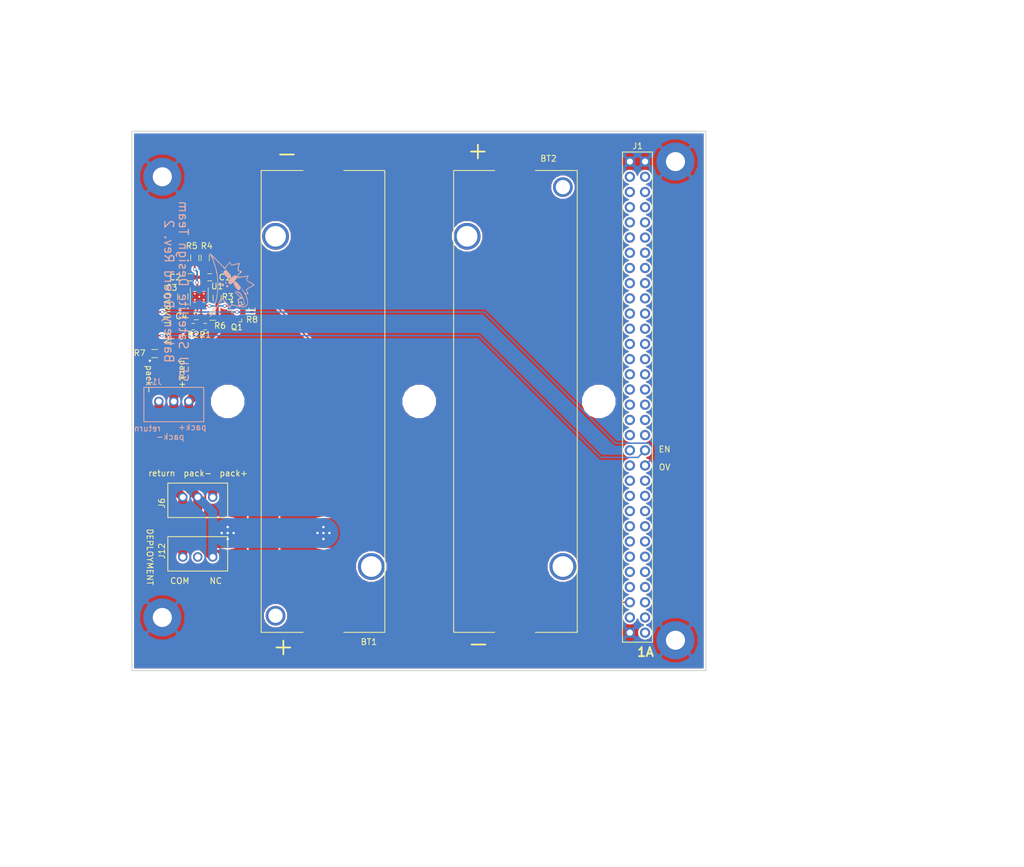
<source format=kicad_pcb>
(kicad_pcb (version 4) (host pcbnew 4.0.6)

  (general
    (links 47)
    (no_connects 0)
    (area 104.924999 44.754999 200.965001 135.075001)
    (thickness 1.6)
    (drawings 45)
    (tracks 147)
    (zones 0)
    (modules 32)
    (nets 74)
  )

  (page A4)
  (title_block
    (title "Panel Connector Board")
    (date 2018-02-04)
    (company "SFU Satellite Design Team")
  )

  (layers
    (0 F.Cu signal)
    (31 B.Cu signal)
    (32 B.Adhes user)
    (33 F.Adhes user)
    (34 B.Paste user)
    (35 F.Paste user)
    (36 B.SilkS user)
    (37 F.SilkS user)
    (38 B.Mask user)
    (39 F.Mask user)
    (40 Dwgs.User user)
    (41 Cmts.User user)
    (42 Eco1.User user)
    (43 Eco2.User user)
    (44 Edge.Cuts user)
    (45 Margin user)
    (46 B.CrtYd user)
    (47 F.CrtYd user)
    (48 B.Fab user)
    (49 F.Fab user hide)
  )

  (setup
    (last_trace_width 0.25)
    (user_trace_width 0.3)
    (user_trace_width 0.5)
    (user_trace_width 1.5)
    (user_trace_width 5)
    (trace_clearance 0.2)
    (zone_clearance 0.3)
    (zone_45_only yes)
    (trace_min 0.1524)
    (segment_width 0.2)
    (edge_width 0.15)
    (via_size 0.6)
    (via_drill 0.4)
    (via_min_size 0.4)
    (via_min_drill 0.3)
    (uvia_size 0.3)
    (uvia_drill 0.1)
    (uvias_allowed no)
    (uvia_min_size 0.2)
    (uvia_min_drill 0.1)
    (pcb_text_width 0.3)
    (pcb_text_size 1.5 1.5)
    (mod_edge_width 0.15)
    (mod_text_size 1 1)
    (mod_text_width 0.15)
    (pad_size 1.524 1.524)
    (pad_drill 0.762)
    (pad_to_mask_clearance 0)
    (aux_axis_origin 20 140)
    (grid_origin 105 135)
    (visible_elements 7FFFFFFF)
    (pcbplotparams
      (layerselection 0x010f8_80000001)
      (usegerberextensions false)
      (excludeedgelayer true)
      (linewidth 0.100000)
      (plotframeref false)
      (viasonmask false)
      (mode 1)
      (useauxorigin false)
      (hpglpennumber 1)
      (hpglpenspeed 20)
      (hpglpendiameter 15)
      (hpglpenoverlay 2)
      (psnegative false)
      (psa4output false)
      (plotreference true)
      (plotvalue false)
      (plotinvisibletext false)
      (padsonsilk false)
      (subtractmaskfromsilk false)
      (outputformat 1)
      (mirror false)
      (drillshape 0)
      (scaleselection 1)
      (outputdirectory fab/))
  )

  (net 0 "")
  (net 1 "Net-(J1-Pad31B)")
  (net 2 "Net-(J1-Pad30B)")
  (net 3 "Net-(J1-Pad29B)")
  (net 4 "Net-(J1-Pad28B)")
  (net 5 "Net-(J1-Pad27B)")
  (net 6 "Net-(J1-Pad22B)")
  (net 7 "Net-(J1-Pad21B)")
  (net 8 "Net-(J1-Pad20B)")
  (net 9 "Net-(J1-Pad19B)")
  (net 10 "Net-(J1-Pad16B)")
  (net 11 "Net-(J1-Pad15B)")
  (net 12 "Net-(J1-Pad14B)")
  (net 13 "Net-(J1-Pad13B)")
  (net 14 "Net-(J1-Pad12B)")
  (net 15 "Net-(J1-Pad11B)")
  (net 16 "Net-(J1-Pad10B)")
  (net 17 "Net-(J1-Pad8B)")
  (net 18 "Net-(J1-Pad7B)")
  (net 19 "Net-(J1-Pad6B)")
  (net 20 "Net-(J1-Pad5B)")
  (net 21 "Net-(J1-Pad4B)")
  (net 22 "Net-(J1-Pad2B)")
  (net 23 "Net-(J1-Pad31A)")
  (net 24 "Net-(J1-Pad30A)")
  (net 25 "Net-(J1-Pad29A)")
  (net 26 "Net-(J1-Pad28A)")
  (net 27 "Net-(J1-Pad27A)")
  (net 28 "Net-(J1-Pad26A)")
  (net 29 "Net-(J1-Pad25A)")
  (net 30 "Net-(J1-Pad24A)")
  (net 31 "Net-(J1-Pad23A)")
  (net 32 "Net-(J1-Pad22A)")
  (net 33 "Net-(J1-Pad21A)")
  (net 34 "Net-(J1-Pad20A)")
  (net 35 "Net-(J1-Pad19A)")
  (net 36 "Net-(J1-Pad18A)")
  (net 37 "Net-(J1-Pad17A)")
  (net 38 "Net-(J1-Pad16A)")
  (net 39 "Net-(J1-Pad15A)")
  (net 40 "Net-(J1-Pad14A)")
  (net 41 "Net-(J1-Pad11A)")
  (net 42 "Net-(J1-Pad10A)")
  (net 43 "Net-(J1-Pad9A)")
  (net 44 "Net-(J1-Pad8A)")
  (net 45 "Net-(J1-Pad7A)")
  (net 46 "Net-(J1-Pad6A)")
  (net 47 "Net-(J1-Pad5A)")
  (net 48 "Net-(J1-Pad4A)")
  (net 49 "Net-(J1-Pad3A)")
  (net 50 "Net-(J1-Pad2A)")
  (net 51 "Net-(J1-Pad1A)")
  (net 52 "Net-(J1-Pad26B)")
  (net 53 "Net-(J1-Pad25B)")
  (net 54 "Net-(J1-Pad24B)")
  (net 55 "Net-(J1-Pad23B)")
  (net 56 "Net-(J1-Pad18B)")
  (net 57 "Net-(J1-Pad17B)")
  (net 58 "Net-(BT1-Pad2)")
  (net 59 /SeriesBatteryCell/PACK+)
  (net 60 GND)
  (net 61 /SeriesBatteryCell/PACK-)
  (net 62 "Net-(C1-Pad1)")
  (net 63 "Net-(C1-Pad2)")
  (net 64 "Net-(C3-Pad1)")
  (net 65 "Net-(C4-Pad1)")
  (net 66 /~CB_EN)
  (net 67 "Net-(R5-Pad2)")
  (net 68 /OVR_VLT)
  (net 69 "Net-(J11-Pad1)")
  (net 70 "Net-(J12-Pad2)")
  (net 71 "Net-(J1-Pad9B)")
  (net 72 +3V3)
  (net 73 OUT)

  (net_class Default "This is the default net class."
    (clearance 0.2)
    (trace_width 0.25)
    (via_dia 0.6)
    (via_drill 0.4)
    (uvia_dia 0.3)
    (uvia_drill 0.1)
    (add_net +3V3)
    (add_net /OVR_VLT)
    (add_net /SeriesBatteryCell/PACK+)
    (add_net /SeriesBatteryCell/PACK-)
    (add_net /~CB_EN)
    (add_net GND)
    (add_net "Net-(BT1-Pad2)")
    (add_net "Net-(C1-Pad1)")
    (add_net "Net-(C1-Pad2)")
    (add_net "Net-(C3-Pad1)")
    (add_net "Net-(C4-Pad1)")
    (add_net "Net-(J1-Pad10A)")
    (add_net "Net-(J1-Pad10B)")
    (add_net "Net-(J1-Pad11A)")
    (add_net "Net-(J1-Pad11B)")
    (add_net "Net-(J1-Pad12B)")
    (add_net "Net-(J1-Pad13B)")
    (add_net "Net-(J1-Pad14A)")
    (add_net "Net-(J1-Pad14B)")
    (add_net "Net-(J1-Pad15A)")
    (add_net "Net-(J1-Pad15B)")
    (add_net "Net-(J1-Pad16A)")
    (add_net "Net-(J1-Pad16B)")
    (add_net "Net-(J1-Pad17A)")
    (add_net "Net-(J1-Pad17B)")
    (add_net "Net-(J1-Pad18A)")
    (add_net "Net-(J1-Pad18B)")
    (add_net "Net-(J1-Pad19A)")
    (add_net "Net-(J1-Pad19B)")
    (add_net "Net-(J1-Pad1A)")
    (add_net "Net-(J1-Pad20A)")
    (add_net "Net-(J1-Pad20B)")
    (add_net "Net-(J1-Pad21A)")
    (add_net "Net-(J1-Pad21B)")
    (add_net "Net-(J1-Pad22A)")
    (add_net "Net-(J1-Pad22B)")
    (add_net "Net-(J1-Pad23A)")
    (add_net "Net-(J1-Pad23B)")
    (add_net "Net-(J1-Pad24A)")
    (add_net "Net-(J1-Pad24B)")
    (add_net "Net-(J1-Pad25A)")
    (add_net "Net-(J1-Pad25B)")
    (add_net "Net-(J1-Pad26A)")
    (add_net "Net-(J1-Pad26B)")
    (add_net "Net-(J1-Pad27A)")
    (add_net "Net-(J1-Pad27B)")
    (add_net "Net-(J1-Pad28A)")
    (add_net "Net-(J1-Pad28B)")
    (add_net "Net-(J1-Pad29A)")
    (add_net "Net-(J1-Pad29B)")
    (add_net "Net-(J1-Pad2A)")
    (add_net "Net-(J1-Pad2B)")
    (add_net "Net-(J1-Pad30A)")
    (add_net "Net-(J1-Pad30B)")
    (add_net "Net-(J1-Pad31A)")
    (add_net "Net-(J1-Pad31B)")
    (add_net "Net-(J1-Pad3A)")
    (add_net "Net-(J1-Pad4A)")
    (add_net "Net-(J1-Pad4B)")
    (add_net "Net-(J1-Pad5A)")
    (add_net "Net-(J1-Pad5B)")
    (add_net "Net-(J1-Pad6A)")
    (add_net "Net-(J1-Pad6B)")
    (add_net "Net-(J1-Pad7A)")
    (add_net "Net-(J1-Pad7B)")
    (add_net "Net-(J1-Pad8A)")
    (add_net "Net-(J1-Pad8B)")
    (add_net "Net-(J1-Pad9A)")
    (add_net "Net-(J1-Pad9B)")
    (add_net "Net-(J11-Pad1)")
    (add_net "Net-(J12-Pad2)")
    (add_net "Net-(R5-Pad2)")
    (add_net OUT)
  )

  (net_class PV_PWR ""
    (clearance 0.2)
    (trace_width 0.4)
    (via_dia 0.6)
    (via_drill 0.4)
    (uvia_dia 0.3)
    (uvia_drill 0.1)
  )

  (module 1042-BattHolder (layer F.Cu) (tedit 5AE3C42B) (tstamp 5A9B1897)
    (at 169 90 270)
    (path /5A9B3DD6/5A9B4A10)
    (fp_text reference BT2 (at -40.6 -5.6 540) (layer F.SilkS)
      (effects (font (size 1 1) (thickness 0.15)))
    )
    (fp_text value Battery_Cell (at 11.8 -11.8 270) (layer F.Fab)
      (effects (font (size 1 1) (thickness 0.15)))
    )
    (fp_line (start 38.6 -10.4) (end 38.4 -10.4) (layer F.SilkS) (width 0.15))
    (fp_line (start 38.6 -3.4) (end 38.6 -10.4) (layer F.SilkS) (width 0.15))
    (fp_line (start 38.6 10.2) (end 38.4 10.2) (layer F.SilkS) (width 0.15))
    (fp_line (start 38.6 3.4) (end 38.6 10.2) (layer F.SilkS) (width 0.15))
    (fp_line (start 38.6 -3.4) (end 38.6 3.4) (layer F.Fab) (width 0.15))
    (fp_line (start -38.6 -3.4) (end -38.6 -10.4) (layer F.SilkS) (width 0.15))
    (fp_line (start -38.6 3.4) (end -38.6 10.2) (layer F.SilkS) (width 0.15))
    (fp_line (start -38.6 -3.4) (end -38.6 3.4) (layer F.Fab) (width 0.15))
    (fp_line (start -38.6 -10.4) (end 38.45 -10.4) (layer F.SilkS) (width 0.15))
    (fp_line (start -38.6 10.25) (end 38.45 10.25) (layer F.SilkS) (width 0.15))
    (pad "" np_thru_hole circle (at 27.6 -8 270) (size 4.5 4.5) (drill 3.45) (layers *.Cu *.Mask))
    (pad "" np_thru_hole circle (at -27.6 8 270) (size 4.5 4.5) (drill 3.45) (layers *.Cu *.Mask))
    (pad "" np_thru_hole circle (at -35.82 -8 270) (size 3.3 3.3) (drill 2.39) (layers *.Cu *.Mask))
    (pad 2 smd rect (at 39.67 0 270) (size 7.46 6.47) (layers F.Cu F.Paste F.Mask)
      (net 61 /SeriesBatteryCell/PACK-))
    (pad 1 smd rect (at -39.67 0 270) (size 7.46 6.47) (layers F.Cu F.Paste F.Mask)
      (net 58 "Net-(BT1-Pad2)"))
    (model ../../../../../home/tobi/Cubesat/Battery/KiCad-Lib/SFUSat.pretty/1042.wrl
      (at (xyz 0 0 0))
      (scale (xyz 1 1 1))
      (rotate (xyz 0 0 0))
    )
  )

  (module SFUSat:1042-BattHolder (layer F.Cu) (tedit 5AE3C374) (tstamp 5A9B1818)
    (at 137 90 90)
    (path /5A9B3DD6/5A9B4A08)
    (fp_text reference BT1 (at -40.2 7.6 360) (layer F.SilkS)
      (effects (font (size 1 1) (thickness 0.15)))
    )
    (fp_text value Battery_Cell (at 11.8 -11.8 90) (layer F.Fab)
      (effects (font (size 1 1) (thickness 0.15)))
    )
    (fp_line (start 38.6 -10.4) (end 38.4 -10.4) (layer F.SilkS) (width 0.15))
    (fp_line (start 38.6 -3.4) (end 38.6 -10.4) (layer F.SilkS) (width 0.15))
    (fp_line (start 38.6 10.2) (end 38.4 10.2) (layer F.SilkS) (width 0.15))
    (fp_line (start 38.6 3.4) (end 38.6 10.2) (layer F.SilkS) (width 0.15))
    (fp_line (start 38.6 -3.4) (end 38.6 3.4) (layer F.Fab) (width 0.15))
    (fp_line (start -38.6 -3.4) (end -38.6 -10.4) (layer F.SilkS) (width 0.15))
    (fp_line (start -38.6 3.4) (end -38.6 10.2) (layer F.SilkS) (width 0.15))
    (fp_line (start -38.6 -3.4) (end -38.6 3.4) (layer F.Fab) (width 0.15))
    (fp_line (start -38.6 -10.4) (end 38.45 -10.4) (layer F.SilkS) (width 0.15))
    (fp_line (start -38.6 10.25) (end 38.45 10.25) (layer F.SilkS) (width 0.15))
    (pad "" np_thru_hole circle (at 27.6 -8 90) (size 4.5 4.5) (drill 3.45) (layers *.Cu *.Mask))
    (pad "" np_thru_hole circle (at -27.6 8 90) (size 4.5 4.5) (drill 3.45) (layers *.Cu *.Mask))
    (pad "" np_thru_hole circle (at -35.82 -8 90) (size 3.3 3.3) (drill 2.39) (layers *.Cu *.Mask))
    (pad 2 smd rect (at 39.67 0 90) (size 7.46 6.47) (layers F.Cu F.Paste F.Mask)
      (net 58 "Net-(BT1-Pad2)"))
    (pad 1 smd rect (at -39.67 0 90) (size 7.46 6.47) (layers F.Cu F.Paste F.Mask)
      (net 59 /SeriesBatteryCell/PACK+))
    (model ../../../../../home/tobi/Cubesat/Battery/KiCad-Lib/SFUSat.pretty/1042.wrl
      (at (xyz 0 0 0))
      (scale (xyz 1 1 1))
      (rotate (xyz 0 0 0))
    )
  )

  (module SFUSat:B3B-XH-A (layer F.Cu) (tedit 5AA3636D) (tstamp 5AA361C5)
    (at 116 106 180)
    (path /5AA36CF4)
    (fp_text reference J6 (at 6 -1 270) (layer F.SilkS)
      (effects (font (size 1 1) (thickness 0.15)))
    )
    (fp_text value "B3B-XH-A(LF)(SN)" (at 0 -2.5 180) (layer F.Fab)
      (effects (font (size 1 1) (thickness 0.15)))
    )
    (fp_line (start -4.95 2.35) (end 4.95 2.35) (layer F.SilkS) (width 0.15))
    (fp_line (start 5 -3.4) (end 5 2.35) (layer F.SilkS) (width 0.15))
    (fp_line (start -4.95 -3.4) (end 4.95 -3.4) (layer F.SilkS) (width 0.15))
    (fp_line (start -5 -3.4) (end -5 2.35) (layer F.SilkS) (width 0.15))
    (pad 1 thru_hole circle (at -2.5 0 180) (size 1.6 1.6) (drill 1) (layers *.Cu *.Mask)
      (net 59 /SeriesBatteryCell/PACK+))
    (pad 3 thru_hole circle (at 2.5 0 180) (size 1.6 1.6) (drill 1) (layers *.Cu *.Mask)
      (net 69 "Net-(J11-Pad1)"))
    (pad 2 thru_hole circle (at 0 0 180) (size 1.6 1.6) (drill 1) (layers *.Cu *.Mask)
      (net 61 /SeriesBatteryCell/PACK-))
    (model ../../../../../home/tobi/Cubesat/Battery/KiCad-Lib/SFUSat.pretty/B3B-XH-A.wrl
      (at (xyz 0 0 0))
      (scale (xyz 1 1 1))
      (rotate (xyz 0 0 0))
    )
  )

  (module SFUSat:VDFN-8 (layer F.Cu) (tedit 5AA3521E) (tstamp 5AA36022)
    (at 116.25 72.5 180)
    (path /5A9B3DD6/5A838F04)
    (fp_text reference U1 (at -3 1.75 360) (layer F.SilkS)
      (effects (font (size 1 1) (thickness 0.15)))
    )
    (fp_text value BQ29209 (at 0 -2.65 180) (layer F.Fab)
      (effects (font (size 1 1) (thickness 0.15)))
    )
    (fp_line (start 1.5 -1.5) (end 1.5 1.5) (layer F.SilkS) (width 0.1))
    (fp_circle (center -1.441421 1.8) (end -1.541421 1.9) (layer F.Fab) (width 0.075))
    (fp_line (start -1.5 -1.5) (end 1.5 -1.5) (layer F.Fab) (width 0.1))
    (fp_line (start -1.5 -1.5) (end -1.5 1.5) (layer F.SilkS) (width 0.1))
    (fp_line (start -1.5 1.5) (end 1.5 1.5) (layer F.Fab) (width 0.1))
    (pad CP smd rect (at 0 0 180) (size 2.4 1.65) (layers F.Cu F.Mask))
    (pad 4 smd rect (at 0.975 1.475 180) (size 0.35 0.85) (layers F.Cu F.Paste F.Mask)
      (net 64 "Net-(C3-Pad1)") (solder_mask_margin 0.07) (solder_paste_margin -0.05))
    (pad 3 smd rect (at 0.325 1.475 180) (size 0.35 0.85) (layers F.Cu F.Paste F.Mask)
      (net 67 "Net-(R5-Pad2)") (solder_mask_margin 0.07) (solder_paste_margin -0.05))
    (pad 1 smd rect (at -0.975 1.475 180) (size 0.35 0.85) (layers F.Cu F.Paste F.Mask)
      (net 62 "Net-(C1-Pad1)") (solder_mask_margin 0.07) (solder_paste_margin -0.05))
    (pad 2 smd rect (at -0.325 1.475 180) (size 0.35 0.85) (layers F.Cu F.Paste F.Mask)
      (net 63 "Net-(C1-Pad2)") (solder_mask_margin 0.07) (solder_paste_margin -0.05))
    (pad 7 smd rect (at -0.325 -1.475 180) (size 0.35 0.85) (layers F.Cu F.Paste F.Mask)
      (net 65 "Net-(C4-Pad1)") (solder_mask_margin 0.07) (solder_paste_margin -0.05))
    (pad 5 smd rect (at 0.975 -1.475 180) (size 0.35 0.85) (layers F.Cu F.Paste F.Mask)
      (net 61 /SeriesBatteryCell/PACK-) (solder_mask_margin 0.07) (solder_paste_margin -0.05))
    (pad 6 smd rect (at 0.325 -1.475 180) (size 0.35 0.85) (layers F.Cu F.Paste F.Mask)
      (net 66 /~CB_EN) (solder_mask_margin 0.07) (solder_paste_margin -0.05))
    (pad 8 smd rect (at -0.975 -1.475 180) (size 0.35 0.85) (layers F.Cu F.Paste F.Mask)
      (net 73 OUT) (solder_mask_margin 0.07) (solder_paste_margin -0.05))
    (pad CP thru_hole circle (at 0.75 -0.5 180) (size 0.3 0.3) (drill 0.3) (layers *.Cu *.Mask))
    (pad CP thru_hole circle (at 0.75 0.5 180) (size 0.3 0.3) (drill 0.3) (layers *.Cu *.Mask))
    (pad CP thru_hole circle (at -0.75 0.5 180) (size 0.3 0.3) (drill 0.3) (layers *.Cu *.Mask))
    (pad CP thru_hole circle (at -0.75 -0.5 180) (size 0.3 0.3) (drill 0.3) (layers *.Cu *.Mask))
    (pad CP thru_hole circle (at 0 0 180) (size 0.3 0.3) (drill 0.3) (layers *.Cu *.Mask))
    (pad CP smd rect (at 0.625 -0.45 180) (size 1 0.65) (layers F.Paste))
    (pad CP smd rect (at 0.625 0.45 180) (size 1 0.65) (layers F.Paste))
    (pad CP smd rect (at -0.625 -0.45 180) (size 1 0.65) (layers F.Paste))
    (pad CP smd rect (at -0.625 0.45 180) (size 1 0.65) (layers F.Paste))
  )

  (module SFUSat-res:R_0603 (layer F.Cu) (tedit 5929F4BE) (tstamp 5AA3600C)
    (at 118.5 75.75 180)
    (descr "Resistor SMD 0603, reflow soldering, Vishay (see dcrcw.pdf)")
    (tags "resistor 0603")
    (path /5A9B3DD6/5AA35F69)
    (attr smd)
    (fp_text reference R6 (at -1.232 -1.592 180) (layer F.SilkS)
      (effects (font (size 1 1) (thickness 0.15)))
    )
    (fp_text value 100R (at 0 1.5 180) (layer F.Fab)
      (effects (font (size 1 1) (thickness 0.15)))
    )
    (fp_text user %R (at 0 -1.45 180) (layer F.Fab)
      (effects (font (size 1 1) (thickness 0.15)))
    )
    (fp_line (start -0.8 0.4) (end -0.8 -0.4) (layer F.Fab) (width 0.1))
    (fp_line (start 0.8 0.4) (end -0.8 0.4) (layer F.Fab) (width 0.1))
    (fp_line (start 0.8 -0.4) (end 0.8 0.4) (layer F.Fab) (width 0.1))
    (fp_line (start -0.8 -0.4) (end 0.8 -0.4) (layer F.Fab) (width 0.1))
    (fp_line (start 0.5 0.68) (end -0.5 0.68) (layer F.SilkS) (width 0.12))
    (fp_line (start -0.5 -0.68) (end 0.5 -0.68) (layer F.SilkS) (width 0.12))
    (fp_line (start -1.25 -0.7) (end 1.25 -0.7) (layer F.CrtYd) (width 0.05))
    (fp_line (start -1.25 -0.7) (end -1.25 0.7) (layer F.CrtYd) (width 0.05))
    (fp_line (start 1.25 0.7) (end 1.25 -0.7) (layer F.CrtYd) (width 0.05))
    (fp_line (start 1.25 0.7) (end -1.25 0.7) (layer F.CrtYd) (width 0.05))
    (pad 1 smd rect (at -0.75 0 180) (size 0.5 0.9) (layers F.Cu F.Paste F.Mask)
      (net 59 /SeriesBatteryCell/PACK+) (solder_paste_margin -0.05))
    (pad 2 smd rect (at 0.75 0 180) (size 0.5 0.9) (layers F.Cu F.Paste F.Mask)
      (net 65 "Net-(C4-Pad1)") (solder_paste_margin -0.05))
    (model Resistors_SMD.3dshapes/R_0603.wrl
      (at (xyz 0 0 0))
      (scale (xyz 1 1 1))
      (rotate (xyz 0 0 0))
    )
  )

  (module SFUSat-res:R_0603 (layer F.Cu) (tedit 5929F4BE) (tstamp 5AA36006)
    (at 115.5 66 270)
    (descr "Resistor SMD 0603, reflow soldering, Vishay (see dcrcw.pdf)")
    (tags "resistor 0603")
    (path /5A9B3DD6/5AA365FF)
    (attr smd)
    (fp_text reference R5 (at -2 0.5 360) (layer F.SilkS)
      (effects (font (size 1 1) (thickness 0.15)))
    )
    (fp_text value 100R (at 0 1.5 270) (layer F.Fab)
      (effects (font (size 1 1) (thickness 0.15)))
    )
    (fp_text user %R (at 0 -1.45 270) (layer F.Fab)
      (effects (font (size 1 1) (thickness 0.15)))
    )
    (fp_line (start -0.8 0.4) (end -0.8 -0.4) (layer F.Fab) (width 0.1))
    (fp_line (start 0.8 0.4) (end -0.8 0.4) (layer F.Fab) (width 0.1))
    (fp_line (start 0.8 -0.4) (end 0.8 0.4) (layer F.Fab) (width 0.1))
    (fp_line (start -0.8 -0.4) (end 0.8 -0.4) (layer F.Fab) (width 0.1))
    (fp_line (start 0.5 0.68) (end -0.5 0.68) (layer F.SilkS) (width 0.12))
    (fp_line (start -0.5 -0.68) (end 0.5 -0.68) (layer F.SilkS) (width 0.12))
    (fp_line (start -1.25 -0.7) (end 1.25 -0.7) (layer F.CrtYd) (width 0.05))
    (fp_line (start -1.25 -0.7) (end -1.25 0.7) (layer F.CrtYd) (width 0.05))
    (fp_line (start 1.25 0.7) (end 1.25 -0.7) (layer F.CrtYd) (width 0.05))
    (fp_line (start 1.25 0.7) (end -1.25 0.7) (layer F.CrtYd) (width 0.05))
    (pad 1 smd rect (at -0.75 0 270) (size 0.5 0.9) (layers F.Cu F.Paste F.Mask)
      (net 58 "Net-(BT1-Pad2)") (solder_paste_margin -0.05))
    (pad 2 smd rect (at 0.75 0 270) (size 0.5 0.9) (layers F.Cu F.Paste F.Mask)
      (net 67 "Net-(R5-Pad2)") (solder_paste_margin -0.05))
    (model Resistors_SMD.3dshapes/R_0603.wrl
      (at (xyz 0 0 0))
      (scale (xyz 1 1 1))
      (rotate (xyz 0 0 0))
    )
  )

  (module SFUSat-res:R_0603 (layer F.Cu) (tedit 5929F4BE) (tstamp 5AA36000)
    (at 117.25 66 270)
    (descr "Resistor SMD 0603, reflow soldering, Vishay (see dcrcw.pdf)")
    (tags "resistor 0603")
    (path /5A9B3DD6/5AA3637A)
    (attr smd)
    (fp_text reference R4 (at -2 -0.25 360) (layer F.SilkS)
      (effects (font (size 1 1) (thickness 0.15)))
    )
    (fp_text value 250R (at 0 1.5 270) (layer F.Fab)
      (effects (font (size 1 1) (thickness 0.15)))
    )
    (fp_text user %R (at 0 -1.45 270) (layer F.Fab)
      (effects (font (size 1 1) (thickness 0.15)))
    )
    (fp_line (start -0.8 0.4) (end -0.8 -0.4) (layer F.Fab) (width 0.1))
    (fp_line (start 0.8 0.4) (end -0.8 0.4) (layer F.Fab) (width 0.1))
    (fp_line (start 0.8 -0.4) (end 0.8 0.4) (layer F.Fab) (width 0.1))
    (fp_line (start -0.8 -0.4) (end 0.8 -0.4) (layer F.Fab) (width 0.1))
    (fp_line (start 0.5 0.68) (end -0.5 0.68) (layer F.SilkS) (width 0.12))
    (fp_line (start -0.5 -0.68) (end 0.5 -0.68) (layer F.SilkS) (width 0.12))
    (fp_line (start -1.25 -0.7) (end 1.25 -0.7) (layer F.CrtYd) (width 0.05))
    (fp_line (start -1.25 -0.7) (end -1.25 0.7) (layer F.CrtYd) (width 0.05))
    (fp_line (start 1.25 0.7) (end 1.25 -0.7) (layer F.CrtYd) (width 0.05))
    (fp_line (start 1.25 0.7) (end -1.25 0.7) (layer F.CrtYd) (width 0.05))
    (pad 1 smd rect (at -0.75 0 270) (size 0.5 0.9) (layers F.Cu F.Paste F.Mask)
      (net 58 "Net-(BT1-Pad2)") (solder_paste_margin -0.05))
    (pad 2 smd rect (at 0.75 0 270) (size 0.5 0.9) (layers F.Cu F.Paste F.Mask)
      (net 63 "Net-(C1-Pad2)") (solder_paste_margin -0.05))
    (model Resistors_SMD.3dshapes/R_0603.wrl
      (at (xyz 0 0 0))
      (scale (xyz 1 1 1))
      (rotate (xyz 0 0 0))
    )
  )

  (module SFUSat-res:R_0603 (layer F.Cu) (tedit 5929F4BE) (tstamp 5AA35FFA)
    (at 119.25 72.75 90)
    (descr "Resistor SMD 0603, reflow soldering, Vishay (see dcrcw.pdf)")
    (tags "resistor 0603")
    (path /5A9B3DD6/5AA3657D)
    (attr smd)
    (fp_text reference R3 (at 0.234 1.752 180) (layer F.SilkS)
      (effects (font (size 1 1) (thickness 0.15)))
    )
    (fp_text value 160R (at 0 1.5 90) (layer F.Fab)
      (effects (font (size 1 1) (thickness 0.15)))
    )
    (fp_text user %R (at 0 -1.45 90) (layer F.Fab)
      (effects (font (size 1 1) (thickness 0.15)))
    )
    (fp_line (start -0.8 0.4) (end -0.8 -0.4) (layer F.Fab) (width 0.1))
    (fp_line (start 0.8 0.4) (end -0.8 0.4) (layer F.Fab) (width 0.1))
    (fp_line (start 0.8 -0.4) (end 0.8 0.4) (layer F.Fab) (width 0.1))
    (fp_line (start -0.8 -0.4) (end 0.8 -0.4) (layer F.Fab) (width 0.1))
    (fp_line (start 0.5 0.68) (end -0.5 0.68) (layer F.SilkS) (width 0.12))
    (fp_line (start -0.5 -0.68) (end 0.5 -0.68) (layer F.SilkS) (width 0.12))
    (fp_line (start -1.25 -0.7) (end 1.25 -0.7) (layer F.CrtYd) (width 0.05))
    (fp_line (start -1.25 -0.7) (end -1.25 0.7) (layer F.CrtYd) (width 0.05))
    (fp_line (start 1.25 0.7) (end 1.25 -0.7) (layer F.CrtYd) (width 0.05))
    (fp_line (start 1.25 0.7) (end -1.25 0.7) (layer F.CrtYd) (width 0.05))
    (pad 1 smd rect (at -0.75 0 90) (size 0.5 0.9) (layers F.Cu F.Paste F.Mask)
      (net 59 /SeriesBatteryCell/PACK+) (solder_paste_margin -0.05))
    (pad 2 smd rect (at 0.75 0 90) (size 0.5 0.9) (layers F.Cu F.Paste F.Mask)
      (net 62 "Net-(C1-Pad1)") (solder_paste_margin -0.05))
    (model Resistors_SMD.3dshapes/R_0603.wrl
      (at (xyz 0 0 0))
      (scale (xyz 1 1 1))
      (rotate (xyz 0 0 0))
    )
  )

  (module SFUSat-res:R_0402 (layer F.Cu) (tedit 596DADDC) (tstamp 5AA35FF4)
    (at 115.25 77.5 180)
    (descr "Resistor SMD 0402, reflow soldering, Vishay (see dcrcw.pdf)")
    (tags "resistor 0402")
    (path /5A9B3DD6/5AA3619D)
    (attr smd)
    (fp_text reference R2 (at 0 -1.35 180) (layer F.SilkS)
      (effects (font (size 1 1) (thickness 0.15)))
    )
    (fp_text value 1k (at 0 1.45 180) (layer F.Fab)
      (effects (font (size 1 1) (thickness 0.15)))
    )
    (fp_text user %R (at 0 -1.35 180) (layer F.Fab)
      (effects (font (size 1 1) (thickness 0.15)))
    )
    (fp_line (start -0.5 0.25) (end -0.5 -0.25) (layer F.Fab) (width 0.1))
    (fp_line (start 0.5 0.25) (end -0.5 0.25) (layer F.Fab) (width 0.1))
    (fp_line (start 0.5 -0.25) (end 0.5 0.25) (layer F.Fab) (width 0.1))
    (fp_line (start -0.5 -0.25) (end 0.5 -0.25) (layer F.Fab) (width 0.1))
    (fp_line (start 0.25 -0.53) (end -0.25 -0.53) (layer F.SilkS) (width 0.12))
    (fp_line (start -0.25 0.53) (end 0.25 0.53) (layer F.SilkS) (width 0.12))
    (fp_line (start -0.8 -0.45) (end 0.8 -0.45) (layer F.CrtYd) (width 0.05))
    (fp_line (start -0.8 -0.45) (end -0.8 0.45) (layer F.CrtYd) (width 0.05))
    (fp_line (start 0.8 0.45) (end 0.8 -0.45) (layer F.CrtYd) (width 0.05))
    (fp_line (start 0.8 0.45) (end -0.8 0.45) (layer F.CrtYd) (width 0.05))
    (pad 1 smd rect (at -0.45 0 180) (size 0.4 0.6) (layers F.Cu F.Paste F.Mask)
      (net 66 /~CB_EN) (solder_paste_margin -0.02))
    (pad 2 smd rect (at 0.45 0 180) (size 0.4 0.6) (layers F.Cu F.Paste F.Mask)
      (net 61 /SeriesBatteryCell/PACK-) (solder_paste_margin -0.02))
    (model Resistors_SMD.3dshapes/R_0402.wrl
      (at (xyz 0 0 0))
      (scale (xyz 1 1 1))
      (rotate (xyz 0 0 0))
    )
  )

  (module SFUSat-res:R_0402 (layer F.Cu) (tedit 596DADDC) (tstamp 5AA35FEE)
    (at 117.25 77.5 180)
    (descr "Resistor SMD 0402, reflow soldering, Vishay (see dcrcw.pdf)")
    (tags "resistor 0402")
    (path /5A9B3DD6/5A9CF95F)
    (attr smd)
    (fp_text reference R1 (at 0 -1.35 180) (layer F.SilkS)
      (effects (font (size 1 1) (thickness 0.15)))
    )
    (fp_text value DNP (at 0 1.45 180) (layer F.Fab)
      (effects (font (size 1 1) (thickness 0.15)))
    )
    (fp_text user %R (at 0 -1.35 180) (layer F.Fab)
      (effects (font (size 1 1) (thickness 0.15)))
    )
    (fp_line (start -0.5 0.25) (end -0.5 -0.25) (layer F.Fab) (width 0.1))
    (fp_line (start 0.5 0.25) (end -0.5 0.25) (layer F.Fab) (width 0.1))
    (fp_line (start 0.5 -0.25) (end 0.5 0.25) (layer F.Fab) (width 0.1))
    (fp_line (start -0.5 -0.25) (end 0.5 -0.25) (layer F.Fab) (width 0.1))
    (fp_line (start 0.25 -0.53) (end -0.25 -0.53) (layer F.SilkS) (width 0.12))
    (fp_line (start -0.25 0.53) (end 0.25 0.53) (layer F.SilkS) (width 0.12))
    (fp_line (start -0.8 -0.45) (end 0.8 -0.45) (layer F.CrtYd) (width 0.05))
    (fp_line (start -0.8 -0.45) (end -0.8 0.45) (layer F.CrtYd) (width 0.05))
    (fp_line (start 0.8 0.45) (end 0.8 -0.45) (layer F.CrtYd) (width 0.05))
    (fp_line (start 0.8 0.45) (end -0.8 0.45) (layer F.CrtYd) (width 0.05))
    (pad 1 smd rect (at -0.45 0 180) (size 0.4 0.6) (layers F.Cu F.Paste F.Mask)
      (net 59 /SeriesBatteryCell/PACK+) (solder_paste_margin -0.02))
    (pad 2 smd rect (at 0.45 0 180) (size 0.4 0.6) (layers F.Cu F.Paste F.Mask)
      (net 66 /~CB_EN) (solder_paste_margin -0.02))
    (model Resistors_SMD.3dshapes/R_0402.wrl
      (at (xyz 0 0 0))
      (scale (xyz 1 1 1))
      (rotate (xyz 0 0 0))
    )
  )

  (module SFUSat-cap:C_0603 (layer F.Cu) (tedit 5929F3AE) (tstamp 5AA35FE8)
    (at 115.75 75.75 180)
    (descr "Capacitor SMD 0603, reflow soldering, AVX (see smccp.pdf)")
    (tags "capacitor 0603")
    (path /5A9B3DD6/5AA36297)
    (attr smd)
    (fp_text reference C4 (at 2.5 0 180) (layer F.SilkS)
      (effects (font (size 1 1) (thickness 0.15)))
    )
    (fp_text value 0.1uF (at 0 1.5 180) (layer F.Fab)
      (effects (font (size 1 1) (thickness 0.15)))
    )
    (fp_text user %R (at 0 -1.5 180) (layer F.Fab)
      (effects (font (size 1 1) (thickness 0.15)))
    )
    (fp_line (start -0.8 0.4) (end -0.8 -0.4) (layer F.Fab) (width 0.1))
    (fp_line (start 0.8 0.4) (end -0.8 0.4) (layer F.Fab) (width 0.1))
    (fp_line (start 0.8 -0.4) (end 0.8 0.4) (layer F.Fab) (width 0.1))
    (fp_line (start -0.8 -0.4) (end 0.8 -0.4) (layer F.Fab) (width 0.1))
    (fp_line (start -0.35 -0.6) (end 0.35 -0.6) (layer F.SilkS) (width 0.12))
    (fp_line (start 0.35 0.6) (end -0.35 0.6) (layer F.SilkS) (width 0.12))
    (fp_line (start -1.4 -0.65) (end 1.4 -0.65) (layer F.CrtYd) (width 0.05))
    (fp_line (start -1.4 -0.65) (end -1.4 0.65) (layer F.CrtYd) (width 0.05))
    (fp_line (start 1.4 0.65) (end 1.4 -0.65) (layer F.CrtYd) (width 0.05))
    (fp_line (start 1.4 0.65) (end -1.4 0.65) (layer F.CrtYd) (width 0.05))
    (pad 1 smd rect (at -0.75 0 180) (size 0.8 0.75) (layers F.Cu F.Paste F.Mask)
      (net 65 "Net-(C4-Pad1)") (solder_paste_margin -0.05))
    (pad 2 smd rect (at 0.75 0 180) (size 0.8 0.75) (layers F.Cu F.Paste F.Mask)
      (net 61 /SeriesBatteryCell/PACK-) (solder_paste_margin -0.05))
    (model Capacitors_SMD.3dshapes/C_0603.wrl
      (at (xyz 0 0 0))
      (scale (xyz 1 1 1))
      (rotate (xyz 0 0 0))
    )
  )

  (module SFUSat-cap:C_0805 (layer F.Cu) (tedit 5929F3D6) (tstamp 5AA35FE2)
    (at 113.5 72.5 270)
    (descr "Capacitor SMD 0805, reflow soldering, AVX (see smccp.pdf)")
    (tags "capacitor 0805")
    (path /5A9B3DD6/5AA367BC)
    (attr smd)
    (fp_text reference C3 (at -1.508 1.896 360) (layer F.SilkS)
      (effects (font (size 1 1) (thickness 0.15)))
    )
    (fp_text value 0.33uF (at 0 1.75 270) (layer F.Fab)
      (effects (font (size 1 1) (thickness 0.15)))
    )
    (fp_text user %R (at 0 -1.5 270) (layer F.Fab)
      (effects (font (size 1 1) (thickness 0.15)))
    )
    (fp_line (start -1 0.62) (end -1 -0.62) (layer F.Fab) (width 0.1))
    (fp_line (start 1 0.62) (end -1 0.62) (layer F.Fab) (width 0.1))
    (fp_line (start 1 -0.62) (end 1 0.62) (layer F.Fab) (width 0.1))
    (fp_line (start -1 -0.62) (end 1 -0.62) (layer F.Fab) (width 0.1))
    (fp_line (start 0.5 -0.85) (end -0.5 -0.85) (layer F.SilkS) (width 0.12))
    (fp_line (start -0.5 0.85) (end 0.5 0.85) (layer F.SilkS) (width 0.12))
    (fp_line (start -1.75 -0.88) (end 1.75 -0.88) (layer F.CrtYd) (width 0.05))
    (fp_line (start -1.75 -0.88) (end -1.75 0.87) (layer F.CrtYd) (width 0.05))
    (fp_line (start 1.75 0.87) (end 1.75 -0.88) (layer F.CrtYd) (width 0.05))
    (fp_line (start 1.75 0.87) (end -1.75 0.87) (layer F.CrtYd) (width 0.05))
    (pad 1 smd rect (at -1 0 270) (size 1 1.25) (layers F.Cu F.Paste F.Mask)
      (net 64 "Net-(C3-Pad1)") (solder_paste_margin -0.05))
    (pad 2 smd rect (at 1 0 270) (size 1 1.25) (layers F.Cu F.Paste F.Mask)
      (net 61 /SeriesBatteryCell/PACK-) (solder_paste_margin -0.05))
    (model Capacitors_SMD.3dshapes/C_0805.wrl
      (at (xyz 0 0 0))
      (scale (xyz 1 1 1))
      (rotate (xyz 0 0 0))
    )
  )

  (module SFUSat-cap:C_0603 (layer F.Cu) (tedit 5929F3AE) (tstamp 5AA35FDC)
    (at 114.75 69.25 180)
    (descr "Capacitor SMD 0603, reflow soldering, AVX (see smccp.pdf)")
    (tags "capacitor 0603")
    (path /5A9B3DD6/5AA361EF)
    (attr smd)
    (fp_text reference C2 (at 2.5 0 180) (layer F.SilkS)
      (effects (font (size 1 1) (thickness 0.15)))
    )
    (fp_text value 0.1uF (at 0 1.5 180) (layer F.Fab)
      (effects (font (size 1 1) (thickness 0.15)))
    )
    (fp_text user %R (at 0 -1.5 180) (layer F.Fab)
      (effects (font (size 1 1) (thickness 0.15)))
    )
    (fp_line (start -0.8 0.4) (end -0.8 -0.4) (layer F.Fab) (width 0.1))
    (fp_line (start 0.8 0.4) (end -0.8 0.4) (layer F.Fab) (width 0.1))
    (fp_line (start 0.8 -0.4) (end 0.8 0.4) (layer F.Fab) (width 0.1))
    (fp_line (start -0.8 -0.4) (end 0.8 -0.4) (layer F.Fab) (width 0.1))
    (fp_line (start -0.35 -0.6) (end 0.35 -0.6) (layer F.SilkS) (width 0.12))
    (fp_line (start 0.35 0.6) (end -0.35 0.6) (layer F.SilkS) (width 0.12))
    (fp_line (start -1.4 -0.65) (end 1.4 -0.65) (layer F.CrtYd) (width 0.05))
    (fp_line (start -1.4 -0.65) (end -1.4 0.65) (layer F.CrtYd) (width 0.05))
    (fp_line (start 1.4 0.65) (end 1.4 -0.65) (layer F.CrtYd) (width 0.05))
    (fp_line (start 1.4 0.65) (end -1.4 0.65) (layer F.CrtYd) (width 0.05))
    (pad 1 smd rect (at -0.75 0 180) (size 0.8 0.75) (layers F.Cu F.Paste F.Mask)
      (net 63 "Net-(C1-Pad2)") (solder_paste_margin -0.05))
    (pad 2 smd rect (at 0.75 0 180) (size 0.8 0.75) (layers F.Cu F.Paste F.Mask)
      (net 61 /SeriesBatteryCell/PACK-) (solder_paste_margin -0.05))
    (model Capacitors_SMD.3dshapes/C_0603.wrl
      (at (xyz 0 0 0))
      (scale (xyz 1 1 1))
      (rotate (xyz 0 0 0))
    )
  )

  (module SFUSat-cap:C_0603 (layer F.Cu) (tedit 5929F3AE) (tstamp 5AA35FD6)
    (at 118 69.25 180)
    (descr "Capacitor SMD 0603, reflow soldering, AVX (see smccp.pdf)")
    (tags "capacitor 0603")
    (path /5A9B3DD6/5AA36712)
    (attr smd)
    (fp_text reference C1 (at -2.5 0 180) (layer F.SilkS)
      (effects (font (size 1 1) (thickness 0.15)))
    )
    (fp_text value 0.1uF (at 0 1.5 180) (layer F.Fab)
      (effects (font (size 1 1) (thickness 0.15)))
    )
    (fp_text user %R (at 0 -1.5 180) (layer F.Fab)
      (effects (font (size 1 1) (thickness 0.15)))
    )
    (fp_line (start -0.8 0.4) (end -0.8 -0.4) (layer F.Fab) (width 0.1))
    (fp_line (start 0.8 0.4) (end -0.8 0.4) (layer F.Fab) (width 0.1))
    (fp_line (start 0.8 -0.4) (end 0.8 0.4) (layer F.Fab) (width 0.1))
    (fp_line (start -0.8 -0.4) (end 0.8 -0.4) (layer F.Fab) (width 0.1))
    (fp_line (start -0.35 -0.6) (end 0.35 -0.6) (layer F.SilkS) (width 0.12))
    (fp_line (start 0.35 0.6) (end -0.35 0.6) (layer F.SilkS) (width 0.12))
    (fp_line (start -1.4 -0.65) (end 1.4 -0.65) (layer F.CrtYd) (width 0.05))
    (fp_line (start -1.4 -0.65) (end -1.4 0.65) (layer F.CrtYd) (width 0.05))
    (fp_line (start 1.4 0.65) (end 1.4 -0.65) (layer F.CrtYd) (width 0.05))
    (fp_line (start 1.4 0.65) (end -1.4 0.65) (layer F.CrtYd) (width 0.05))
    (pad 1 smd rect (at -0.75 0 180) (size 0.8 0.75) (layers F.Cu F.Paste F.Mask)
      (net 62 "Net-(C1-Pad1)") (solder_paste_margin -0.05))
    (pad 2 smd rect (at 0.75 0 180) (size 0.8 0.75) (layers F.Cu F.Paste F.Mask)
      (net 63 "Net-(C1-Pad2)") (solder_paste_margin -0.05))
    (model Capacitors_SMD.3dshapes/C_0603.wrl
      (at (xyz 0 0 0))
      (scale (xyz 1 1 1))
      (rotate (xyz 0 0 0))
    )
  )

  (module SFUSat:NPTH-5mm (layer F.Cu) (tedit 5A9B3EC6) (tstamp 5A9B3EDE)
    (at 153 90)
    (fp_text reference REF** (at 0 1.7) (layer F.SilkS) hide
      (effects (font (size 1 1) (thickness 0.15)))
    )
    (fp_text value NPTH-5mm (at 0 -1.9) (layer F.Fab) hide
      (effects (font (size 1 1) (thickness 0.15)))
    )
    (pad "" np_thru_hole circle (at 0 0) (size 5 5) (drill 5) (layers *.Cu *.Mask))
  )

  (module SFUSat:PC104PTH (layer F.Cu) (tedit 59220F68) (tstamp 5A777205)
    (at 195.81 129.92)
    (path /5A9BBA54)
    (fp_text reference J5 (at 0 5.08) (layer F.SilkS) hide
      (effects (font (size 1 1) (thickness 0.15)))
    )
    (fp_text value PC104PTH (at 0 -3.81) (layer F.Fab) hide
      (effects (font (size 1 1) (thickness 0.15)))
    )
    (pad 1 thru_hole circle (at 0 0) (size 6.35 6.35) (drill 3.18) (layers *.Cu *.Mask)
      (net 60 GND))
  )

  (module SFUSat:PC104PTH (layer F.Cu) (tedit 59220F68) (tstamp 5A777200)
    (at 195.81 49.91)
    (path /5A9BBA11)
    (fp_text reference J4 (at 0 5.08) (layer F.SilkS) hide
      (effects (font (size 1 1) (thickness 0.15)))
    )
    (fp_text value PC104PTH (at 0 -3.81) (layer F.Fab) hide
      (effects (font (size 1 1) (thickness 0.15)))
    )
    (pad 1 thru_hole circle (at 0 0) (size 6.35 6.35) (drill 3.18) (layers *.Cu *.Mask)
      (net 60 GND))
  )

  (module SFUSat:PC104PTH (layer F.Cu) (tedit 59220F68) (tstamp 5A7771FB)
    (at 110.08 52.45)
    (path /5A9BB9D5)
    (fp_text reference J3 (at 0 5.08) (layer F.SilkS) hide
      (effects (font (size 1 1) (thickness 0.15)))
    )
    (fp_text value PC104PTH (at 0 -3.81) (layer F.Fab) hide
      (effects (font (size 1 1) (thickness 0.15)))
    )
    (pad 1 thru_hole circle (at 0 0) (size 6.35 6.35) (drill 3.18) (layers *.Cu *.Mask)
      (net 60 GND))
  )

  (module SFUSat:PC104PTH (layer F.Cu) (tedit 59220F68) (tstamp 5A7771F6)
    (at 110.08 126.11)
    (path /5A9BB915)
    (fp_text reference J2 (at 0 5.08) (layer F.SilkS) hide
      (effects (font (size 1 1) (thickness 0.15)))
    )
    (fp_text value PC104PTH (at 0 -3.81) (layer F.Fab) hide
      (effects (font (size 1 1) (thickness 0.15)))
    )
    (pad 1 thru_hole circle (at 0 0) (size 6.35 6.35) (drill 3.18) (layers *.Cu *.Mask)
      (net 60 GND))
  )

  (module SFUSat:PC104-8bit (layer F.Cu) (tedit 595F16DB) (tstamp 5A7771F1)
    (at 189.46 89.28)
    (path /5A9BBAA8)
    (fp_text reference J1 (at 0.04 -41.98) (layer F.SilkS)
      (effects (font (size 1 1) (thickness 0.15)))
    )
    (fp_text value PC104-8BIT (at -0.127 -42.164) (layer F.Fab)
      (effects (font (size 1 1) (thickness 0.15)))
    )
    (fp_line (start -2.5 40.97) (end 2.5 40.97) (layer F.SilkS) (width 0.15))
    (fp_line (start -2.5 -40.97) (end -2.5 40.97) (layer F.SilkS) (width 0.15))
    (fp_line (start 2.5 -40.97) (end 2.5 40.97) (layer F.SilkS) (width 0.15))
    (fp_line (start -2.5 -40.97) (end 2.5 -40.97) (layer F.SilkS) (width 0.15))
    (pad 32B thru_hole circle (at -1.27 -39.37) (size 1.72 1.72) (drill 1.02) (layers *.Cu *.Mask)
      (net 60 GND))
    (pad 31B thru_hole circle (at -1.27 -36.83) (size 1.72 1.72) (drill 1.02) (layers *.Cu *.Mask)
      (net 1 "Net-(J1-Pad31B)"))
    (pad 30B thru_hole circle (at -1.27 -34.29) (size 1.72 1.72) (drill 1.02) (layers *.Cu *.Mask)
      (net 2 "Net-(J1-Pad30B)"))
    (pad 29B thru_hole circle (at -1.27 -31.75) (size 1.72 1.72) (drill 1.02) (layers *.Cu *.Mask)
      (net 3 "Net-(J1-Pad29B)"))
    (pad 28B thru_hole circle (at -1.27 -29.21) (size 1.72 1.72) (drill 1.02) (layers *.Cu *.Mask)
      (net 4 "Net-(J1-Pad28B)"))
    (pad 27B thru_hole circle (at -1.27 -26.67) (size 1.72 1.72) (drill 1.02) (layers *.Cu *.Mask)
      (net 5 "Net-(J1-Pad27B)"))
    (pad 26B thru_hole circle (at -1.27 -24.13) (size 1.72 1.72) (drill 1.02) (layers *.Cu *.Mask)
      (net 52 "Net-(J1-Pad26B)"))
    (pad 25B thru_hole circle (at -1.27 -21.59) (size 1.72 1.72) (drill 1.02) (layers *.Cu *.Mask)
      (net 53 "Net-(J1-Pad25B)"))
    (pad 24B thru_hole circle (at -1.27 -19.05) (size 1.72 1.72) (drill 1.02) (layers *.Cu *.Mask)
      (net 54 "Net-(J1-Pad24B)"))
    (pad 23B thru_hole circle (at -1.27 -16.51) (size 1.72 1.72) (drill 1.02) (layers *.Cu *.Mask)
      (net 55 "Net-(J1-Pad23B)"))
    (pad 22B thru_hole circle (at -1.27 -13.97) (size 1.72 1.72) (drill 1.02) (layers *.Cu *.Mask)
      (net 6 "Net-(J1-Pad22B)"))
    (pad 21B thru_hole circle (at -1.27 -11.43) (size 1.72 1.72) (drill 1.02) (layers *.Cu *.Mask)
      (net 7 "Net-(J1-Pad21B)"))
    (pad 20B thru_hole circle (at -1.27 -8.89) (size 1.72 1.72) (drill 1.02) (layers *.Cu *.Mask)
      (net 8 "Net-(J1-Pad20B)"))
    (pad 19B thru_hole circle (at -1.27 -6.35) (size 1.72 1.72) (drill 1.02) (layers *.Cu *.Mask)
      (net 9 "Net-(J1-Pad19B)"))
    (pad 18B thru_hole circle (at -1.27 -3.81) (size 1.72 1.72) (drill 1.02) (layers *.Cu *.Mask)
      (net 56 "Net-(J1-Pad18B)"))
    (pad 17B thru_hole circle (at -1.27 -1.27) (size 1.72 1.72) (drill 1.02) (layers *.Cu *.Mask)
      (net 57 "Net-(J1-Pad17B)"))
    (pad 16B thru_hole circle (at -1.27 1.27) (size 1.72 1.72) (drill 1.02) (layers *.Cu *.Mask)
      (net 10 "Net-(J1-Pad16B)"))
    (pad 15B thru_hole circle (at -1.27 3.81) (size 1.72 1.72) (drill 1.02) (layers *.Cu *.Mask)
      (net 11 "Net-(J1-Pad15B)"))
    (pad 14B thru_hole circle (at -1.27 6.35) (size 1.72 1.72) (drill 1.02) (layers *.Cu *.Mask)
      (net 12 "Net-(J1-Pad14B)"))
    (pad 13B thru_hole circle (at -1.27 8.89) (size 1.72 1.72) (drill 1.02) (layers *.Cu *.Mask)
      (net 13 "Net-(J1-Pad13B)"))
    (pad 12B thru_hole circle (at -1.27 11.43) (size 1.72 1.72) (drill 1.02) (layers *.Cu *.Mask)
      (net 14 "Net-(J1-Pad12B)"))
    (pad 11B thru_hole circle (at -1.27 13.97) (size 1.72 1.72) (drill 1.02) (layers *.Cu *.Mask)
      (net 15 "Net-(J1-Pad11B)"))
    (pad 10B thru_hole circle (at -1.27 16.51) (size 1.72 1.72) (drill 1.02) (layers *.Cu *.Mask)
      (net 16 "Net-(J1-Pad10B)"))
    (pad 9B thru_hole circle (at -1.27 19.05) (size 1.72 1.72) (drill 1.02) (layers *.Cu *.Mask)
      (net 71 "Net-(J1-Pad9B)"))
    (pad 8B thru_hole circle (at -1.27 21.59) (size 1.72 1.72) (drill 1.02) (layers *.Cu *.Mask)
      (net 17 "Net-(J1-Pad8B)"))
    (pad 7B thru_hole circle (at -1.27 24.13) (size 1.72 1.72) (drill 1.02) (layers *.Cu *.Mask)
      (net 18 "Net-(J1-Pad7B)"))
    (pad 6B thru_hole circle (at -1.27 26.67) (size 1.72 1.72) (drill 1.02) (layers *.Cu *.Mask)
      (net 19 "Net-(J1-Pad6B)"))
    (pad 5B thru_hole circle (at -1.27 29.21) (size 1.72 1.72) (drill 1.02) (layers *.Cu *.Mask)
      (net 20 "Net-(J1-Pad5B)"))
    (pad 4B thru_hole circle (at -1.27 31.75) (size 1.72 1.72) (drill 1.02) (layers *.Cu *.Mask)
      (net 21 "Net-(J1-Pad4B)"))
    (pad 3B thru_hole circle (at -1.27 34.29) (size 1.72 1.72) (drill 1.02) (layers *.Cu *.Mask)
      (net 72 +3V3))
    (pad 2B thru_hole circle (at -1.27 36.83) (size 1.72 1.72) (drill 1.02) (layers *.Cu *.Mask)
      (net 22 "Net-(J1-Pad2B)"))
    (pad 1B thru_hole circle (at -1.27 39.37) (size 1.72 1.72) (drill 1.02) (layers *.Cu *.Mask)
      (net 60 GND))
    (pad 32A thru_hole circle (at 1.27 -39.37) (size 1.72 1.72) (drill 1.02) (layers *.Cu *.Mask)
      (net 60 GND))
    (pad 31A thru_hole circle (at 1.27 -36.83) (size 1.72 1.72) (drill 1.02) (layers *.Cu *.Mask)
      (net 23 "Net-(J1-Pad31A)"))
    (pad 30A thru_hole circle (at 1.27 -34.29) (size 1.72 1.72) (drill 1.02) (layers *.Cu *.Mask)
      (net 24 "Net-(J1-Pad30A)"))
    (pad 29A thru_hole circle (at 1.27 -31.75) (size 1.72 1.72) (drill 1.02) (layers *.Cu *.Mask)
      (net 25 "Net-(J1-Pad29A)"))
    (pad 28A thru_hole circle (at 1.27 -29.21) (size 1.72 1.72) (drill 1.02) (layers *.Cu *.Mask)
      (net 26 "Net-(J1-Pad28A)"))
    (pad 27A thru_hole circle (at 1.27 -26.67) (size 1.72 1.72) (drill 1.02) (layers *.Cu *.Mask)
      (net 27 "Net-(J1-Pad27A)"))
    (pad 26A thru_hole circle (at 1.27 -24.13) (size 1.72 1.72) (drill 1.02) (layers *.Cu *.Mask)
      (net 28 "Net-(J1-Pad26A)"))
    (pad 25A thru_hole circle (at 1.27 -21.59) (size 1.72 1.72) (drill 1.02) (layers *.Cu *.Mask)
      (net 29 "Net-(J1-Pad25A)"))
    (pad 24A thru_hole circle (at 1.27 -19.05) (size 1.72 1.72) (drill 1.02) (layers *.Cu *.Mask)
      (net 30 "Net-(J1-Pad24A)"))
    (pad 23A thru_hole circle (at 1.27 -16.51) (size 1.72 1.72) (drill 1.02) (layers *.Cu *.Mask)
      (net 31 "Net-(J1-Pad23A)"))
    (pad 22A thru_hole circle (at 1.27 -13.97) (size 1.72 1.72) (drill 1.02) (layers *.Cu *.Mask)
      (net 32 "Net-(J1-Pad22A)"))
    (pad 21A thru_hole circle (at 1.27 -11.43) (size 1.72 1.72) (drill 1.02) (layers *.Cu *.Mask)
      (net 33 "Net-(J1-Pad21A)"))
    (pad 20A thru_hole circle (at 1.27 -8.89) (size 1.72 1.72) (drill 1.02) (layers *.Cu *.Mask)
      (net 34 "Net-(J1-Pad20A)"))
    (pad 19A thru_hole circle (at 1.27 -6.35) (size 1.72 1.72) (drill 1.02) (layers *.Cu *.Mask)
      (net 35 "Net-(J1-Pad19A)"))
    (pad 18A thru_hole circle (at 1.27 -3.81) (size 1.72 1.72) (drill 1.02) (layers *.Cu *.Mask)
      (net 36 "Net-(J1-Pad18A)"))
    (pad 17A thru_hole circle (at 1.27 -1.27) (size 1.72 1.72) (drill 1.02) (layers *.Cu *.Mask)
      (net 37 "Net-(J1-Pad17A)"))
    (pad 16A thru_hole circle (at 1.27 1.27) (size 1.72 1.72) (drill 1.02) (layers *.Cu *.Mask)
      (net 38 "Net-(J1-Pad16A)"))
    (pad 15A thru_hole circle (at 1.27 3.81) (size 1.72 1.72) (drill 1.02) (layers *.Cu *.Mask)
      (net 39 "Net-(J1-Pad15A)"))
    (pad 14A thru_hole circle (at 1.27 6.35) (size 1.72 1.72) (drill 1.02) (layers *.Cu *.Mask)
      (net 40 "Net-(J1-Pad14A)"))
    (pad 13A thru_hole circle (at 1.27 8.89) (size 1.72 1.72) (drill 1.02) (layers *.Cu *.Mask)
      (net 66 /~CB_EN))
    (pad 12A thru_hole circle (at 1.27 11.43) (size 1.72 1.72) (drill 1.02) (layers *.Cu *.Mask)
      (net 68 /OVR_VLT))
    (pad 11A thru_hole circle (at 1.27 13.97) (size 1.72 1.72) (drill 1.02) (layers *.Cu *.Mask)
      (net 41 "Net-(J1-Pad11A)"))
    (pad 10A thru_hole circle (at 1.27 16.51) (size 1.72 1.72) (drill 1.02) (layers *.Cu *.Mask)
      (net 42 "Net-(J1-Pad10A)"))
    (pad 9A thru_hole circle (at 1.27 19.05) (size 1.72 1.72) (drill 1.02) (layers *.Cu *.Mask)
      (net 43 "Net-(J1-Pad9A)"))
    (pad 8A thru_hole circle (at 1.27 21.59) (size 1.72 1.72) (drill 1.02) (layers *.Cu *.Mask)
      (net 44 "Net-(J1-Pad8A)"))
    (pad 7A thru_hole circle (at 1.27 24.13) (size 1.72 1.72) (drill 1.02) (layers *.Cu *.Mask)
      (net 45 "Net-(J1-Pad7A)"))
    (pad 6A thru_hole circle (at 1.27 26.67) (size 1.72 1.72) (drill 1.02) (layers *.Cu *.Mask)
      (net 46 "Net-(J1-Pad6A)"))
    (pad 5A thru_hole circle (at 1.27 29.21) (size 1.72 1.72) (drill 1.02) (layers *.Cu *.Mask)
      (net 47 "Net-(J1-Pad5A)"))
    (pad 4A thru_hole circle (at 1.27 31.75) (size 1.72 1.72) (drill 1.02) (layers *.Cu *.Mask)
      (net 48 "Net-(J1-Pad4A)"))
    (pad 3A thru_hole circle (at 1.27 34.29) (size 1.72 1.72) (drill 1.02) (layers *.Cu *.Mask)
      (net 49 "Net-(J1-Pad3A)"))
    (pad 2A thru_hole circle (at 1.27 36.83) (size 1.72 1.72) (drill 1.02) (layers *.Cu *.Mask)
      (net 50 "Net-(J1-Pad2A)"))
    (pad 1A thru_hole circle (at 1.27 39.37) (size 1.72 1.72) (drill 1.02) (layers *.Cu *.Mask)
      (net 51 "Net-(J1-Pad1A)"))
    (model ../../../../../home/tobi/Cubesat/Battery/KiCad-Lib/SFUSat.pretty/PC104Bus.wrl
      (at (xyz 0 0 0))
      (scale (xyz 1 1 1))
      (rotate (xyz 0 0 0))
    )
  )

  (module SFUSat:NPTH-5mm (layer F.Cu) (tedit 5A9B3EC6) (tstamp 5A9B3EFB)
    (at 121 90)
    (fp_text reference REF** (at 0 1.7) (layer F.SilkS) hide
      (effects (font (size 1 1) (thickness 0.15)))
    )
    (fp_text value NPTH-5mm (at 0 -1.9) (layer F.Fab) hide
      (effects (font (size 1 1) (thickness 0.15)))
    )
    (pad "" np_thru_hole circle (at 0 0) (size 5 5) (drill 5) (layers *.Cu *.Mask))
  )

  (module SFUSat:NPTH-5mm (layer F.Cu) (tedit 5A9B3EC6) (tstamp 5A9B3EFF)
    (at 183 90)
    (fp_text reference REF** (at 0 1.7) (layer F.SilkS) hide
      (effects (font (size 1 1) (thickness 0.15)))
    )
    (fp_text value NPTH-5mm (at 0 -1.9) (layer F.Fab) hide
      (effects (font (size 1 1) (thickness 0.15)))
    )
    (pad "" np_thru_hole circle (at 0 0) (size 5 5) (drill 5) (layers *.Cu *.Mask))
  )

  (module SFUSat:Measurement_Point_Round-SMD-Pad_Big (layer F.Cu) (tedit 5AAB037C) (tstamp 5AA38269)
    (at 108 79 90)
    (descr "Mesurement Point, Round, SMD Pad, DM 3mm,")
    (tags "Mesurement Point Round SMD Pad 3mm")
    (path /5AA39E05)
    (attr virtual)
    (fp_text reference J7 (at 0 -3 90) (layer F.SilkS) hide
      (effects (font (size 1 1) (thickness 0.15)))
    )
    (fp_text value TEST_1P (at 0 3 90) (layer F.Fab)
      (effects (font (size 1 1) (thickness 0.15)))
    )
    (fp_circle (center 0 0) (end 1.75 0) (layer F.CrtYd) (width 0.05))
    (pad 1 smd circle (at 0 0 90) (size 3 3) (layers F.Cu F.Mask)
      (net 66 /~CB_EN))
  )

  (module SFUSat:Measurement_Point_Round-SMD-Pad_Big (layer F.Cu) (tedit 5AAB037A) (tstamp 5AA3826E)
    (at 108 75 90)
    (descr "Mesurement Point, Round, SMD Pad, DM 3mm,")
    (tags "Mesurement Point Round SMD Pad 3mm")
    (path /5AA3A46E)
    (attr virtual)
    (fp_text reference J8 (at 0 -3 90) (layer F.SilkS) hide
      (effects (font (size 1 1) (thickness 0.15)))
    )
    (fp_text value TEST_1P (at 0 3 90) (layer F.Fab)
      (effects (font (size 1 1) (thickness 0.15)))
    )
    (fp_circle (center 0 0) (end 1.75 0) (layer F.CrtYd) (width 0.05))
    (pad 1 smd circle (at 0 0 90) (size 3 3) (layers F.Cu F.Mask)
      (net 68 /OVR_VLT))
  )

  (module SFUSat:Measurement_Point_Round-SMD-Pad_Big (layer F.Cu) (tedit 5AAB0339) (tstamp 5AA38273)
    (at 116 85)
    (descr "Mesurement Point, Round, SMD Pad, DM 3mm,")
    (tags "Mesurement Point Round SMD Pad 3mm")
    (path /5AA3B049)
    (attr virtual)
    (fp_text reference J9 (at 0 -3) (layer F.SilkS) hide
      (effects (font (size 1 1) (thickness 0.15)))
    )
    (fp_text value TEST_1P (at 0 3) (layer F.Fab)
      (effects (font (size 1 1) (thickness 0.15)))
    )
    (fp_circle (center 0 0) (end 1.75 0) (layer F.CrtYd) (width 0.05))
    (pad 1 smd circle (at 0 0) (size 3 3) (layers F.Cu F.Mask)
      (net 59 /SeriesBatteryCell/PACK+))
  )

  (module SFUSat:Measurement_Point_Round-SMD-Pad_Big (layer F.Cu) (tedit 5AAB0337) (tstamp 5AA38278)
    (at 110.3 85)
    (descr "Mesurement Point, Round, SMD Pad, DM 3mm,")
    (tags "Mesurement Point Round SMD Pad 3mm")
    (path /5AA3B15D)
    (attr virtual)
    (fp_text reference J10 (at 0 -3) (layer F.SilkS) hide
      (effects (font (size 1 1) (thickness 0.15)))
    )
    (fp_text value TEST_1P (at 0 3) (layer F.Fab)
      (effects (font (size 1 1) (thickness 0.15)))
    )
    (fp_circle (center 0 0) (end 1.75 0) (layer F.CrtYd) (width 0.05))
    (pad 1 smd circle (at 0 0) (size 3 3) (layers F.Cu F.Mask)
      (net 61 /SeriesBatteryCell/PACK-))
  )

  (module SFUSat:B3B-XH-A (layer B.Cu) (tedit 5AA3636D) (tstamp 5AA47540)
    (at 112 90)
    (path /5AA5D067)
    (fp_text reference J11 (at -3.3 -3.3 180) (layer B.SilkS)
      (effects (font (size 1 1) (thickness 0.15)) (justify mirror))
    )
    (fp_text value "B3B-XH-A(LF)(SN)" (at 0 2.5) (layer B.Fab)
      (effects (font (size 1 1) (thickness 0.15)) (justify mirror))
    )
    (fp_line (start -4.95 -2.35) (end 4.95 -2.35) (layer B.SilkS) (width 0.15))
    (fp_line (start 5 3.4) (end 5 -2.35) (layer B.SilkS) (width 0.15))
    (fp_line (start -4.95 3.4) (end 4.95 3.4) (layer B.SilkS) (width 0.15))
    (fp_line (start -5 3.4) (end -5 -2.35) (layer B.SilkS) (width 0.15))
    (pad 1 thru_hole circle (at -2.5 0) (size 1.6 1.6) (drill 1) (layers *.Cu *.Mask)
      (net 69 "Net-(J11-Pad1)"))
    (pad 3 thru_hole circle (at 2.5 0) (size 1.6 1.6) (drill 1) (layers *.Cu *.Mask)
      (net 59 /SeriesBatteryCell/PACK+))
    (pad 2 thru_hole circle (at 0 0) (size 1.6 1.6) (drill 1) (layers *.Cu *.Mask)
      (net 61 /SeriesBatteryCell/PACK-))
    (model ../../../../../home/tobi/Cubesat/Battery/KiCad-Lib/SFUSat.pretty/B3B-XH-A.wrl
      (at (xyz 0 0 0))
      (scale (xyz 1 1 1))
      (rotate (xyz 0 0 0))
    )
  )

  (module SFUSat:B3B-XH-A (layer F.Cu) (tedit 5AA3636D) (tstamp 5AAAF5D9)
    (at 116 116)
    (path /5AAAFA72)
    (fp_text reference J12 (at -6 -1 90) (layer F.SilkS)
      (effects (font (size 1 1) (thickness 0.15)))
    )
    (fp_text value "B3B-XH-A(LF)(SN)" (at 0 -2.5) (layer F.Fab)
      (effects (font (size 1 1) (thickness 0.15)))
    )
    (fp_line (start -4.95 2.35) (end 4.95 2.35) (layer F.SilkS) (width 0.15))
    (fp_line (start 5 -3.4) (end 5 2.35) (layer F.SilkS) (width 0.15))
    (fp_line (start -4.95 -3.4) (end 4.95 -3.4) (layer F.SilkS) (width 0.15))
    (fp_line (start -5 -3.4) (end -5 2.35) (layer F.SilkS) (width 0.15))
    (pad 1 thru_hole circle (at -2.5 0) (size 1.6 1.6) (drill 1) (layers *.Cu *.Mask)
      (net 69 "Net-(J11-Pad1)"))
    (pad 3 thru_hole circle (at 2.5 0) (size 1.6 1.6) (drill 1) (layers *.Cu *.Mask)
      (net 61 /SeriesBatteryCell/PACK-))
    (pad 2 thru_hole circle (at 0 0) (size 1.6 1.6) (drill 1) (layers *.Cu *.Mask)
      (net 70 "Net-(J12-Pad2)"))
    (model ../../../../../home/tobi/Cubesat/Battery/KiCad-Lib/SFUSat.pretty/B3B-XH-A.wrl
      (at (xyz 0 0 0))
      (scale (xyz 1 1 1))
      (rotate (xyz 0 0 0))
    )
  )

  (module SFUSat-res:R_0603 (layer F.Cu) (tedit 5929F4BE) (tstamp 5AAB0D0E)
    (at 108.8 82 180)
    (descr "Resistor SMD 0603, reflow soldering, Vishay (see dcrcw.pdf)")
    (tags "resistor 0603")
    (path /5AAB462D)
    (attr smd)
    (fp_text reference R7 (at 2.5 0.1 180) (layer F.SilkS)
      (effects (font (size 1 1) (thickness 0.15)))
    )
    (fp_text value DNP (at 0 1.5 180) (layer F.Fab)
      (effects (font (size 1 1) (thickness 0.15)))
    )
    (fp_text user %R (at 0 -1.45 180) (layer F.Fab)
      (effects (font (size 1 1) (thickness 0.15)))
    )
    (fp_line (start -0.8 0.4) (end -0.8 -0.4) (layer F.Fab) (width 0.1))
    (fp_line (start 0.8 0.4) (end -0.8 0.4) (layer F.Fab) (width 0.1))
    (fp_line (start 0.8 -0.4) (end 0.8 0.4) (layer F.Fab) (width 0.1))
    (fp_line (start -0.8 -0.4) (end 0.8 -0.4) (layer F.Fab) (width 0.1))
    (fp_line (start 0.5 0.68) (end -0.5 0.68) (layer F.SilkS) (width 0.12))
    (fp_line (start -0.5 -0.68) (end 0.5 -0.68) (layer F.SilkS) (width 0.12))
    (fp_line (start -1.25 -0.7) (end 1.25 -0.7) (layer F.CrtYd) (width 0.05))
    (fp_line (start -1.25 -0.7) (end -1.25 0.7) (layer F.CrtYd) (width 0.05))
    (fp_line (start 1.25 0.7) (end 1.25 -0.7) (layer F.CrtYd) (width 0.05))
    (fp_line (start 1.25 0.7) (end -1.25 0.7) (layer F.CrtYd) (width 0.05))
    (pad 1 smd rect (at -0.75 0 180) (size 0.5 0.9) (layers F.Cu F.Paste F.Mask)
      (net 61 /SeriesBatteryCell/PACK-) (solder_paste_margin -0.05))
    (pad 2 smd rect (at 0.75 0 180) (size 0.5 0.9) (layers F.Cu F.Paste F.Mask)
      (net 60 GND) (solder_paste_margin -0.05))
    (model Resistors_SMD.3dshapes/R_0603.wrl
      (at (xyz 0 0 0))
      (scale (xyz 1 1 1))
      (rotate (xyz 0 0 0))
    )
  )

  (module SFUSat:SFUSat_15mm_2 (layer B.Cu) (tedit 0) (tstamp 5AAB14F9)
    (at 121.7 70.6 90)
    (fp_text reference G*** (at 0 0 90) (layer B.SilkS) hide
      (effects (font (thickness 0.3)) (justify mirror))
    )
    (fp_text value LOGO (at 0.75 0 90) (layer B.SilkS) hide
      (effects (font (thickness 0.3)) (justify mirror))
    )
    (fp_poly (pts (xy 0.143536 3.740311) (xy 0.26141 3.55493) (xy 0.411358 3.289383) (xy 0.460995 3.196167)
      (xy 0.617392 2.903477) (xy 0.747378 2.669527) (xy 0.828464 2.534515) (xy 0.83938 2.519873)
      (xy 0.941113 2.517388) (xy 1.129424 2.585771) (xy 1.209387 2.625707) (xy 1.421217 2.730713)
      (xy 1.570648 2.78948) (xy 1.595715 2.794) (xy 1.624059 2.719219) (xy 1.617548 2.527182)
      (xy 1.596022 2.370667) (xy 1.534795 2.010884) (xy 1.470079 1.630745) (xy 1.452975 1.530308)
      (xy 1.418074 1.27767) (xy 1.430088 1.144392) (xy 1.496788 1.085085) (xy 1.531048 1.074292)
      (xy 1.696091 1.10894) (xy 1.898717 1.263748) (xy 1.914246 1.279651) (xy 2.041817 1.431174)
      (xy 2.081303 1.518441) (xy 2.069007 1.526575) (xy 2.065584 1.562108) (xy 2.147916 1.621091)
      (xy 2.311432 1.651209) (xy 2.417333 1.530956) (xy 2.454037 1.288251) (xy 2.466237 1.17755)
      (xy 2.528818 1.128065) (xy 2.683678 1.127003) (xy 2.899834 1.152118) (xy 3.196877 1.199538)
      (xy 3.453168 1.255814) (xy 3.544271 1.283527) (xy 3.677858 1.320085) (xy 3.720957 1.265051)
      (xy 3.702782 1.081091) (xy 3.702768 1.080993) (xy 3.654693 0.834162) (xy 3.579452 0.520111)
      (xy 3.537365 0.363557) (xy 3.413404 -0.07722) (xy 3.705398 -0.193683) (xy 3.997392 -0.310145)
      (xy 3.501529 -0.723889) (xy 3.259511 -0.925246) (xy 3.071096 -1.080918) (xy 2.971249 -1.162043)
      (xy 2.965349 -1.166523) (xy 3.010991 -1.231204) (xy 3.161545 -1.395423) (xy 3.399765 -1.641456)
      (xy 3.708404 -1.951579) (xy 4.070213 -2.308067) (xy 4.184543 -2.419457) (xy 4.558695 -2.787147)
      (xy 4.884316 -3.114979) (xy 5.144201 -3.384975) (xy 5.321144 -3.579153) (xy 5.39794 -3.679535)
      (xy 5.398989 -3.688566) (xy 5.303809 -3.680697) (xy 5.123586 -3.605013) (xy 5.068796 -3.575986)
      (xy 4.854188 -3.469962) (xy 4.540913 -3.330247) (xy 4.188627 -3.183222) (xy 4.106334 -3.150345)
      (xy 2.82419 -2.732605) (xy 1.510311 -2.4772) (xy 0.179486 -2.38365) (xy -1.153495 -2.451474)
      (xy -2.473843 -2.680191) (xy -3.766768 -3.069321) (xy -4.643047 -3.434779) (xy -4.938542 -3.569528)
      (xy -5.173155 -3.670137) (xy -5.306606 -3.719533) (xy -5.32038 -3.721861) (xy -5.293512 -3.668948)
      (xy -5.167875 -3.534502) (xy -4.995333 -3.37051) (xy -4.790597 -3.203791) (xy -4.605963 -3.203791)
      (xy -4.563227 -3.218656) (xy -4.39975 -3.175222) (xy -4.150019 -3.08285) (xy -4.129277 -3.074416)
      (xy -3.739258 -2.926173) (xy -3.304781 -2.777457) (xy -3.048 -2.69816) (xy -2.089774 -2.478799)
      (xy -1.040108 -2.339034) (xy 0.0415 -2.282181) (xy 1.095555 -2.311553) (xy 1.989667 -2.417554)
      (xy 2.391485 -2.503378) (xy 2.896677 -2.635745) (xy 3.451381 -2.798341) (xy 4.001736 -2.974848)
      (xy 4.493883 -3.148951) (xy 4.780134 -3.262881) (xy 4.775652 -3.230353) (xy 4.664193 -3.097563)
      (xy 4.461332 -2.881106) (xy 4.182644 -2.597575) (xy 3.843704 -2.263563) (xy 3.826316 -2.246671)
      (xy 2.706698 -1.159692) (xy 2.940849 -1.012183) (xy 3.156587 -0.860823) (xy 3.405384 -0.665609)
      (xy 3.471334 -0.610103) (xy 3.767667 -0.355531) (xy 3.534834 -0.248842) (xy 3.401417 -0.183249)
      (xy 3.331071 -0.112343) (xy 3.318924 0.004052) (xy 3.360109 0.206114) (xy 3.442931 0.509458)
      (xy 3.50837 0.782951) (xy 3.537792 0.988018) (xy 3.528119 1.072103) (xy 3.421388 1.085534)
      (xy 3.204428 1.061759) (xy 3.007465 1.023804) (xy 2.680276 0.965596) (xy 2.483576 0.975364)
      (xy 2.389897 1.060076) (xy 2.370667 1.185334) (xy 2.33578 1.351303) (xy 2.228626 1.369431)
      (xy 2.045466 1.2394) (xy 1.953808 1.14968) (xy 1.772132 0.978702) (xy 1.638452 0.915705)
      (xy 1.493395 0.93773) (xy 1.447859 0.954032) (xy 1.216266 1.041449) (xy 1.32697 1.642558)
      (xy 1.388849 1.971202) (xy 1.444934 2.256456) (xy 1.483147 2.436899) (xy 1.483318 2.437624)
      (xy 1.504766 2.564017) (xy 1.457726 2.585966) (xy 1.303983 2.515215) (xy 1.276685 2.501124)
      (xy 1.055531 2.404663) (xy 0.888675 2.395487) (xy 0.743371 2.491762) (xy 0.586871 2.711655)
      (xy 0.446079 2.961896) (xy 0.290036 3.238812) (xy 0.160353 3.446673) (xy 0.079876 3.549483)
      (xy 0.069896 3.554563) (xy 0.007123 3.485255) (xy -0.10612 3.300895) (xy -0.247025 3.039087)
      (xy -0.268771 2.996189) (xy -0.420661 2.717333) (xy -0.559197 2.502885) (xy -0.6568 2.395055)
      (xy -0.663862 2.391511) (xy -0.809769 2.396089) (xy -1.023451 2.465005) (xy -1.066029 2.484286)
      (xy -1.253983 2.567676) (xy -1.335261 2.571072) (xy -1.35438 2.490729) (xy -1.354666 2.460011)
      (xy -1.309556 2.287646) (xy -1.158369 2.112427) (xy -0.87732 1.908583) (xy -0.802125 1.861302)
      (xy -0.625431 1.738219) (xy -0.539841 1.650425) (xy -0.53993 1.633181) (xy -0.625638 1.654564)
      (xy -0.804272 1.752431) (xy -0.970395 1.860416) (xy -1.474466 2.165774) (xy -1.99264 2.40706)
      (xy -2.47003 2.560202) (xy -2.637087 2.591361) (xy -2.901516 2.609868) (xy -3.085691 2.560794)
      (xy -3.254927 2.438553) (xy -3.416917 2.255874) (xy -3.50339 2.022401) (xy -3.534255 1.805186)
      (xy -3.542578 1.515463) (xy -3.505072 1.344375) (xy -3.482018 1.318937) (xy -3.422357 1.320767)
      (xy -3.435235 1.382719) (xy -3.434742 1.535021) (xy -3.429323 1.555079) (xy -3.249159 1.555079)
      (xy -3.243856 1.340292) (xy -3.180193 1.235954) (xy -3.014458 1.183815) (xy -2.963333 1.17418)
      (xy -2.632659 1.130423) (xy -2.430834 1.152719) (xy -2.327547 1.249302) (xy -2.299054 1.354667)
      (xy -2.244329 1.559227) (xy -2.18938 1.662193) (xy -2.006696 1.662193) (xy -1.975436 1.583253)
      (xy -1.853633 1.412155) (xy -1.665178 1.181557) (xy -1.601304 1.108029) (xy -1.390406 0.874171)
      (xy -1.226302 0.702981) (xy -1.136767 0.623076) (xy -1.128671 0.621107) (xy -1.133595 0.709242)
      (xy -1.175474 0.897398) (xy -1.188696 0.946717) (xy -1.335478 1.232579) (xy -1.617504 1.477465)
      (xy -1.825067 1.60136) (xy -1.970479 1.66326) (xy -2.006696 1.662193) (xy -2.18938 1.662193)
      (xy -2.186223 1.668107) (xy -2.177379 1.757164) (xy -2.311353 1.85343) (xy -2.416342 1.90094)
      (xy -2.778585 2.01521) (xy -3.031683 2.004572) (xy -3.18488 1.865187) (xy -3.247419 1.593217)
      (xy -3.249159 1.555079) (xy -3.429323 1.555079) (xy -3.374505 1.757949) (xy -3.353919 1.81045)
      (xy -3.254196 2.008352) (xy -3.133215 2.095537) (xy -2.922214 2.116487) (xy -2.880572 2.116667)
      (xy -2.564697 2.06391) (xy -2.163011 1.917514) (xy -1.717186 1.69529) (xy -1.31799 1.448809)
      (xy -1.150427 1.299693) (xy -1.066487 1.105673) (xy -1.03729 0.894067) (xy -1.03327 0.647561)
      (xy -1.081059 0.531222) (xy -1.192237 0.546917) (xy -1.378385 0.696512) (xy -1.651085 0.981872)
      (xy -1.662783 0.994834) (xy -1.886098 1.239367) (xy -2.025222 1.36279) (xy -2.111326 1.367949)
      (xy -2.17558 1.25769) (xy -2.24497 1.048011) (xy -2.316331 0.958257) (xy -2.476368 0.953618)
      (xy -2.56247 0.969897) (xy -2.847271 1.025285) (xy -3.144625 1.074799) (xy -3.452916 1.120493)
      (xy -3.282794 0.500079) (xy -3.205402 0.177093) (xy -3.174098 -0.048864) (xy -3.19305 -0.146917)
      (xy -3.195329 -0.147887) (xy -3.326984 -0.217158) (xy -3.42613 -0.283765) (xy -3.476096 -0.338584)
      (xy -3.468575 -0.409383) (xy -3.386503 -0.515859) (xy -3.212818 -0.677711) (xy -2.930458 -0.914637)
      (xy -2.757193 -1.056035) (xy -2.452472 -1.311946) (xy -2.210372 -1.531335) (xy -2.053666 -1.692339)
      (xy -2.005124 -1.773097) (xy -2.007223 -1.776026) (xy -2.113943 -1.831274) (xy -2.335511 -1.926644)
      (xy -2.628 -2.043401) (xy -2.689665 -2.067106) (xy -2.992056 -2.199174) (xy -3.346496 -2.379086)
      (xy -3.716282 -2.585071) (xy -4.064711 -2.795359) (xy -4.355083 -2.98818) (xy -4.550694 -3.141763)
      (xy -4.605963 -3.203791) (xy -4.790597 -3.203791) (xy -4.5056 -2.971716) (xy -3.931027 -2.579916)
      (xy -3.336669 -2.236101) (xy -2.795499 -1.98436) (xy -2.511909 -1.866784) (xy -2.302985 -1.768117)
      (xy -2.207217 -1.706818) (xy -2.204969 -1.701124) (xy -2.269173 -1.632506) (xy -2.441366 -1.482557)
      (xy -2.695404 -1.273303) (xy -3.005143 -1.026768) (xy -3.009303 -1.023508) (xy -3.385927 -0.722594)
      (xy -3.635453 -0.507355) (xy -3.768919 -0.365523) (xy -3.797364 -0.284831) (xy -3.731825 -0.253013)
      (xy -3.704166 -0.251307) (xy -3.555214 -0.201306) (xy -3.447517 -0.134202) (xy -3.354157 -0.030477)
      (xy -3.339824 0.116554) (xy -3.378409 0.307605) (xy -3.443649 0.568547) (xy -3.529151 0.90994)
      (xy -3.598208 1.185333) (xy -3.677034 1.715432) (xy -3.627536 2.139095) (xy -3.458179 2.449698)
      (xy -3.177431 2.640614) (xy -2.793757 2.705217) (xy -2.315625 2.636882) (xy -1.916704 2.501263)
      (xy -1.420409 2.297212) (xy -1.470088 2.545606) (xy -1.496861 2.708293) (xy -1.471547 2.775264)
      (xy -1.363177 2.75228) (xy -1.14078 2.645101) (xy -1.085808 2.617087) (xy -0.923284 2.533722)
      (xy -0.808149 2.49568) (xy -0.714669 2.522902) (xy -0.617109 2.635333) (xy -0.489736 2.852914)
      (xy -0.306814 3.19559) (xy -0.283946 3.2385) (xy -0.131728 3.510428) (xy -0.005208 3.712174)
      (xy 0.072276 3.80707) (xy 0.079797 3.81) (xy 0.143536 3.740311)) (layer B.SilkS) (width 0.01))
    (fp_poly (pts (xy 0.15259 -1.309703) (xy 0.251422 -1.40234) (xy 0.35894 -1.52786) (xy 0.339616 -1.610716)
      (xy 0.227268 -1.698463) (xy 0.079657 -1.783346) (xy -0.025543 -1.753544) (xy -0.098945 -1.684184)
      (xy -0.190592 -1.565893) (xy -0.15972 -1.470997) (xy -0.07479 -1.388062) (xy 0.055136 -1.289027)
      (xy 0.15259 -1.309703)) (layer B.SilkS) (width 0.01))
    (fp_poly (pts (xy 2.368207 -1.673096) (xy 2.370667 -1.693333) (xy 2.306238 -1.77554) (xy 2.286 -1.778)
      (xy 2.203794 -1.713571) (xy 2.201334 -1.693333) (xy 2.265763 -1.611127) (xy 2.286 -1.608667)
      (xy 2.368207 -1.673096)) (layer B.SilkS) (width 0.01))
    (fp_poly (pts (xy -0.301584 1.474988) (xy -0.109614 1.345697) (xy 0.135287 1.162751) (xy 0.167199 1.137805)
      (xy 0.437131 0.910635) (xy 0.581707 0.745878) (xy 0.620901 0.619036) (xy 0.61584 0.587472)
      (xy 0.607648 0.450635) (xy 0.691743 0.448661) (xy 0.871102 0.582383) (xy 0.988684 0.691889)
      (xy 1.172498 0.854305) (xy 1.303884 0.909954) (xy 1.441975 0.879453) (xy 1.479548 0.863037)
      (xy 1.652991 0.711407) (xy 1.683741 0.501767) (xy 1.571699 0.267442) (xy 1.481667 0.169333)
      (xy 1.314469 -0.017293) (xy 1.283805 -0.128706) (xy 1.390333 -0.155209) (xy 1.4605 -0.142547)
      (xy 1.597014 -0.148689) (xy 1.772692 -0.238974) (xy 2.017335 -0.430996) (xy 2.154768 -0.552489)
      (xy 2.658537 -1.007574) (xy 2.494382 -1.188963) (xy 2.317857 -1.364443) (xy 2.169995 -1.4374)
      (xy 2.013091 -1.401955) (xy 1.809442 -1.25223) (xy 1.589201 -1.047824) (xy 1.354766 -0.803417)
      (xy 1.200927 -0.603754) (xy 1.150707 -0.479266) (xy 1.15272 -0.470869) (xy 1.157332 -0.340588)
      (xy 1.066196 -0.309829) (xy 0.92604 -0.386607) (xy 0.887193 -0.42533) (xy 0.682004 -0.561727)
      (xy 0.461046 -0.580573) (xy 0.275125 -0.494265) (xy 0.175051 -0.315197) (xy 0.169334 -0.250189)
      (xy 0.228218 -0.091045) (xy 0.33667 0.040527) (xy 0.444763 0.18808) (xy 0.436534 0.294171)
      (xy 0.322213 0.314577) (xy 0.276556 0.30046) (xy 0.158824 0.32687) (xy -0.044283 0.432581)
      (xy -0.288558 0.587885) (xy -0.529796 0.763074) (xy -0.723792 0.928441) (xy -0.815816 1.034579)
      (xy -0.795342 1.138773) (xy -0.691207 1.292373) (xy -0.551572 1.438499) (xy -0.424597 1.520271)
      (xy -0.401424 1.524) (xy -0.301584 1.474988)) (layer B.SilkS) (width 0.01))
    (fp_poly (pts (xy 0.542257 -0.970006) (xy 0.518168 -1.084215) (xy 0.441752 -1.146641) (xy 0.348249 -1.069878)
      (xy 0.290812 -0.94836) (xy 0.341933 -0.886981) (xy 0.471065 -0.875014) (xy 0.542257 -0.970006)) (layer B.SilkS) (width 0.01))
    (fp_poly (pts (xy -0.05114 -0.609094) (xy -0.010678 -0.650568) (xy 0.063214 -0.771268) (xy -0.000404 -0.881247)
      (xy -0.010678 -0.89148) (xy -0.131013 -0.962607) (xy -0.268339 -0.900687) (xy -0.274378 -0.896234)
      (xy -0.37488 -0.80326) (xy -0.343593 -0.720475) (xy -0.274378 -0.655322) (xy -0.148284 -0.569078)
      (xy -0.05114 -0.609094)) (layer B.SilkS) (width 0.01))
  )

  (module SFUSat:SOT-23-3 (layer F.Cu) (tedit 5A895ECC) (tstamp 5AE3B88D)
    (at 122.542 75.056 270)
    (path /5A9B3DD6/5AE3D3BF)
    (fp_text reference Q1 (at 2.54 0.016 360) (layer F.SilkS)
      (effects (font (size 1 1) (thickness 0.15)))
    )
    (fp_text value 2N7002ET1G (at 0 2.5 270) (layer F.Fab)
      (effects (font (size 1 1) (thickness 0.15)))
    )
    (fp_text user REF** (at 0 -2.5 270) (layer F.Fab)
      (effects (font (size 1 1) (thickness 0.15)))
    )
    (fp_line (start -1.87 -0.9) (end 1.72 -0.9) (layer F.CrtYd) (width 0.05))
    (fp_line (start 1.72 -0.9) (end 1.72 1.02) (layer F.CrtYd) (width 0.05))
    (fp_line (start 1.72 1.02) (end -1.87 1.02) (layer F.CrtYd) (width 0.05))
    (fp_line (start -1.87 1.02) (end -1.87 -0.9) (layer F.CrtYd) (width 0.05))
    (fp_circle (center -1.69 0.86) (end -1.64 0.86) (layer F.SilkS) (width 0.2))
    (fp_line (start -0.25 0.81) (end 0.25 0.81) (layer F.SilkS) (width 0.12))
    (fp_line (start 1.63 -0.81) (end 1.13 -0.81) (layer F.SilkS) (width 0.12))
    (fp_line (start 1.63 -0.31) (end 1.63 -0.81) (layer F.SilkS) (width 0.12))
    (fp_line (start -1.13 -0.81) (end -1.63 -0.81) (layer F.SilkS) (width 0.12))
    (fp_line (start -1.63 -0.81) (end -1.63 -0.31) (layer F.SilkS) (width 0.12))
    (fp_circle (center -1.3 0.49) (end -1.25 0.49) (layer F.Fab) (width 0.2))
    (fp_line (start -1.52 -0.7) (end 1.52 -0.7) (layer F.Fab) (width 0.1))
    (fp_line (start 1.52 -0.7) (end 1.52 0.7) (layer F.Fab) (width 0.1))
    (fp_line (start 1.52 0.7) (end -1.52 0.7) (layer F.Fab) (width 0.1))
    (fp_line (start -1.52 0.7) (end -1.52 -0.7) (layer F.Fab) (width 0.1))
    (pad 3 smd rect (at 0 -1 270) (size 0.8 0.9) (layers F.Cu F.Paste F.Mask)
      (net 68 /OVR_VLT))
    (pad 1 smd rect (at -0.95 1 270) (size 0.8 0.9) (layers F.Cu F.Paste F.Mask)
      (net 73 OUT))
    (pad 2 smd rect (at 0.95 1 270) (size 0.8 0.9) (layers F.Cu F.Paste F.Mask)
      (net 60 GND))
  )

  (module SFUSat-res:R_0402 (layer F.Cu) (tedit 596DADDC) (tstamp 5AE3B893)
    (at 125.066 74.606 270)
    (descr "Resistor SMD 0402, reflow soldering, Vishay (see dcrcw.pdf)")
    (tags "resistor 0402")
    (path /5A9B3DD6/5AE3F7EE)
    (attr smd)
    (fp_text reference R8 (at 1.72 0 360) (layer F.SilkS)
      (effects (font (size 1 1) (thickness 0.15)))
    )
    (fp_text value R_10k0_1%_0.063W_0402 (at 0 1.45 270) (layer F.Fab)
      (effects (font (size 1 1) (thickness 0.15)))
    )
    (fp_text user %R (at 0 -1.35 270) (layer F.Fab)
      (effects (font (size 1 1) (thickness 0.15)))
    )
    (fp_line (start -0.5 0.25) (end -0.5 -0.25) (layer F.Fab) (width 0.1))
    (fp_line (start 0.5 0.25) (end -0.5 0.25) (layer F.Fab) (width 0.1))
    (fp_line (start 0.5 -0.25) (end 0.5 0.25) (layer F.Fab) (width 0.1))
    (fp_line (start -0.5 -0.25) (end 0.5 -0.25) (layer F.Fab) (width 0.1))
    (fp_line (start 0.25 -0.53) (end -0.25 -0.53) (layer F.SilkS) (width 0.12))
    (fp_line (start -0.25 0.53) (end 0.25 0.53) (layer F.SilkS) (width 0.12))
    (fp_line (start -0.8 -0.45) (end 0.8 -0.45) (layer F.CrtYd) (width 0.05))
    (fp_line (start -0.8 -0.45) (end -0.8 0.45) (layer F.CrtYd) (width 0.05))
    (fp_line (start 0.8 0.45) (end 0.8 -0.45) (layer F.CrtYd) (width 0.05))
    (fp_line (start 0.8 0.45) (end -0.8 0.45) (layer F.CrtYd) (width 0.05))
    (pad 1 smd rect (at -0.45 0 270) (size 0.4 0.6) (layers F.Cu F.Paste F.Mask)
      (net 72 +3V3) (solder_paste_margin -0.02))
    (pad 2 smd rect (at 0.45 0 270) (size 0.4 0.6) (layers F.Cu F.Paste F.Mask)
      (net 68 /OVR_VLT) (solder_paste_margin -0.02))
    (model Resistors_SMD.3dshapes/R_0402.wrl
      (at (xyz 0 0 0))
      (scale (xyz 1 1 1))
      (rotate (xyz 0 0 0))
    )
  )

  (gr_text 1A (at 190.8 131.9) (layer F.SilkS)
    (effects (font (size 1.5 1.5) (thickness 0.3)))
  )
  (gr_text - (at 162.9 130.4) (layer F.SilkS) (tstamp 5AB3630D)
    (effects (font (size 3 3) (thickness 0.3)))
  )
  (gr_text + (at 162.8 48) (layer F.SilkS) (tstamp 5AB362ED)
    (effects (font (size 3 3) (thickness 0.3)))
  )
  (gr_text - (at 130.9 48.5) (layer F.SilkS) (tstamp 5AB362E5)
    (effects (font (size 3 3) (thickness 0.3)))
  )
  (gr_text + (at 130.3 130.9) (layer F.SilkS)
    (effects (font (size 3 3) (thickness 0.3)))
  )
  (gr_text "SFU Satellite Design Team\nBattery Board Rev. 2" (at 112.4 71.6 270) (layer B.SilkS)
    (effects (font (size 1.5 1.5) (thickness 0.2)) (justify mirror))
  )
  (gr_text OV (at 194 101) (layer F.SilkS) (tstamp 5AAB1504)
    (effects (font (size 1 1) (thickness 0.15)))
  )
  (gr_text EN (at 194 98) (layer F.SilkS) (tstamp 5AAB1501)
    (effects (font (size 1 1) (thickness 0.15)))
  )
  (gr_text DEPLOYMENT (at 108 116 270) (layer F.SilkS) (tstamp 5AAB0D1B)
    (effects (font (size 1 1) (thickness 0.15)))
  )
  (gr_text pack+ (at 115.1 94.3) (layer B.SilkS) (tstamp 5AAB02F7)
    (effects (font (size 1 1) (thickness 0.15)) (justify mirror))
  )
  (gr_text pack- (at 111.4 95.9) (layer B.SilkS) (tstamp 5AAB02F3)
    (effects (font (size 1 1) (thickness 0.15)) (justify mirror))
  )
  (gr_text return (at 107.6 94.5) (layer B.SilkS) (tstamp 5AAB02EE)
    (effects (font (size 1 1) (thickness 0.15)) (justify mirror))
  )
  (gr_text return (at 110 102) (layer F.SilkS) (tstamp 5AAB0291)
    (effects (font (size 1 1) (thickness 0.15)))
  )
  (gr_text pack- (at 116 102) (layer F.SilkS) (tstamp 5AAB0289)
    (effects (font (size 1 1) (thickness 0.15)))
  )
  (gr_text pack+ (at 122 102) (layer F.SilkS) (tstamp 5AAB0285)
    (effects (font (size 1 1) (thickness 0.15)))
  )
  (gr_text NC (at 119 120) (layer F.SilkS) (tstamp 5AAB0275)
    (effects (font (size 1 1) (thickness 0.15)))
  )
  (gr_text COM (at 113 120) (layer F.SilkS) (tstamp 5AAB0255)
    (effects (font (size 1 1) (thickness 0.15)))
  )
  (gr_text EN (at 110.842 79.374 270) (layer F.SilkS) (tstamp 5AA382C4)
    (effects (font (size 1 1) (thickness 0.15)))
  )
  (gr_text OVRVLT (at 110.842 74.548 270) (layer F.SilkS) (tstamp 5AA382C1)
    (effects (font (size 1 1) (thickness 0.15)))
  )
  (gr_text pack- (at 107.9 86.3 270) (layer F.SilkS) (tstamp 5AA382BE)
    (effects (font (size 1 1) (thickness 0.15)))
  )
  (gr_text pack+ (at 113.5 85.4 270) (layer F.SilkS)
    (effects (font (size 1 1) (thickness 0.15)))
  )
  (gr_text Z+ (at 250.6 26.8) (layer Cmts.User) (tstamp 5A871ECA)
    (effects (font (size 3 3) (thickness 0.3)))
  )
  (gr_line (start 238.2 24.2) (end 243.8 29.8) (layer Cmts.User) (width 0.2))
  (gr_line (start 238.2 29.8) (end 243.8 24.2) (layer Cmts.User) (width 0.2))
  (gr_circle (center 241 27) (end 245 27) (layer Cmts.User) (width 0.2))
  (gr_text Y- (at 154.2 28) (layer Cmts.User) (tstamp 5A871E2D)
    (effects (font (size 3 3) (thickness 0.3)))
  )
  (gr_text Y+ (at 154.4 165.6) (layer Cmts.User) (tstamp 5A871E2A)
    (effects (font (size 3 3) (thickness 0.3)))
  )
  (gr_text X- (at 86.4 89.2) (layer Cmts.User) (tstamp 5A871E25)
    (effects (font (size 3 3) (thickness 0.3)))
  )
  (gr_text X+ (at 238 90.2) (layer Cmts.User)
    (effects (font (size 3 3) (thickness 0.3)))
  )
  (gr_line (start 105 44.83) (end 200.885 44.83) (layer Edge.Cuts) (width 0.15))
  (gr_line (start 105 135) (end 105 44.83) (layer Edge.Cuts) (width 0.15))
  (gr_line (start 200.89 135) (end 105 135) (layer Edge.Cuts) (width 0.15))
  (gr_line (start 200.885 89.915) (end 105 89.915) (layer Dwgs.User) (width 0.2))
  (gr_line (start 153.006 135) (end 153.006 44.83) (layer Dwgs.User) (width 0.2))
  (dimension 45.085 (width 0.3) (layer Dwgs.User)
    (gr_text "45.085 mm" (at 218.872 112.4575 270) (layer Dwgs.User)
      (effects (font (size 1.5 1.5) (thickness 0.3)))
    )
    (feature1 (pts (xy 200.885 135) (xy 220.222 135)))
    (feature2 (pts (xy 200.885 89.915) (xy 220.222 89.915)))
    (crossbar (pts (xy 217.522 89.915) (xy 217.522 135)))
    (arrow1a (pts (xy 217.522 135) (xy 216.935579 133.873496)))
    (arrow1b (pts (xy 217.522 135) (xy 218.108421 133.873496)))
    (arrow2a (pts (xy 217.522 89.915) (xy 216.935579 91.041504)))
    (arrow2b (pts (xy 217.522 89.915) (xy 218.108421 91.041504)))
  )
  (dimension 47.879 (width 0.3) (layer Dwgs.User)
    (gr_text "47.879 mm" (at 176.9455 151.971) (layer Dwgs.User) (tstamp 5A777975)
      (effects (font (size 1.5 1.5) (thickness 0.3)))
    )
    (feature1 (pts (xy 153.006 135) (xy 153.006 153.321)))
    (feature2 (pts (xy 200.885 135) (xy 200.885 153.321)))
    (crossbar (pts (xy 200.885 150.621) (xy 153.006 150.621)))
    (arrow1a (pts (xy 153.006 150.621) (xy 154.132504 150.034579)))
    (arrow1b (pts (xy 153.006 150.621) (xy 154.132504 151.207421)))
    (arrow2a (pts (xy 200.885 150.621) (xy 199.758496 150.034579)))
    (arrow2b (pts (xy 200.885 150.621) (xy 199.758496 151.207421)))
  )
  (dimension 90.17 (width 0.3) (layer Dwgs.User)
    (gr_text "90.170 mm" (at 226.746 89.915 270) (layer Dwgs.User)
      (effects (font (size 1.5 1.5) (thickness 0.3)))
    )
    (feature1 (pts (xy 200.885 135) (xy 228.096 135)))
    (feature2 (pts (xy 200.885 44.83) (xy 228.096 44.83)))
    (crossbar (pts (xy 225.396 44.83) (xy 225.396 135)))
    (arrow1a (pts (xy 225.396 135) (xy 224.809579 133.873496)))
    (arrow1b (pts (xy 225.396 135) (xy 225.982421 133.873496)))
    (arrow2a (pts (xy 225.396 44.83) (xy 224.809579 45.956504)))
    (arrow2b (pts (xy 225.396 44.83) (xy 225.982421 45.956504)))
  )
  (dimension 10.16 (width 0.3) (layer Dwgs.User)
    (gr_text "10.160 mm" (at 195.805 148) (layer Dwgs.User)
      (effects (font (size 1.5 1.5) (thickness 0.3)))
    )
    (feature1 (pts (xy 200.885 128.65) (xy 200.885 146.59)))
    (feature2 (pts (xy 190.725 128.65) (xy 190.725 146.59)))
    (crossbar (pts (xy 190.725 143.89) (xy 200.885 143.89)))
    (arrow1a (pts (xy 200.885 143.89) (xy 199.758496 144.476421)))
    (arrow1b (pts (xy 200.885 143.89) (xy 199.758496 143.303579)))
    (arrow2a (pts (xy 190.725 143.89) (xy 191.851504 144.476421)))
    (arrow2b (pts (xy 190.725 143.89) (xy 191.851504 143.303579)))
  )
  (dimension 6.35 (width 0.3) (layer Dwgs.User)
    (gr_text "6.350 mm" (at 215 131.825 270) (layer Dwgs.User)
      (effects (font (size 1.5 1.5) (thickness 0.3)))
    )
    (feature1 (pts (xy 190.725 135) (xy 213.872 135)))
    (feature2 (pts (xy 190.725 128.65) (xy 213.872 128.65)))
    (crossbar (pts (xy 211.172 128.65) (xy 211.172 135)))
    (arrow1a (pts (xy 211.172 135) (xy 210.585579 133.873496)))
    (arrow1b (pts (xy 211.172 135) (xy 211.758421 133.873496)))
    (arrow2a (pts (xy 211.172 128.65) (xy 210.585579 129.776504)))
    (arrow2b (pts (xy 211.172 128.65) (xy 211.758421 129.776504)))
  )
  (dimension 85.09 (width 0.3) (layer Dwgs.User)
    (gr_text "85.090 mm" (at 222.682 92.455 270) (layer Dwgs.User)
      (effects (font (size 1.5 1.5) (thickness 0.3)))
    )
    (feature1 (pts (xy 195.805 135) (xy 224.032 135)))
    (feature2 (pts (xy 195.805 49.91) (xy 224.032 49.91)))
    (crossbar (pts (xy 221.332 49.91) (xy 221.332 135)))
    (arrow1a (pts (xy 221.332 135) (xy 220.745579 133.873496)))
    (arrow1b (pts (xy 221.332 135) (xy 221.918421 133.873496)))
    (arrow2a (pts (xy 221.332 49.91) (xy 220.745579 51.036504)))
    (arrow2b (pts (xy 221.332 49.91) (xy 221.918421 51.036504)))
  )
  (dimension 5.08 (width 0.3) (layer Dwgs.User)
    (gr_text "5.080 mm" (at 208 132.46 270) (layer Dwgs.User) (tstamp 5A777685)
      (effects (font (size 1.5 1.5) (thickness 0.3)))
    )
    (feature1 (pts (xy 195.805 135) (xy 206.76 135)))
    (feature2 (pts (xy 195.805 129.92) (xy 206.76 129.92)))
    (crossbar (pts (xy 204.06 129.92) (xy 204.06 135)))
    (arrow1a (pts (xy 204.06 135) (xy 203.473579 133.873496)))
    (arrow1b (pts (xy 204.06 135) (xy 204.646421 133.873496)))
    (arrow2a (pts (xy 204.06 129.92) (xy 203.473579 131.046504)))
    (arrow2b (pts (xy 204.06 129.92) (xy 204.646421 131.046504)))
  )
  (dimension 90.805 (width 0.3) (layer Dwgs.User)
    (gr_text "90.805 mm" (at 155.4825 155.527) (layer Dwgs.User)
      (effects (font (size 1.5 1.5) (thickness 0.3)))
    )
    (feature1 (pts (xy 200.885 126.11) (xy 200.885 156.877)))
    (feature2 (pts (xy 110.08 126.11) (xy 110.08 156.877)))
    (crossbar (pts (xy 110.08 154.177) (xy 200.885 154.177)))
    (arrow1a (pts (xy 200.885 154.177) (xy 199.758496 154.763421)))
    (arrow1b (pts (xy 200.885 154.177) (xy 199.758496 153.590579)))
    (arrow2a (pts (xy 110.08 154.177) (xy 111.206504 154.763421)))
    (arrow2b (pts (xy 110.08 154.177) (xy 111.206504 153.590579)))
  )
  (dimension 5.08 (width 0.3) (layer Dwgs.User)
    (gr_text "5.080 mm" (at 198.345 141) (layer Dwgs.User)
      (effects (font (size 1.5 1.5) (thickness 0.3)))
    )
    (feature1 (pts (xy 200.885 129.92) (xy 200.885 139.605)))
    (feature2 (pts (xy 195.805 129.92) (xy 195.805 139.605)))
    (crossbar (pts (xy 195.805 136.905) (xy 200.885 136.905)))
    (arrow1a (pts (xy 200.885 136.905) (xy 199.758496 137.491421)))
    (arrow1b (pts (xy 200.885 136.905) (xy 199.758496 136.318579)))
    (arrow2a (pts (xy 195.805 136.905) (xy 196.931504 137.491421)))
    (arrow2b (pts (xy 195.805 136.905) (xy 196.931504 136.318579)))
  )
  (dimension 95.885 (width 0.3) (layer Dwgs.User)
    (gr_text "95.885 mm" (at 152.9425 159.21) (layer Dwgs.User) (tstamp 5A7774EB)
      (effects (font (size 1.5 1.5) (thickness 0.3)))
    )
    (feature1 (pts (xy 200.885 135) (xy 200.885 160.56)))
    (feature2 (pts (xy 105 135) (xy 105 160.56)))
    (crossbar (pts (xy 105 157.86) (xy 200.885 157.86)))
    (arrow1a (pts (xy 200.885 157.86) (xy 199.758496 158.446421)))
    (arrow1b (pts (xy 200.885 157.86) (xy 199.758496 157.273579)))
    (arrow2a (pts (xy 105 157.86) (xy 106.126504 158.446421)))
    (arrow2b (pts (xy 105 157.86) (xy 106.126504 157.273579)))
  )
  (gr_line (start 200.89 135) (end 200.89 44.83) (layer Edge.Cuts) (width 0.15) (tstamp 5A7772AF))

  (segment (start 115.5 65.25) (end 117.25 65.25) (width 0.3) (layer F.Cu) (net 58))
  (segment (start 115.5 65.25) (end 115.5 63.595) (width 0.3) (layer F.Cu) (net 58))
  (segment (start 115.5 63.595) (end 117.095 62) (width 0.3) (layer F.Cu) (net 58))
  (segment (start 117.25 65.25) (end 117.25 62.155) (width 0.3) (layer F.Cu) (net 58))
  (segment (start 117.25 62.155) (end 117.095 62) (width 0.3) (layer F.Cu) (net 58))
  (segment (start 137 50.33) (end 128.765 50.33) (width 5) (layer F.Cu) (net 58))
  (segment (start 128.765 50.33) (end 117.095 62) (width 5) (layer F.Cu) (net 58))
  (segment (start 169 50.33) (end 147.588002 50.33) (width 5) (layer F.Cu) (net 58))
  (segment (start 147.588002 50.33) (end 147.088001 49.829999) (width 5) (layer F.Cu) (net 58))
  (segment (start 147.088001 49.829999) (end 137.500001 49.829999) (width 5) (layer F.Cu) (net 58))
  (segment (start 137.500001 49.829999) (end 137 50.33) (width 5) (layer F.Cu) (net 58))
  (segment (start 137 129.67) (end 137 125.876712) (width 5) (layer F.Cu) (net 59))
  (segment (start 137 125.876712) (end 127 115.876712) (width 5) (layer F.Cu) (net 59))
  (segment (start 127 115.876712) (end 127 100) (width 5) (layer F.Cu) (net 59))
  (segment (start 127 100) (end 121 100) (width 5) (layer F.Cu) (net 59))
  (segment (start 114.5 90) (end 114.5 91.13137) (width 1.5) (layer F.Cu) (net 59))
  (segment (start 114.5 91.13137) (end 118.5 95.13137) (width 1.5) (layer F.Cu) (net 59))
  (segment (start 118.5 95.13137) (end 118.5 100) (width 1.5) (layer F.Cu) (net 59))
  (segment (start 116 85) (end 116 88.5) (width 1.5) (layer F.Cu) (net 59))
  (segment (start 116 88.5) (end 114.5 90) (width 1.5) (layer F.Cu) (net 59))
  (segment (start 117.549999 79.450001) (end 117.549999 83.450001) (width 1.5) (layer F.Cu) (net 59))
  (segment (start 117.549999 83.450001) (end 116 85) (width 1.5) (layer F.Cu) (net 59))
  (segment (start 119.25 75.75) (end 119.25 77.75) (width 0.5) (layer F.Cu) (net 59))
  (segment (start 119.25 77.75) (end 119 78) (width 0.5) (layer F.Cu) (net 59))
  (segment (start 117.7 77.5) (end 118.5 77.5) (width 0.3) (layer F.Cu) (net 59))
  (segment (start 118.5 77.5) (end 119 78) (width 0.3) (layer F.Cu) (net 59))
  (segment (start 117.549999 79.450001) (end 119 78) (width 1.5) (layer F.Cu) (net 59))
  (segment (start 118.5 106) (end 118.5 100) (width 1.5) (layer F.Cu) (net 59))
  (segment (start 121 100) (end 118.5 100) (width 1.5) (layer F.Cu) (net 59))
  (segment (start 119.25 73.5) (end 119.25 75.75) (width 0.5) (layer F.Cu) (net 59))
  (segment (start 108.05 82) (end 108.05 83.15) (width 0.25) (layer F.Cu) (net 60))
  (segment (start 108.05 83.15) (end 108 83.2) (width 0.25) (layer F.Cu) (net 60))
  (via (at 108 83.2) (size 0.6) (drill 0.4) (layers F.Cu B.Cu) (net 60))
  (segment (start 112 90) (end 112 102) (width 1.5) (layer F.Cu) (net 61))
  (segment (start 112 102) (end 116 106) (width 1.5) (layer F.Cu) (net 61))
  (segment (start 112 89) (end 112 90) (width 1.5) (layer F.Cu) (net 61))
  (segment (start 112 83) (end 112 83.3) (width 0.5) (layer F.Cu) (net 61))
  (segment (start 112 83.3) (end 110.3 85) (width 0.5) (layer F.Cu) (net 61))
  (segment (start 112 83) (end 112 82) (width 1.5) (layer F.Cu) (net 61))
  (segment (start 112 82) (end 112 79) (width 1.5) (layer F.Cu) (net 61))
  (segment (start 109.55 82) (end 112 82) (width 0.5) (layer F.Cu) (net 61))
  (segment (start 112 89) (end 112 83) (width 1.5) (layer F.Cu) (net 61))
  (segment (start 114.8 77.5) (end 114.3 77.5) (width 0.3) (layer F.Cu) (net 61))
  (segment (start 114.3 77.5) (end 114 77.2) (width 0.3) (layer F.Cu) (net 61))
  (segment (start 114 77.2) (end 114 77) (width 0.3) (layer F.Cu) (net 61))
  (segment (start 114 77) (end 114 75) (width 1.5) (layer F.Cu) (net 61))
  (segment (start 112 79) (end 114 77) (width 1.5) (layer F.Cu) (net 61))
  (segment (start 118.5 116) (end 118.5 108.5) (width 1.5) (layer B.Cu) (net 61))
  (segment (start 118.5 108.5) (end 116 106) (width 1.5) (layer B.Cu) (net 61))
  (segment (start 137 111) (end 137 112) (width 1.5) (layer F.Cu) (net 61))
  (segment (start 137 113) (end 137 112) (width 1.5) (layer F.Cu) (net 61))
  (segment (start 138 112) (end 137 112) (width 1.5) (layer F.Cu) (net 61))
  (segment (start 137 112) (end 136 112) (width 1.5) (layer F.Cu) (net 61))
  (via (at 137 113) (size 0.6) (drill 0.4) (layers F.Cu B.Cu) (net 61) (tstamp 5AAB01C0))
  (via (at 138 112) (size 0.6) (drill 0.4) (layers F.Cu B.Cu) (net 61) (tstamp 5AAB01BF))
  (via (at 137 111) (size 0.6) (drill 0.4) (layers F.Cu B.Cu) (net 61) (tstamp 5AAB01BE))
  (via (at 136 112) (size 0.6) (drill 0.4) (layers F.Cu B.Cu) (net 61) (tstamp 5AAB01BD))
  (segment (start 120 112) (end 121 112) (width 1.5) (layer F.Cu) (net 61))
  (segment (start 122 112) (end 121 112) (width 1.5) (layer F.Cu) (net 61))
  (segment (start 121 113) (end 121 112) (width 1.5) (layer F.Cu) (net 61))
  (segment (start 121 111) (end 121 112) (width 1.5) (layer F.Cu) (net 61))
  (via (at 121 113) (size 0.6) (drill 0.4) (layers F.Cu B.Cu) (net 61) (tstamp 5AAB01B2))
  (via (at 121 111) (size 0.6) (drill 0.4) (layers F.Cu B.Cu) (net 61) (tstamp 5AAB01B1))
  (via (at 120 112) (size 0.6) (drill 0.4) (layers F.Cu B.Cu) (net 61) (tstamp 5AAB01B0))
  (via (at 122 112) (size 0.6) (drill 0.4) (layers F.Cu B.Cu) (net 61) (tstamp 5AAB01AF))
  (segment (start 118 112) (end 117.5 112) (width 1.5) (layer F.Cu) (net 61))
  (segment (start 117.5 112) (end 116 113.5) (width 1.5) (layer F.Cu) (net 61))
  (segment (start 121 112) (end 118 112) (width 5) (layer F.Cu) (net 61))
  (segment (start 137 112) (end 121 112) (width 5) (layer B.Cu) (net 61))
  (via (at 121 112) (size 0.6) (drill 0.4) (layers F.Cu B.Cu) (net 61))
  (via (at 137 112) (size 0.6) (drill 0.4) (layers F.Cu B.Cu) (net 61))
  (segment (start 160.06 112) (end 137 112) (width 5) (layer F.Cu) (net 61))
  (segment (start 169 129.67) (end 169 120.94) (width 5) (layer F.Cu) (net 61))
  (segment (start 169 120.94) (end 160.06 112) (width 5) (layer F.Cu) (net 61))
  (segment (start 116 106) (end 116 113.5) (width 1.5) (layer F.Cu) (net 61))
  (segment (start 116 113.5) (end 118.5 116) (width 1.5) (layer F.Cu) (net 61))
  (segment (start 112.3 70.05) (end 112.3 72.425) (width 0.5) (layer F.Cu) (net 61))
  (segment (start 112.3 72.425) (end 113.375 73.5) (width 0.5) (layer F.Cu) (net 61))
  (segment (start 113.375 73.5) (end 113.5 73.5) (width 0.5) (layer F.Cu) (net 61))
  (segment (start 114 69.25) (end 113.1 69.25) (width 0.5) (layer F.Cu) (net 61))
  (segment (start 113.1 69.25) (end 112.3 70.05) (width 0.5) (layer F.Cu) (net 61))
  (segment (start 117.225 71.025) (end 118.275 71.025) (width 0.3) (layer F.Cu) (net 62))
  (segment (start 118.275 71.025) (end 119.25 72) (width 0.3) (layer F.Cu) (net 62))
  (segment (start 117.225 71.025) (end 117.225 70.775) (width 0.3) (layer F.Cu) (net 62))
  (segment (start 117.225 70.775) (end 118.75 69.25) (width 0.3) (layer F.Cu) (net 62))
  (segment (start 117.25 69.25) (end 117.25 66.75) (width 0.5) (layer F.Cu) (net 63))
  (segment (start 115.5 69.25) (end 116.6 69.25) (width 0.5) (layer F.Cu) (net 63))
  (segment (start 116.6 69.25) (end 117.25 69.25) (width 0.5) (layer F.Cu) (net 63))
  (segment (start 116.575 69.275) (end 116.6 69.25) (width 0.3) (layer F.Cu) (net 63))
  (segment (start 116.575 71.025) (end 116.575 69.275) (width 0.3) (layer F.Cu) (net 63))
  (segment (start 115.275 71.025) (end 113.975 71.025) (width 0.3) (layer F.Cu) (net 64))
  (segment (start 113.975 71.025) (end 113.5 71.5) (width 0.3) (layer F.Cu) (net 64))
  (segment (start 117.75 75.75) (end 116.5 75.75) (width 0.3) (layer F.Cu) (net 65))
  (segment (start 116.575 73.975) (end 116.575 75.675) (width 0.3) (layer F.Cu) (net 65))
  (segment (start 116.575 75.675) (end 116.5 75.75) (width 0.3) (layer F.Cu) (net 65))
  (segment (start 115 79) (end 163 79) (width 0.25) (layer B.Cu) (net 66))
  (segment (start 163 79) (end 183.355001 99.355001) (width 0.25) (layer B.Cu) (net 66))
  (segment (start 183.355001 99.355001) (end 189.544999 99.355001) (width 0.25) (layer B.Cu) (net 66))
  (segment (start 189.544999 99.355001) (end 189.870001 99.029999) (width 0.25) (layer B.Cu) (net 66))
  (segment (start 189.870001 99.029999) (end 190.73 98.17) (width 0.25) (layer B.Cu) (net 66))
  (segment (start 110 79) (end 108 79) (width 0.25) (layer F.Cu) (net 66))
  (segment (start 115 79) (end 110 79) (width 0.25) (layer B.Cu) (net 66))
  (via (at 110 79) (size 0.6) (drill 0.4) (layers F.Cu B.Cu) (net 66))
  (segment (start 115.7 77.5) (end 115.7 78.3) (width 0.25) (layer F.Cu) (net 66))
  (segment (start 115.7 78.3) (end 115 79) (width 0.25) (layer F.Cu) (net 66))
  (via (at 115 79) (size 0.6) (drill 0.4) (layers F.Cu B.Cu) (net 66))
  (segment (start 115.7 77.5) (end 116.8 77.5) (width 0.25) (layer F.Cu) (net 66))
  (segment (start 115.925 73.975) (end 115.925 74.964998) (width 0.25) (layer F.Cu) (net 66))
  (segment (start 115.925 74.964998) (end 115.725001 75.164997) (width 0.25) (layer F.Cu) (net 66))
  (segment (start 115.725001 75.164997) (end 115.725001 76.924999) (width 0.25) (layer F.Cu) (net 66))
  (segment (start 115.725001 76.924999) (end 115.7 76.95) (width 0.25) (layer F.Cu) (net 66))
  (segment (start 115.7 76.95) (end 115.7 77.5) (width 0.25) (layer F.Cu) (net 66))
  (segment (start 115.5 67.9) (end 115.5 66.75) (width 0.3) (layer F.Cu) (net 67))
  (segment (start 115.9 70.125002) (end 115.9 68.3) (width 0.3) (layer B.Cu) (net 67))
  (segment (start 115.9 68.3) (end 115.5 67.9) (width 0.3) (layer B.Cu) (net 67))
  (via (at 115.5 67.9) (size 0.6) (drill 0.4) (layers F.Cu B.Cu) (net 67))
  (segment (start 115.925 71.025) (end 115.925 70.150002) (width 0.3) (layer F.Cu) (net 67))
  (segment (start 115.925 70.150002) (end 115.9 70.125002) (width 0.3) (layer F.Cu) (net 67))
  (via (at 115.9 70.125002) (size 0.6) (drill 0.4) (layers F.Cu B.Cu) (net 67))
  (segment (start 122.526 75.056) (end 163.874998 75.056) (width 0.25) (layer B.Cu) (net 68))
  (segment (start 163.874998 75.056) (end 185.803997 96.984999) (width 0.25) (layer B.Cu) (net 68))
  (segment (start 185.803997 96.984999) (end 191.298801 96.984999) (width 0.25) (layer B.Cu) (net 68))
  (segment (start 191.298801 96.984999) (end 191.915001 97.601199) (width 0.25) (layer B.Cu) (net 68))
  (segment (start 191.915001 97.601199) (end 191.915001 99.524999) (width 0.25) (layer B.Cu) (net 68))
  (segment (start 191.915001 99.524999) (end 191.589999 99.850001) (width 0.25) (layer B.Cu) (net 68))
  (segment (start 191.589999 99.850001) (end 190.73 100.71) (width 0.25) (layer B.Cu) (net 68))
  (segment (start 110.08 75.056) (end 108.056 75.056) (width 0.25) (layer F.Cu) (net 68))
  (segment (start 108.056 75.056) (end 108 75) (width 0.25) (layer F.Cu) (net 68))
  (segment (start 122.526 75.056) (end 110.08 75.056) (width 0.25) (layer B.Cu) (net 68))
  (via (at 110.08 75.056) (size 0.6) (drill 0.4) (layers F.Cu B.Cu) (net 68))
  (segment (start 123.542 75.056) (end 122.526 75.056) (width 0.25) (layer F.Cu) (net 68))
  (via (at 122.526 75.056) (size 0.6) (drill 0.4) (layers F.Cu B.Cu) (net 68))
  (segment (start 123.542 75.056) (end 125.066 75.056) (width 0.25) (layer F.Cu) (net 68))
  (segment (start 109.5 90) (end 109.5 102) (width 1.5) (layer F.Cu) (net 69))
  (segment (start 109.5 102) (end 113.5 106) (width 1.5) (layer F.Cu) (net 69))
  (segment (start 113.5 106) (end 113.5 116) (width 1.5) (layer F.Cu) (net 69))
  (segment (start 129.194236 74.156) (end 125.066 74.156) (width 0.25) (layer F.Cu) (net 72))
  (segment (start 178.63183 123.593594) (end 129.194236 74.156) (width 0.25) (layer F.Cu) (net 72))
  (segment (start 188.166406 123.593594) (end 178.63183 123.593594) (width 0.25) (layer F.Cu) (net 72))
  (segment (start 188.19 123.57) (end 188.166406 123.593594) (width 0.25) (layer F.Cu) (net 72))
  (segment (start 120.494 74.04) (end 121.476 74.04) (width 0.25) (layer F.Cu) (net 73))
  (segment (start 121.476 74.04) (end 121.542 74.106) (width 0.25) (layer F.Cu) (net 73))
  (segment (start 117.954 74.04) (end 120.494 74.04) (width 0.25) (layer B.Cu) (net 73))
  (via (at 120.494 74.04) (size 0.6) (drill 0.4) (layers F.Cu B.Cu) (net 73))
  (segment (start 117.225 73.975) (end 117.889 73.975) (width 0.25) (layer F.Cu) (net 73))
  (segment (start 117.889 73.975) (end 117.954 74.04) (width 0.25) (layer F.Cu) (net 73))
  (via (at 117.954 74.04) (size 0.6) (drill 0.4) (layers F.Cu B.Cu) (net 73))

  (zone (net 61) (net_name /SeriesBatteryCell/PACK-) (layer F.Cu) (tstamp 0) (hatch edge 0.508)
    (priority 1)
    (connect_pads yes (clearance 0.3))
    (min_thickness 0.25)
    (fill yes (arc_segments 16) (thermal_gap 0.3) (thermal_bridge_width 0.5))
    (polygon
      (pts
        (xy 112.9 74) (xy 112.9 74.4) (xy 114.6 76.1) (xy 115.5 76.1) (xy 115.5 73.5)
        (xy 114.8 73.5) (xy 114.3 73) (xy 112.9 73)
      )
    )
    (filled_polygon
      (pts
        (xy 114.711612 73.588388) (xy 114.716561 73.59167) (xy 114.739389 73.627146) (xy 114.881412 73.724186) (xy 115.05 73.758326)
        (xy 115.316674 73.758326) (xy 115.316674 74.4) (xy 115.346309 74.557496) (xy 115.375 74.602083) (xy 115.375 74.73718)
        (xy 115.336092 74.776088) (xy 115.216867 74.954521) (xy 115.175001 75.164997) (xy 115.175001 75.975) (xy 114.651776 75.975)
        (xy 113.025 74.348224) (xy 113.025 73.125) (xy 114.248224 73.125)
      )
    )
  )
  (zone (net 60) (net_name GND) (layer F.Cu) (tstamp 0) (hatch edge 0.508)
    (connect_pads yes (clearance 0.3))
    (min_thickness 0.254)
    (fill yes (arc_segments 16) (thermal_gap 0.508) (thermal_bridge_width 0.508))
    (polygon
      (pts
        (xy 105 44) (xy 105 135) (xy 201 135) (xy 201 44)
      )
    )
    (filled_polygon
      (pts
        (xy 200.388 134.498) (xy 105.502 134.498) (xy 105.502 126.231328) (xy 126.92264 126.231328) (xy 127.238178 126.994989)
        (xy 127.821938 127.579768) (xy 128.585047 127.896639) (xy 129.411328 127.89736) (xy 130.174989 127.581822) (xy 130.759768 126.998062)
        (xy 131.076639 126.234953) (xy 131.07736 125.408672) (xy 130.761822 124.645011) (xy 130.178062 124.060232) (xy 129.414953 123.743361)
        (xy 128.588672 123.74264) (xy 127.825011 124.058178) (xy 127.240232 124.641938) (xy 126.923361 125.405047) (xy 126.92264 126.231328)
        (xy 105.502 126.231328) (xy 105.502 90.242995) (xy 108.272788 90.242995) (xy 108.323 90.364517) (xy 108.323 102)
        (xy 108.412594 102.450419) (xy 108.667735 102.832265) (xy 112.323 106.48753) (xy 112.323 115.634966) (xy 112.273214 115.754864)
        (xy 112.272788 116.242995) (xy 112.459194 116.694131) (xy 112.804053 117.039593) (xy 113.254864 117.226786) (xy 113.742995 117.227212)
        (xy 114.194131 117.040806) (xy 114.539593 116.695947) (xy 114.726786 116.245136) (xy 114.727212 115.757005) (xy 114.677 115.635483)
        (xy 114.677 106.365034) (xy 114.683896 106.348426) (xy 114.823 106.48753) (xy 114.823 113.5) (xy 114.912594 113.950419)
        (xy 115.167735 114.332265) (xy 115.651749 114.816279) (xy 115.305869 114.959194) (xy 114.960407 115.304053) (xy 114.773214 115.754864)
        (xy 114.772788 116.242995) (xy 114.959194 116.694131) (xy 115.304053 117.039593) (xy 115.754864 117.226786) (xy 116.242995 117.227212)
        (xy 116.694131 117.040806) (xy 117.039593 116.695947) (xy 117.183896 116.348426) (xy 117.409618 116.574148) (xy 117.459194 116.694131)
        (xy 117.804053 117.039593) (xy 118.254864 117.226786) (xy 118.742995 117.227212) (xy 119.194131 117.040806) (xy 119.539593 116.695947)
        (xy 119.726786 116.245136) (xy 119.727212 115.757005) (xy 119.540806 115.305869) (xy 119.195947 114.960407) (xy 119.115494 114.927)
        (xy 121 114.927) (xy 122.120114 114.704195) (xy 123.069702 114.069702) (xy 123.704195 113.120114) (xy 123.927 112)
        (xy 123.704195 110.879886) (xy 123.069702 109.930298) (xy 122.120114 109.295805) (xy 121 109.073) (xy 118 109.073)
        (xy 117.177 109.236705) (xy 117.177 106.365034) (xy 117.226786 106.245136) (xy 117.227212 105.757005) (xy 117.040806 105.305869)
        (xy 116.695947 104.960407) (xy 116.574513 104.909983) (xy 113.177 101.51247) (xy 113.177 90.365034) (xy 113.226786 90.245136)
        (xy 113.227212 89.757005) (xy 113.177 89.635483) (xy 113.177 79.48753) (xy 114.457934 78.206596) (xy 114.6 78.235365)
        (xy 114.983989 78.235365) (xy 114.946401 78.272953) (xy 114.856025 78.272874) (xy 114.588725 78.38332) (xy 114.384039 78.58765)
        (xy 114.273126 78.854756) (xy 114.272874 79.143975) (xy 114.38332 79.411275) (xy 114.58765 79.615961) (xy 114.854756 79.726874)
        (xy 115.143975 79.727126) (xy 115.411275 79.61668) (xy 115.615961 79.41235) (xy 115.726874 79.145244) (xy 115.726954 79.053692)
        (xy 116.090323 78.690323) (xy 116.158927 78.58765) (xy 116.209982 78.511241) (xy 116.252 78.3) (xy 116.252 78.052)
        (xy 116.254744 78.052) (xy 116.287927 78.103567) (xy 116.430619 78.201064) (xy 116.6 78.235365) (xy 117 78.235365)
        (xy 117.123306 78.212164) (xy 116.717734 78.617736) (xy 116.462593 78.999582) (xy 116.433619 79.145244) (xy 116.372999 79.450001)
        (xy 116.372999 82.962472) (xy 116.262243 83.073228) (xy 115.618378 83.072666) (xy 114.909868 83.365416) (xy 114.367322 83.907017)
        (xy 114.073335 84.615014) (xy 114.072666 85.381622) (xy 114.365416 86.090132) (xy 114.823 86.548514) (xy 114.823 88.012471)
        (xy 113.925852 88.909618) (xy 113.805869 88.959194) (xy 113.460407 89.304053) (xy 113.273214 89.754864) (xy 113.272788 90.242995)
        (xy 113.323 90.364517) (xy 113.323 91.13137) (xy 113.412594 91.581789) (xy 113.667735 91.963635) (xy 117.323 95.6189)
        (xy 117.323 105.634966) (xy 117.273214 105.754864) (xy 117.272788 106.242995) (xy 117.459194 106.694131) (xy 117.804053 107.039593)
        (xy 118.254864 107.226786) (xy 118.742995 107.227212) (xy 119.194131 107.040806) (xy 119.539593 106.695947) (xy 119.726786 106.245136)
        (xy 119.727212 105.757005) (xy 119.677 105.635483) (xy 119.677 102.568631) (xy 119.879886 102.704195) (xy 121 102.927)
        (xy 124.073 102.927) (xy 124.073 115.876707) (xy 124.072999 115.876712) (xy 124.295805 116.996826) (xy 124.930298 117.946414)
        (xy 133.329635 126.34575) (xy 133.329635 133.4) (xy 133.359409 133.558237) (xy 133.452927 133.703567) (xy 133.595619 133.801064)
        (xy 133.765 133.835365) (xy 140.235 133.835365) (xy 140.393237 133.805591) (xy 140.538567 133.712073) (xy 140.636064 133.569381)
        (xy 140.670365 133.4) (xy 140.670365 125.94) (xy 140.640591 125.781763) (xy 140.547073 125.636433) (xy 140.404381 125.538936)
        (xy 140.235 125.504635) (xy 139.85299 125.504635) (xy 139.704195 124.756598) (xy 139.627582 124.641938) (xy 139.069702 123.80701)
        (xy 139.069699 123.807008) (xy 129.927 114.664308) (xy 129.927 112) (xy 134.073 112) (xy 134.295805 113.120114)
        (xy 134.930298 114.069702) (xy 135.879886 114.704195) (xy 137 114.927) (xy 144.459044 114.927) (xy 143.485582 115.329226)
        (xy 142.731873 116.081621) (xy 142.323465 117.065176) (xy 142.322536 118.130152) (xy 142.729226 119.114418) (xy 143.481621 119.868127)
        (xy 144.465176 120.276535) (xy 145.530152 120.277464) (xy 146.514418 119.870774) (xy 147.268127 119.118379) (xy 147.676535 118.134824)
        (xy 147.677464 117.069848) (xy 147.270774 116.085582) (xy 146.518379 115.331873) (xy 145.543337 114.927) (xy 158.847596 114.927)
        (xy 166.073 122.152403) (xy 166.073 125.504635) (xy 165.765 125.504635) (xy 165.606763 125.534409) (xy 165.461433 125.627927)
        (xy 165.363936 125.770619) (xy 165.329635 125.94) (xy 165.329635 133.4) (xy 165.359409 133.558237) (xy 165.452927 133.703567)
        (xy 165.595619 133.801064) (xy 165.765 133.835365) (xy 172.235 133.835365) (xy 172.393237 133.805591) (xy 172.538567 133.712073)
        (xy 172.636064 133.569381) (xy 172.670365 133.4) (xy 172.670365 125.94) (xy 172.640591 125.781763) (xy 172.547073 125.636433)
        (xy 172.404381 125.538936) (xy 172.235 125.504635) (xy 171.927 125.504635) (xy 171.927 120.94) (xy 171.704195 119.819886)
        (xy 171.704195 119.819885) (xy 171.450053 119.439534) (xy 171.069702 118.870298) (xy 171.069699 118.870296) (xy 162.129702 109.930298)
        (xy 161.180114 109.295805) (xy 160.06 109.072999) (xy 160.059995 109.073) (xy 137 109.073) (xy 135.879886 109.295805)
        (xy 134.930298 109.930298) (xy 134.295805 110.879886) (xy 134.073 112) (xy 129.927 112) (xy 129.927 100)
        (xy 129.704195 98.879886) (xy 129.069702 97.930298) (xy 128.120114 97.295805) (xy 127 97.073) (xy 121 97.073)
        (xy 119.879886 97.295805) (xy 119.677 97.431369) (xy 119.677 95.13137) (xy 119.587406 94.680951) (xy 119.332265 94.299105)
        (xy 115.677 90.64384) (xy 115.677 90.579662) (xy 118.072493 90.579662) (xy 118.517164 91.655846) (xy 119.339823 92.479943)
        (xy 120.415229 92.92649) (xy 121.579662 92.927507) (xy 122.655846 92.482836) (xy 123.479943 91.660177) (xy 123.92649 90.584771)
        (xy 123.927507 89.420338) (xy 123.482836 88.344154) (xy 122.660177 87.520057) (xy 121.584771 87.07351) (xy 120.420338 87.072493)
        (xy 119.344154 87.517164) (xy 118.520057 88.339823) (xy 118.07351 89.415229) (xy 118.072493 90.579662) (xy 115.677 90.579662)
        (xy 115.677 90.48753) (xy 116.832262 89.332267) (xy 116.832265 89.332265) (xy 116.987172 89.100429) (xy 117.087406 88.950419)
        (xy 117.177 88.5) (xy 117.177 86.547867) (xy 117.632678 86.092983) (xy 117.926665 85.384986) (xy 117.92723 84.737299)
        (xy 118.382261 84.282268) (xy 118.382264 84.282266) (xy 118.637405 83.900419) (xy 118.652805 83.823) (xy 118.727 83.450001)
        (xy 118.726999 83.449996) (xy 118.726999 79.937531) (xy 119.832265 78.832265) (xy 120.087406 78.450419) (xy 120.177 78)
        (xy 120.087406 77.549582) (xy 119.927 77.309517) (xy 119.927 76.241307) (xy 119.935365 76.2) (xy 119.935365 75.3)
        (xy 119.927 75.255543) (xy 119.927 74.501042) (xy 120.08165 74.655961) (xy 120.348756 74.766874) (xy 120.637975 74.767126)
        (xy 120.728538 74.729706) (xy 120.779927 74.809567) (xy 120.922619 74.907064) (xy 121.092 74.941365) (xy 121.799099 74.941365)
        (xy 121.798874 75.199975) (xy 121.90932 75.467275) (xy 122.11365 75.671961) (xy 122.380756 75.782874) (xy 122.669975 75.783126)
        (xy 122.768809 75.742289) (xy 122.779927 75.759567) (xy 122.922619 75.857064) (xy 123.092 75.891365) (xy 123.992 75.891365)
        (xy 124.150237 75.861591) (xy 124.295567 75.768073) (xy 124.393064 75.625381) (xy 124.396584 75.608) (xy 124.524811 75.608)
        (xy 124.596619 75.657064) (xy 124.766 75.691365) (xy 125.366 75.691365) (xy 125.524237 75.661591) (xy 125.669567 75.568073)
        (xy 125.767064 75.425381) (xy 125.801365 75.256) (xy 125.801365 74.856) (xy 125.773517 74.708) (xy 128.96559 74.708)
        (xy 178.241507 123.983917) (xy 178.420588 124.103576) (xy 178.63183 124.145594) (xy 187.035294 124.145594) (xy 187.098298 124.298075)
        (xy 187.460021 124.660429) (xy 187.892957 124.8402) (xy 187.461925 125.018298) (xy 187.099571 125.380021) (xy 186.903224 125.852877)
        (xy 186.902777 126.364877) (xy 187.098298 126.838075) (xy 187.460021 127.200429) (xy 187.932877 127.396776) (xy 188.444877 127.397223)
        (xy 188.918075 127.201702) (xy 189.280429 126.839979) (xy 189.4602 126.407043) (xy 189.638298 126.838075) (xy 190.000021 127.200429)
        (xy 190.432957 127.3802) (xy 190.001925 127.558298) (xy 189.639571 127.920021) (xy 189.443224 128.392877) (xy 189.442777 128.904877)
        (xy 189.638298 129.378075) (xy 190.000021 129.740429) (xy 190.472877 129.936776) (xy 190.984877 129.937223) (xy 191.458075 129.741702)
        (xy 191.820429 129.379979) (xy 192.016776 128.907123) (xy 192.017223 128.395123) (xy 191.821702 127.921925) (xy 191.459979 127.559571)
        (xy 191.027043 127.3798) (xy 191.458075 127.201702) (xy 191.820429 126.839979) (xy 192.016776 126.367123) (xy 192.017223 125.855123)
        (xy 191.821702 125.381925) (xy 191.459979 125.019571) (xy 191.027043 124.8398) (xy 191.458075 124.661702) (xy 191.820429 124.299979)
        (xy 192.016776 123.827123) (xy 192.017223 123.315123) (xy 191.821702 122.841925) (xy 191.459979 122.479571) (xy 191.027043 122.2998)
        (xy 191.458075 122.121702) (xy 191.820429 121.759979) (xy 192.016776 121.287123) (xy 192.017223 120.775123) (xy 191.821702 120.301925)
        (xy 191.459979 119.939571) (xy 191.027043 119.7598) (xy 191.458075 119.581702) (xy 191.820429 119.219979) (xy 192.016776 118.747123)
        (xy 192.017223 118.235123) (xy 191.821702 117.761925) (xy 191.459979 117.399571) (xy 191.027043 117.2198) (xy 191.458075 117.041702)
        (xy 191.820429 116.679979) (xy 192.016776 116.207123) (xy 192.017223 115.695123) (xy 191.821702 115.221925) (xy 191.459979 114.859571)
        (xy 191.027043 114.6798) (xy 191.458075 114.501702) (xy 191.820429 114.139979) (xy 192.016776 113.667123) (xy 192.017223 113.155123)
        (xy 191.821702 112.681925) (xy 191.459979 112.319571) (xy 191.027043 112.1398) (xy 191.458075 111.961702) (xy 191.820429 111.599979)
        (xy 192.016776 111.127123) (xy 192.017223 110.615123) (xy 191.821702 110.141925) (xy 191.459979 109.779571) (xy 191.027043 109.5998)
        (xy 191.458075 109.421702) (xy 191.820429 109.059979) (xy 192.016776 108.587123) (xy 192.017223 108.075123) (xy 191.821702 107.601925)
        (xy 191.459979 107.239571) (xy 191.027043 107.0598) (xy 191.458075 106.881702) (xy 191.820429 106.519979) (xy 192.016776 106.047123)
        (xy 192.017223 105.535123) (xy 191.821702 105.061925) (xy 191.459979 104.699571) (xy 191.027043 104.5198) (xy 191.458075 104.341702)
        (xy 191.820429 103.979979) (xy 192.016776 103.507123) (xy 192.017223 102.995123) (xy 191.821702 102.521925) (xy 191.459979 102.159571)
        (xy 191.027043 101.9798) (xy 191.458075 101.801702) (xy 191.820429 101.439979) (xy 192.016776 100.967123) (xy 192.017223 100.455123)
        (xy 191.821702 99.981925) (xy 191.459979 99.619571) (xy 191.027043 99.4398) (xy 191.458075 99.261702) (xy 191.820429 98.899979)
        (xy 192.016776 98.427123) (xy 192.017223 97.915123) (xy 191.821702 97.441925) (xy 191.459979 97.079571) (xy 191.027043 96.8998)
        (xy 191.458075 96.721702) (xy 191.820429 96.359979) (xy 192.016776 95.887123) (xy 192.017223 95.375123) (xy 191.821702 94.901925)
        (xy 191.459979 94.539571) (xy 191.027043 94.3598) (xy 191.458075 94.181702) (xy 191.820429 93.819979) (xy 192.016776 93.347123)
        (xy 192.017223 92.835123) (xy 191.821702 92.361925) (xy 191.459979 91.999571) (xy 191.027043 91.8198) (xy 191.458075 91.641702)
        (xy 191.820429 91.279979) (xy 192.016776 90.807123) (xy 192.017223 90.295123) (xy 191.821702 89.821925) (xy 191.459979 89.459571)
        (xy 191.027043 89.2798) (xy 191.458075 89.101702) (xy 191.820429 88.739979) (xy 192.016776 88.267123) (xy 192.017223 87.755123)
        (xy 191.821702 87.281925) (xy 191.459979 86.919571) (xy 191.027043 86.7398) (xy 191.458075 86.561702) (xy 191.820429 86.199979)
        (xy 192.016776 85.727123) (xy 192.017223 85.215123) (xy 191.821702 84.741925) (xy 191.459979 84.379571) (xy 191.027043 84.1998)
        (xy 191.458075 84.021702) (xy 191.820429 83.659979) (xy 192.016776 83.187123) (xy 192.017223 82.675123) (xy 191.821702 82.201925)
        (xy 191.459979 81.839571) (xy 191.027043 81.6598) (xy 191.458075 81.481702) (xy 191.820429 81.119979) (xy 192.016776 80.647123)
        (xy 192.017223 80.135123) (xy 191.821702 79.661925) (xy 191.459979 79.299571) (xy 191.027043 79.1198) (xy 191.458075 78.941702)
        (xy 191.820429 78.579979) (xy 192.016776 78.107123) (xy 192.017223 77.595123) (xy 191.821702 77.121925) (xy 191.459979 76.759571)
        (xy 191.027043 76.5798) (xy 191.458075 76.401702) (xy 191.820429 76.039979) (xy 192.016776 75.567123) (xy 192.017223 75.055123)
        (xy 191.821702 74.581925) (xy 191.459979 74.219571) (xy 191.027043 74.0398) (xy 191.458075 73.861702) (xy 191.820429 73.499979)
        (xy 192.016776 73.027123) (xy 192.017223 72.515123) (xy 191.821702 72.041925) (xy 191.459979 71.679571) (xy 191.027043 71.4998)
        (xy 191.458075 71.321702) (xy 191.820429 70.959979) (xy 192.016776 70.487123) (xy 192.017223 69.975123) (xy 191.821702 69.501925)
        (xy 191.459979 69.139571) (xy 191.027043 68.9598) (xy 191.458075 68.781702) (xy 191.820429 68.419979) (xy 192.016776 67.947123)
        (xy 192.017223 67.435123) (xy 191.821702 66.961925) (xy 191.459979 66.599571) (xy 191.027043 66.4198) (xy 191.458075 66.241702)
        (xy 191.820429 65.879979) (xy 192.016776 65.407123) (xy 192.017223 64.895123) (xy 191.821702 64.421925) (xy 191.459979 64.059571)
        (xy 191.027043 63.8798) (xy 191.458075 63.701702) (xy 191.820429 63.339979) (xy 192.016776 62.867123) (xy 192.017223 62.355123)
        (xy 191.821702 61.881925) (xy 191.459979 61.519571) (xy 191.027043 61.3398) (xy 191.458075 61.161702) (xy 191.820429 60.799979)
        (xy 192.016776 60.327123) (xy 192.017223 59.815123) (xy 191.821702 59.341925) (xy 191.459979 58.979571) (xy 191.027043 58.7998)
        (xy 191.458075 58.621702) (xy 191.820429 58.259979) (xy 192.016776 57.787123) (xy 192.017223 57.275123) (xy 191.821702 56.801925)
        (xy 191.459979 56.439571) (xy 191.027043 56.2598) (xy 191.458075 56.081702) (xy 191.820429 55.719979) (xy 192.016776 55.247123)
        (xy 192.017223 54.735123) (xy 191.821702 54.261925) (xy 191.459979 53.899571) (xy 191.027043 53.7198) (xy 191.458075 53.541702)
        (xy 191.820429 53.179979) (xy 192.016776 52.707123) (xy 192.017223 52.195123) (xy 191.821702 51.721925) (xy 191.459979 51.359571)
        (xy 190.987123 51.163224) (xy 190.475123 51.162777) (xy 190.001925 51.358298) (xy 189.639571 51.720021) (xy 189.4598 52.152957)
        (xy 189.281702 51.721925) (xy 188.919979 51.359571) (xy 188.447123 51.163224) (xy 187.935123 51.162777) (xy 187.461925 51.358298)
        (xy 187.099571 51.720021) (xy 186.903224 52.192877) (xy 186.902777 52.704877) (xy 187.098298 53.178075) (xy 187.460021 53.540429)
        (xy 187.892957 53.7202) (xy 187.461925 53.898298) (xy 187.099571 54.260021) (xy 186.903224 54.732877) (xy 186.902777 55.244877)
        (xy 187.098298 55.718075) (xy 187.460021 56.080429) (xy 187.892957 56.2602) (xy 187.461925 56.438298) (xy 187.099571 56.800021)
        (xy 186.903224 57.272877) (xy 186.902777 57.784877) (xy 187.098298 58.258075) (xy 187.460021 58.620429) (xy 187.892957 58.8002)
        (xy 187.461925 58.978298) (xy 187.099571 59.340021) (xy 186.903224 59.812877) (xy 186.902777 60.324877) (xy 187.098298 60.798075)
        (xy 187.460021 61.160429) (xy 187.892957 61.3402) (xy 187.461925 61.518298) (xy 187.099571 61.880021) (xy 186.903224 62.352877)
        (xy 186.902777 62.864877) (xy 187.098298 63.338075) (xy 187.460021 63.700429) (xy 187.892957 63.8802) (xy 187.461925 64.058298)
        (xy 187.099571 64.420021) (xy 186.903224 64.892877) (xy 186.902777 65.404877) (xy 187.098298 65.878075) (xy 187.460021 66.240429)
        (xy 187.892957 66.4202) (xy 187.461925 66.598298) (xy 187.099571 66.960021) (xy 186.903224 67.432877) (xy 186.902777 67.944877)
        (xy 187.098298 68.418075) (xy 187.460021 68.780429) (xy 187.892957 68.9602) (xy 187.461925 69.138298) (xy 187.099571 69.500021)
        (xy 186.903224 69.972877) (xy 186.902777 70.484877) (xy 187.098298 70.958075) (xy 187.460021 71.320429) (xy 187.892957 71.5002)
        (xy 187.461925 71.678298) (xy 187.099571 72.040021) (xy 186.903224 72.512877) (xy 186.902777 73.024877) (xy 187.098298 73.498075)
        (xy 187.460021 73.860429) (xy 187.892957 74.0402) (xy 187.461925 74.218298) (xy 187.099571 74.580021) (xy 186.903224 75.052877)
        (xy 186.902777 75.564877) (xy 187.098298 76.038075) (xy 187.460021 76.400429) (xy 187.892957 76.5802) (xy 187.461925 76.758298)
        (xy 187.099571 77.120021) (xy 186.903224 77.592877) (xy 186.902777 78.104877) (xy 187.098298 78.578075) (xy 187.460021 78.940429)
        (xy 187.892957 79.1202) (xy 187.461925 79.298298) (xy 187.099571 79.660021) (xy 186.903224 80.132877) (xy 186.902777 80.644877)
        (xy 187.098298 81.118075) (xy 187.460021 81.480429) (xy 187.892957 81.6602) (xy 187.461925 81.838298) (xy 187.099571 82.200021)
        (xy 186.903224 82.672877) (xy 186.902777 83.184877) (xy 187.098298 83.658075) (xy 187.460021 84.020429) (xy 187.892957 84.2002)
        (xy 187.461925 84.378298) (xy 187.099571 84.740021) (xy 186.903224 85.212877) (xy 186.902777 85.724877) (xy 187.098298 86.198075)
        (xy 187.460021 86.560429) (xy 187.892957 86.7402) (xy 187.461925 86.918298) (xy 187.099571 87.280021) (xy 186.903224 87.752877)
        (xy 186.902777 88.264877) (xy 187.098298 88.738075) (xy 187.460021 89.100429) (xy 187.892957 89.2802) (xy 187.461925 89.458298)
        (xy 187.099571 89.820021) (xy 186.903224 90.292877) (xy 186.902777 90.804877) (xy 187.098298 91.278075) (xy 187.460021 91.640429)
        (xy 187.892957 91.8202) (xy 187.461925 91.998298) (xy 187.099571 92.360021) (xy 186.903224 92.832877) (xy 186.902777 93.344877)
        (xy 187.098298 93.818075) (xy 187.460021 94.180429) (xy 187.892957 94.3602) (xy 187.461925 94.538298) (xy 187.099571 94.900021)
        (xy 186.903224 95.372877) (xy 186.902777 95.884877) (xy 187.098298 96.358075) (xy 187.460021 96.720429) (xy 187.892957 96.9002)
        (xy 187.461925 97.078298) (xy 187.099571 97.440021) (xy 186.903224 97.912877) (xy 186.902777 98.424877) (xy 187.098298 98.898075)
        (xy 187.460021 99.260429) (xy 187.892957 99.4402) (xy 187.461925 99.618298) (xy 187.099571 99.980021) (xy 186.903224 100.452877)
        (xy 186.902777 100.964877) (xy 187.098298 101.438075) (xy 187.460021 101.800429) (xy 187.892957 101.9802) (xy 187.461925 102.158298)
        (xy 187.099571 102.520021) (xy 186.903224 102.992877) (xy 186.902777 103.504877) (xy 187.098298 103.978075) (xy 187.460021 104.340429)
        (xy 187.892957 104.5202) (xy 187.461925 104.698298) (xy 187.099571 105.060021) (xy 186.903224 105.532877) (xy 186.902777 106.044877)
        (xy 187.098298 106.518075) (xy 187.460021 106.880429) (xy 187.892957 107.0602) (xy 187.461925 107.238298) (xy 187.099571 107.600021)
        (xy 186.903224 108.072877) (xy 186.902777 108.584877) (xy 187.098298 109.058075) (xy 187.460021 109.420429) (xy 187.892957 109.6002)
        (xy 187.461925 109.778298) (xy 187.099571 110.140021) (xy 186.903224 110.612877) (xy 186.902777 111.124877) (xy 187.098298 111.598075)
        (xy 187.460021 111.960429) (xy 187.892957 112.1402) (xy 187.461925 112.318298) (xy 187.099571 112.680021) (xy 186.903224 113.152877)
        (xy 186.902777 113.664877) (xy 187.098298 114.138075) (xy 187.460021 114.500429) (xy 187.892957 114.6802) (xy 187.461925 114.858298)
        (xy 187.099571 115.220021) (xy 186.903224 115.692877) (xy 186.902777 116.204877) (xy 187.098298 116.678075) (xy 187.460021 117.040429)
        (xy 187.892957 117.2202) (xy 187.461925 117.398298) (xy 187.099571 117.760021) (xy 186.903224 118.232877) (xy 186.902777 118.744877)
        (xy 187.098298 119.218075) (xy 187.460021 119.580429) (xy 187.892957 119.7602) (xy 187.461925 119.938298) (xy 187.099571 120.300021)
        (xy 186.903224 120.772877) (xy 186.902777 121.284877) (xy 187.098298 121.758075) (xy 187.460021 122.120429) (xy 187.892957 122.3002)
        (xy 187.461925 122.478298) (xy 187.099571 122.840021) (xy 187.015871 123.041594) (xy 178.860476 123.041594) (xy 175.832854 120.013972)
        (xy 176.465176 120.276535) (xy 177.530152 120.277464) (xy 178.514418 119.870774) (xy 179.268127 119.118379) (xy 179.676535 118.134824)
        (xy 179.677464 117.069848) (xy 179.270774 116.085582) (xy 178.518379 115.331873) (xy 177.534824 114.923465) (xy 176.469848 114.922536)
        (xy 175.485582 115.329226) (xy 174.731873 116.081621) (xy 174.323465 117.065176) (xy 174.322536 118.130152) (xy 174.585531 118.766649)
        (xy 146.398544 90.579662) (xy 150.072493 90.579662) (xy 150.517164 91.655846) (xy 151.339823 92.479943) (xy 152.415229 92.92649)
        (xy 153.579662 92.927507) (xy 154.655846 92.482836) (xy 155.479943 91.660177) (xy 155.92649 90.584771) (xy 155.926494 90.579662)
        (xy 180.072493 90.579662) (xy 180.517164 91.655846) (xy 181.339823 92.479943) (xy 182.415229 92.92649) (xy 183.579662 92.927507)
        (xy 184.655846 92.482836) (xy 185.479943 91.660177) (xy 185.92649 90.584771) (xy 185.927507 89.420338) (xy 185.482836 88.344154)
        (xy 184.660177 87.520057) (xy 183.584771 87.07351) (xy 182.420338 87.072493) (xy 181.344154 87.517164) (xy 180.520057 88.339823)
        (xy 180.07351 89.415229) (xy 180.072493 90.579662) (xy 155.926494 90.579662) (xy 155.927507 89.420338) (xy 155.482836 88.344154)
        (xy 154.660177 87.520057) (xy 153.584771 87.07351) (xy 152.420338 87.072493) (xy 151.344154 87.517164) (xy 150.520057 88.339823)
        (xy 150.07351 89.415229) (xy 150.072493 90.579662) (xy 146.398544 90.579662) (xy 129.584559 73.765677) (xy 129.405478 73.646018)
        (xy 129.194236 73.604) (xy 125.607189 73.604) (xy 125.535381 73.554936) (xy 125.366 73.520635) (xy 124.766 73.520635)
        (xy 124.607763 73.550409) (xy 124.462433 73.643927) (xy 124.364936 73.786619) (xy 124.330635 73.956) (xy 124.330635 74.356)
        (xy 124.340663 74.409295) (xy 124.304073 74.352433) (xy 124.161381 74.254936) (xy 123.992 74.220635) (xy 123.092 74.220635)
        (xy 122.933763 74.250409) (xy 122.788433 74.343927) (xy 122.770411 74.370304) (xy 122.671244 74.329126) (xy 122.427365 74.328914)
        (xy 122.427365 73.706) (xy 122.397591 73.547763) (xy 122.304073 73.402433) (xy 122.161381 73.304936) (xy 121.992 73.270635)
        (xy 121.092 73.270635) (xy 120.933763 73.300409) (xy 120.806239 73.382469) (xy 120.639244 73.313126) (xy 120.350025 73.312874)
        (xy 120.135365 73.40157) (xy 120.135365 73.25) (xy 120.105591 73.091763) (xy 120.012073 72.946433) (xy 119.869381 72.848936)
        (xy 119.7 72.814635) (xy 118.8 72.814635) (xy 118.641763 72.844409) (xy 118.496433 72.937927) (xy 118.398936 73.080619)
        (xy 118.364635 73.25) (xy 118.364635 73.423327) (xy 118.099244 73.313126) (xy 117.885365 73.31294) (xy 117.885365 71.675)
        (xy 117.871629 71.602) (xy 118.035998 71.602) (xy 118.364635 71.930636) (xy 118.364635 72.25) (xy 118.394409 72.408237)
        (xy 118.487927 72.553567) (xy 118.630619 72.651064) (xy 118.8 72.685365) (xy 119.7 72.685365) (xy 119.858237 72.655591)
        (xy 120.003567 72.562073) (xy 120.101064 72.419381) (xy 120.135365 72.25) (xy 120.135365 71.75) (xy 120.105591 71.591763)
        (xy 120.012073 71.446433) (xy 119.869381 71.348936) (xy 119.7 71.314635) (xy 119.380636 71.314635) (xy 118.683001 70.616999)
        (xy 118.495808 70.491922) (xy 118.352572 70.46343) (xy 118.755636 70.060365) (xy 119.15 70.060365) (xy 119.308237 70.030591)
        (xy 119.453567 69.937073) (xy 119.551064 69.794381) (xy 119.585365 69.625) (xy 119.585365 68.875) (xy 119.555591 68.716763)
        (xy 119.462073 68.571433) (xy 119.319381 68.473936) (xy 119.15 68.439635) (xy 118.35 68.439635) (xy 118.191763 68.469409)
        (xy 118.046433 68.562927) (xy 118.000169 68.630636) (xy 117.962073 68.571433) (xy 117.927 68.547469) (xy 117.927 67.361343)
        (xy 118.003567 67.312073) (xy 118.101064 67.169381) (xy 118.135365 67) (xy 118.135365 66.5) (xy 118.105591 66.341763)
        (xy 118.012073 66.196433) (xy 117.869381 66.098936) (xy 117.7 66.064635) (xy 116.8 66.064635) (xy 116.641763 66.094409)
        (xy 116.496433 66.187927) (xy 116.398936 66.330619) (xy 116.375381 66.446937) (xy 116.355591 66.341763) (xy 116.262073 66.196433)
        (xy 116.119381 66.098936) (xy 115.95 66.064635) (xy 115.05 66.064635) (xy 114.891763 66.094409) (xy 114.746433 66.187927)
        (xy 114.648936 66.330619) (xy 114.614635 66.5) (xy 114.614635 67) (xy 114.644409 67.158237) (xy 114.737927 67.303567)
        (xy 114.880619 67.401064) (xy 114.923 67.409646) (xy 114.923 67.448757) (xy 114.884039 67.48765) (xy 114.773126 67.754756)
        (xy 114.772874 68.043975) (xy 114.88332 68.311275) (xy 115.025458 68.453661) (xy 114.941763 68.469409) (xy 114.796433 68.562927)
        (xy 114.750169 68.630636) (xy 114.712073 68.571433) (xy 114.569381 68.473936) (xy 114.4 68.439635) (xy 113.6 68.439635)
        (xy 113.441763 68.469409) (xy 113.296433 68.562927) (xy 113.28955 68.573) (xy 113.1 68.573) (xy 112.840923 68.624534)
        (xy 112.768389 68.673) (xy 112.621289 68.771289) (xy 111.821289 69.571289) (xy 111.674534 69.790923) (xy 111.623 70.05)
        (xy 111.623 72.425) (xy 111.674534 72.684077) (xy 111.801794 72.874534) (xy 111.821289 72.903711) (xy 112.439635 73.522058)
        (xy 112.439635 74) (xy 112.469409 74.158237) (xy 112.473 74.163818) (xy 112.473 74.4) (xy 112.504384 74.560677)
        (xy 112.598065 74.701935) (xy 112.835133 74.939003) (xy 112.823 75) (xy 112.823 76.51247) (xy 111.167735 78.167735)
        (xy 110.912594 78.549581) (xy 110.834849 78.940429) (xy 110.823 79) (xy 110.823 81.323) (xy 110.161343 81.323)
        (xy 110.112073 81.246433) (xy 109.969381 81.148936) (xy 109.8 81.114635) (xy 109.3 81.114635) (xy 109.141763 81.144409)
        (xy 108.996433 81.237927) (xy 108.898936 81.380619) (xy 108.864635 81.55) (xy 108.864635 82.45) (xy 108.894409 82.608237)
        (xy 108.987927 82.753567) (xy 109.130619 82.851064) (xy 109.3 82.885365) (xy 109.8 82.885365) (xy 109.958237 82.855591)
        (xy 110.103567 82.762073) (xy 110.161695 82.677) (xy 110.823 82.677) (xy 110.823 83.130644) (xy 110.684986 83.073335)
        (xy 109.918378 83.072666) (xy 109.209868 83.365416) (xy 108.667322 83.907017) (xy 108.373335 84.615014) (xy 108.372666 85.381622)
        (xy 108.665416 86.090132) (xy 109.207017 86.632678) (xy 109.915014 86.926665) (xy 110.681622 86.927334) (xy 110.823 86.868918)
        (xy 110.823 89.634966) (xy 110.773214 89.754864) (xy 110.772788 90.242995) (xy 110.823 90.364517) (xy 110.823 101.65847)
        (xy 110.677 101.51247) (xy 110.677 90.365034) (xy 110.726786 90.245136) (xy 110.727212 89.757005) (xy 110.540806 89.305869)
        (xy 110.195947 88.960407) (xy 109.745136 88.773214) (xy 109.257005 88.772788) (xy 108.805869 88.959194) (xy 108.460407 89.304053)
        (xy 108.273214 89.754864) (xy 108.272788 90.242995) (xy 105.502 90.242995) (xy 105.502 79.381622) (xy 106.072666 79.381622)
        (xy 106.365416 80.090132) (xy 106.907017 80.632678) (xy 107.615014 80.926665) (xy 108.381622 80.927334) (xy 109.090132 80.634584)
        (xy 109.632678 80.092983) (xy 109.795003 79.702062) (xy 109.854756 79.726874) (xy 110.143975 79.727126) (xy 110.411275 79.61668)
        (xy 110.615961 79.41235) (xy 110.726874 79.145244) (xy 110.727126 78.856025) (xy 110.61668 78.588725) (xy 110.41235 78.384039)
        (xy 110.145244 78.273126) (xy 109.856025 78.272874) (xy 109.794994 78.298091) (xy 109.634584 77.909868) (xy 109.092983 77.367322)
        (xy 108.384986 77.073335) (xy 107.618378 77.072666) (xy 106.909868 77.365416) (xy 106.367322 77.907017) (xy 106.073335 78.615014)
        (xy 106.072666 79.381622) (xy 105.502 79.381622) (xy 105.502 75.381622) (xy 106.072666 75.381622) (xy 106.365416 76.090132)
        (xy 106.907017 76.632678) (xy 107.615014 76.926665) (xy 108.381622 76.927334) (xy 109.090132 76.634584) (xy 109.632678 76.092983)
        (xy 109.786935 75.721493) (xy 109.934756 75.782874) (xy 110.223975 75.783126) (xy 110.491275 75.67268) (xy 110.695961 75.46835)
        (xy 110.806874 75.201244) (xy 110.807126 74.912025) (xy 110.69668 74.644725) (xy 110.49235 74.440039) (xy 110.225244 74.329126)
        (xy 109.936025 74.328874) (xy 109.826425 74.37416) (xy 109.634584 73.909868) (xy 109.092983 73.367322) (xy 108.384986 73.073335)
        (xy 107.618378 73.072666) (xy 106.909868 73.365416) (xy 106.367322 73.907017) (xy 106.073335 74.615014) (xy 106.072666 75.381622)
        (xy 105.502 75.381622) (xy 105.502 62) (xy 114.167999 62) (xy 114.390805 63.120114) (xy 114.923 63.916602)
        (xy 114.923 64.588531) (xy 114.891763 64.594409) (xy 114.746433 64.687927) (xy 114.648936 64.830619) (xy 114.614635 65)
        (xy 114.614635 65.5) (xy 114.644409 65.658237) (xy 114.737927 65.803567) (xy 114.880619 65.901064) (xy 115.05 65.935365)
        (xy 115.95 65.935365) (xy 116.108237 65.905591) (xy 116.23037 65.827) (xy 116.522222 65.827) (xy 116.630619 65.901064)
        (xy 116.8 65.935365) (xy 117.7 65.935365) (xy 117.858237 65.905591) (xy 118.003567 65.812073) (xy 118.101064 65.669381)
        (xy 118.135365 65.5) (xy 118.135365 65) (xy 118.105591 64.841763) (xy 118.039541 64.739119) (xy 118.215114 64.704195)
        (xy 119.164702 64.069702) (xy 120.304251 62.930152) (xy 126.322536 62.930152) (xy 126.729226 63.914418) (xy 127.481621 64.668127)
        (xy 128.465176 65.076535) (xy 129.530152 65.077464) (xy 130.514418 64.670774) (xy 131.268127 63.918379) (xy 131.676535 62.934824)
        (xy 131.676539 62.930152) (xy 158.322536 62.930152) (xy 158.729226 63.914418) (xy 159.481621 64.668127) (xy 160.465176 65.076535)
        (xy 161.530152 65.077464) (xy 162.514418 64.670774) (xy 163.268127 63.918379) (xy 163.676535 62.934824) (xy 163.677464 61.869848)
        (xy 163.270774 60.885582) (xy 162.518379 60.131873) (xy 161.534824 59.723465) (xy 160.469848 59.722536) (xy 159.485582 60.129226)
        (xy 158.731873 60.881621) (xy 158.323465 61.865176) (xy 158.322536 62.930152) (xy 131.676539 62.930152) (xy 131.677464 61.869848)
        (xy 131.270774 60.885582) (xy 130.518379 60.131873) (xy 129.534824 59.723465) (xy 128.469848 59.722536) (xy 127.485582 60.129226)
        (xy 126.731873 60.881621) (xy 126.323465 61.865176) (xy 126.322536 62.930152) (xy 120.304251 62.930152) (xy 128.643075 54.591328)
        (xy 174.92264 54.591328) (xy 175.238178 55.354989) (xy 175.821938 55.939768) (xy 176.585047 56.256639) (xy 177.411328 56.25736)
        (xy 178.174989 55.941822) (xy 178.759768 55.358062) (xy 179.076639 54.594953) (xy 179.07736 53.768672) (xy 178.761822 53.005011)
        (xy 178.178062 52.420232) (xy 177.414953 52.103361) (xy 176.588672 52.10264) (xy 175.825011 52.418178) (xy 175.240232 53.001938)
        (xy 174.923361 53.765047) (xy 174.92264 54.591328) (xy 128.643075 54.591328) (xy 129.977403 53.257) (xy 133.329635 53.257)
        (xy 133.329635 54.06) (xy 133.359409 54.218237) (xy 133.452927 54.363567) (xy 133.595619 54.461064) (xy 133.765 54.495365)
        (xy 140.235 54.495365) (xy 140.393237 54.465591) (xy 140.538567 54.372073) (xy 140.636064 54.229381) (xy 140.670365 54.06)
        (xy 140.670365 52.756999) (xy 146.053034 52.756999) (xy 146.467887 53.034195) (xy 147.588002 53.257001) (xy 147.588007 53.257)
        (xy 165.329635 53.257) (xy 165.329635 54.06) (xy 165.359409 54.218237) (xy 165.452927 54.363567) (xy 165.595619 54.461064)
        (xy 165.765 54.495365) (xy 172.235 54.495365) (xy 172.393237 54.465591) (xy 172.538567 54.372073) (xy 172.636064 54.229381)
        (xy 172.670365 54.06) (xy 172.670365 46.6) (xy 172.640591 46.441763) (xy 172.547073 46.296433) (xy 172.404381 46.198936)
        (xy 172.235 46.164635) (xy 165.765 46.164635) (xy 165.606763 46.194409) (xy 165.461433 46.287927) (xy 165.363936 46.430619)
        (xy 165.329635 46.6) (xy 165.329635 47.403) (xy 148.622969 47.403) (xy 148.208115 47.125804) (xy 147.088001 46.902998)
        (xy 147.087996 46.902999) (xy 140.670365 46.902999) (xy 140.670365 46.6) (xy 140.640591 46.441763) (xy 140.547073 46.296433)
        (xy 140.404381 46.198936) (xy 140.235 46.164635) (xy 133.765 46.164635) (xy 133.606763 46.194409) (xy 133.461433 46.287927)
        (xy 133.363936 46.430619) (xy 133.329635 46.6) (xy 133.329635 47.403) (xy 128.765 47.403) (xy 127.644885 47.625805)
        (xy 127.264534 47.879947) (xy 126.695298 48.260298) (xy 126.695296 48.260301) (xy 115.025298 59.930298) (xy 114.390805 60.879886)
        (xy 114.167999 62) (xy 105.502 62) (xy 105.502 45.332) (xy 200.388 45.332)
      )
    )
  )
  (zone (net 60) (net_name GND) (layer B.Cu) (tstamp 5AAB0D19) (hatch edge 0.508)
    (connect_pads (clearance 0.3))
    (min_thickness 0.254)
    (fill yes (arc_segments 16) (thermal_gap 0.508) (thermal_bridge_width 0.508))
    (polygon
      (pts
        (xy 105 44) (xy 105 135) (xy 201 135) (xy 201 44)
      )
    )
    (filled_polygon
      (pts
        (xy 200.388 134.498) (xy 105.502 134.498) (xy 105.502 132.642875) (xy 193.26673 132.642875) (xy 193.63063 133.13571)
        (xy 195.027124 133.724937) (xy 196.542803 133.734898) (xy 197.94692 133.164074) (xy 197.98937 133.13571) (xy 198.35327 132.642875)
        (xy 195.81 130.099605) (xy 193.26673 132.642875) (xy 105.502 132.642875) (xy 105.502 130.652803) (xy 191.995102 130.652803)
        (xy 192.565926 132.05692) (xy 192.59429 132.09937) (xy 193.087125 132.46327) (xy 195.630395 129.92) (xy 195.989605 129.92)
        (xy 198.532875 132.46327) (xy 199.02571 132.09937) (xy 199.614937 130.702876) (xy 199.624898 129.187197) (xy 199.054074 127.78308)
        (xy 199.02571 127.74063) (xy 198.532875 127.37673) (xy 195.989605 129.92) (xy 195.630395 129.92) (xy 193.087125 127.37673)
        (xy 192.59429 127.74063) (xy 192.005063 129.137124) (xy 191.995102 130.652803) (xy 105.502 130.652803) (xy 105.502 128.832875)
        (xy 107.53673 128.832875) (xy 107.90063 129.32571) (xy 109.297124 129.914937) (xy 110.812803 129.924898) (xy 111.363059 129.701199)
        (xy 187.318406 129.701199) (xy 187.399906 129.953537) (xy 187.95889 130.156667) (xy 188.553059 130.130421) (xy 188.980094 129.953537)
        (xy 189.061594 129.701199) (xy 188.19 128.829605) (xy 187.318406 129.701199) (xy 111.363059 129.701199) (xy 112.21692 129.354074)
        (xy 112.25937 129.32571) (xy 112.62327 128.832875) (xy 110.08 126.289605) (xy 107.53673 128.832875) (xy 105.502 128.832875)
        (xy 105.502 126.842803) (xy 106.265102 126.842803) (xy 106.835926 128.24692) (xy 106.86429 128.28937) (xy 107.357125 128.65327)
        (xy 109.900395 126.11) (xy 110.259605 126.11) (xy 112.802875 128.65327) (xy 113.120299 128.41889) (xy 186.683333 128.41889)
        (xy 186.709579 129.013059) (xy 186.886463 129.440094) (xy 187.138801 129.521594) (xy 188.010395 128.65) (xy 187.138801 127.778406)
        (xy 186.886463 127.859906) (xy 186.683333 128.41889) (xy 113.120299 128.41889) (xy 113.29571 128.28937) (xy 113.884937 126.892876)
        (xy 113.889284 126.231328) (xy 126.92264 126.231328) (xy 127.238178 126.994989) (xy 127.821938 127.579768) (xy 128.585047 127.896639)
        (xy 129.411328 127.89736) (xy 130.174989 127.581822) (xy 130.759768 126.998062) (xy 131.076639 126.234953) (xy 131.07736 125.408672)
        (xy 130.761822 124.645011) (xy 130.178062 124.060232) (xy 129.414953 123.743361) (xy 128.588672 123.74264) (xy 127.825011 124.058178)
        (xy 127.240232 124.641938) (xy 126.923361 125.405047) (xy 126.92264 126.231328) (xy 113.889284 126.231328) (xy 113.894898 125.377197)
        (xy 113.324074 123.97308) (xy 113.29571 123.93063) (xy 112.802875 123.56673) (xy 110.259605 126.11) (xy 109.900395 126.11)
        (xy 107.357125 123.56673) (xy 106.86429 123.93063) (xy 106.275063 125.327124) (xy 106.265102 126.842803) (xy 105.502 126.842803)
        (xy 105.502 123.387125) (xy 107.53673 123.387125) (xy 110.08 125.930395) (xy 112.62327 123.387125) (xy 112.25937 122.89429)
        (xy 110.862876 122.305063) (xy 109.347197 122.295102) (xy 107.94308 122.865926) (xy 107.90063 122.89429) (xy 107.53673 123.387125)
        (xy 105.502 123.387125) (xy 105.502 118.130152) (xy 142.322536 118.130152) (xy 142.729226 119.114418) (xy 143.481621 119.868127)
        (xy 144.465176 120.276535) (xy 145.530152 120.277464) (xy 146.514418 119.870774) (xy 147.268127 119.118379) (xy 147.676535 118.134824)
        (xy 147.676539 118.130152) (xy 174.322536 118.130152) (xy 174.729226 119.114418) (xy 175.481621 119.868127) (xy 176.465176 120.276535)
        (xy 177.530152 120.277464) (xy 178.514418 119.870774) (xy 179.268127 119.118379) (xy 179.676535 118.134824) (xy 179.677464 117.069848)
        (xy 179.270774 116.085582) (xy 178.518379 115.331873) (xy 177.534824 114.923465) (xy 176.469848 114.922536) (xy 175.485582 115.329226)
        (xy 174.731873 116.081621) (xy 174.323465 117.065176) (xy 174.322536 118.130152) (xy 147.676539 118.130152) (xy 147.677464 117.069848)
        (xy 147.270774 116.085582) (xy 146.518379 115.331873) (xy 145.534824 114.923465) (xy 144.469848 114.922536) (xy 143.485582 115.329226)
        (xy 142.731873 116.081621) (xy 142.323465 117.065176) (xy 142.322536 118.130152) (xy 105.502 118.130152) (xy 105.502 116.242995)
        (xy 112.272788 116.242995) (xy 112.459194 116.694131) (xy 112.804053 117.039593) (xy 113.254864 117.226786) (xy 113.742995 117.227212)
        (xy 114.194131 117.040806) (xy 114.539593 116.695947) (xy 114.726786 116.245136) (xy 114.726787 116.242995) (xy 114.772788 116.242995)
        (xy 114.959194 116.694131) (xy 115.304053 117.039593) (xy 115.754864 117.226786) (xy 116.242995 117.227212) (xy 116.694131 117.040806)
        (xy 117.039593 116.695947) (xy 117.226786 116.245136) (xy 117.227212 115.757005) (xy 117.040806 115.305869) (xy 116.695947 114.960407)
        (xy 116.245136 114.773214) (xy 115.757005 114.772788) (xy 115.305869 114.959194) (xy 114.960407 115.304053) (xy 114.773214 115.754864)
        (xy 114.772788 116.242995) (xy 114.726787 116.242995) (xy 114.727212 115.757005) (xy 114.540806 115.305869) (xy 114.195947 114.960407)
        (xy 113.745136 114.773214) (xy 113.257005 114.772788) (xy 112.805869 114.959194) (xy 112.460407 115.304053) (xy 112.273214 115.754864)
        (xy 112.272788 116.242995) (xy 105.502 116.242995) (xy 105.502 106.242995) (xy 112.272788 106.242995) (xy 112.459194 106.694131)
        (xy 112.804053 107.039593) (xy 113.254864 107.226786) (xy 113.742995 107.227212) (xy 114.194131 107.040806) (xy 114.539593 106.695947)
        (xy 114.726786 106.245136) (xy 114.726787 106.242995) (xy 114.772788 106.242995) (xy 114.959194 106.694131) (xy 115.304053 107.039593)
        (xy 115.425487 107.090017) (xy 117.323 108.98753) (xy 117.323 115.634966) (xy 117.273214 115.754864) (xy 117.272788 116.242995)
        (xy 117.459194 116.694131) (xy 117.804053 117.039593) (xy 118.254864 117.226786) (xy 118.742995 117.227212) (xy 119.194131 117.040806)
        (xy 119.539593 116.695947) (xy 119.726786 116.245136) (xy 119.727212 115.757005) (xy 119.677 115.635483) (xy 119.677 114.568631)
        (xy 119.879886 114.704195) (xy 121 114.927) (xy 137 114.927) (xy 138.120114 114.704195) (xy 139.069702 114.069702)
        (xy 139.704195 113.120114) (xy 139.927 112) (xy 139.704195 110.879886) (xy 139.069702 109.930298) (xy 138.120114 109.295805)
        (xy 137 109.073) (xy 121 109.073) (xy 119.879886 109.295805) (xy 119.677 109.431369) (xy 119.677 108.500005)
        (xy 119.677001 108.5) (xy 119.587406 108.049582) (xy 119.332265 107.667735) (xy 118.848251 107.183721) (xy 119.194131 107.040806)
        (xy 119.539593 106.695947) (xy 119.726786 106.245136) (xy 119.727212 105.757005) (xy 119.540806 105.305869) (xy 119.195947 104.960407)
        (xy 118.745136 104.773214) (xy 118.257005 104.772788) (xy 117.805869 104.959194) (xy 117.460407 105.304053) (xy 117.316104 105.651574)
        (xy 117.090382 105.425852) (xy 117.040806 105.305869) (xy 116.695947 104.960407) (xy 116.245136 104.773214) (xy 115.757005 104.772788)
        (xy 115.305869 104.959194) (xy 114.960407 105.304053) (xy 114.773214 105.754864) (xy 114.772788 106.242995) (xy 114.726787 106.242995)
        (xy 114.727212 105.757005) (xy 114.540806 105.305869) (xy 114.195947 104.960407) (xy 113.745136 104.773214) (xy 113.257005 104.772788)
        (xy 112.805869 104.959194) (xy 112.460407 105.304053) (xy 112.273214 105.754864) (xy 112.272788 106.242995) (xy 105.502 106.242995)
        (xy 105.502 90.242995) (xy 108.272788 90.242995) (xy 108.459194 90.694131) (xy 108.804053 91.039593) (xy 109.254864 91.226786)
        (xy 109.742995 91.227212) (xy 110.194131 91.040806) (xy 110.539593 90.695947) (xy 110.726786 90.245136) (xy 110.726787 90.242995)
        (xy 110.772788 90.242995) (xy 110.959194 90.694131) (xy 111.304053 91.039593) (xy 111.754864 91.226786) (xy 112.242995 91.227212)
        (xy 112.694131 91.040806) (xy 113.039593 90.695947) (xy 113.226786 90.245136) (xy 113.226787 90.242995) (xy 113.272788 90.242995)
        (xy 113.459194 90.694131) (xy 113.804053 91.039593) (xy 114.254864 91.226786) (xy 114.742995 91.227212) (xy 115.194131 91.040806)
        (xy 115.539593 90.695947) (xy 115.587878 90.579662) (xy 118.072493 90.579662) (xy 118.517164 91.655846) (xy 119.339823 92.479943)
        (xy 120.415229 92.92649) (xy 121.579662 92.927507) (xy 122.655846 92.482836) (xy 123.479943 91.660177) (xy 123.92649 90.584771)
        (xy 123.926494 90.579662) (xy 150.072493 90.579662) (xy 150.517164 91.655846) (xy 151.339823 92.479943) (xy 152.415229 92.92649)
        (xy 153.579662 92.927507) (xy 154.655846 92.482836) (xy 155.479943 91.660177) (xy 155.92649 90.584771) (xy 155.927507 89.420338)
        (xy 155.482836 88.344154) (xy 154.660177 87.520057) (xy 153.584771 87.07351) (xy 152.420338 87.072493) (xy 151.344154 87.517164)
        (xy 150.520057 88.339823) (xy 150.07351 89.415229) (xy 150.072493 90.579662) (xy 123.926494 90.579662) (xy 123.927507 89.420338)
        (xy 123.482836 88.344154) (xy 122.660177 87.520057) (xy 121.584771 87.07351) (xy 120.420338 87.072493) (xy 119.344154 87.517164)
        (xy 118.520057 88.339823) (xy 118.07351 89.415229) (xy 118.072493 90.579662) (xy 115.587878 90.579662) (xy 115.726786 90.245136)
        (xy 115.727212 89.757005) (xy 115.540806 89.305869) (xy 115.195947 88.960407) (xy 114.745136 88.773214) (xy 114.257005 88.772788)
        (xy 113.805869 88.959194) (xy 113.460407 89.304053) (xy 113.273214 89.754864) (xy 113.272788 90.242995) (xy 113.226787 90.242995)
        (xy 113.227212 89.757005) (xy 113.040806 89.305869) (xy 112.695947 88.960407) (xy 112.245136 88.773214) (xy 111.757005 88.772788)
        (xy 111.305869 88.959194) (xy 110.960407 89.304053) (xy 110.773214 89.754864) (xy 110.772788 90.242995) (xy 110.726787 90.242995)
        (xy 110.727212 89.757005) (xy 110.540806 89.305869) (xy 110.195947 88.960407) (xy 109.745136 88.773214) (xy 109.257005 88.772788)
        (xy 108.805869 88.959194) (xy 108.460407 89.304053) (xy 108.273214 89.754864) (xy 108.272788 90.242995) (xy 105.502 90.242995)
        (xy 105.502 79.143975) (xy 109.272874 79.143975) (xy 109.38332 79.411275) (xy 109.58765 79.615961) (xy 109.854756 79.726874)
        (xy 110.143975 79.727126) (xy 110.411275 79.61668) (xy 110.476068 79.552) (xy 114.5238 79.552) (xy 114.58765 79.615961)
        (xy 114.854756 79.726874) (xy 115.143975 79.727126) (xy 115.411275 79.61668) (xy 115.476068 79.552) (xy 162.771354 79.552)
        (xy 182.964678 99.745324) (xy 183.14376 99.864983) (xy 183.355001 99.907001) (xy 187.172718 99.907001) (xy 187.099571 99.980021)
        (xy 186.903224 100.452877) (xy 186.902777 100.964877) (xy 187.098298 101.438075) (xy 187.460021 101.800429) (xy 187.892957 101.9802)
        (xy 187.461925 102.158298) (xy 187.099571 102.520021) (xy 186.903224 102.992877) (xy 186.902777 103.504877) (xy 187.098298 103.978075)
        (xy 187.460021 104.340429) (xy 187.892957 104.5202) (xy 187.461925 104.698298) (xy 187.099571 105.060021) (xy 186.903224 105.532877)
        (xy 186.902777 106.044877) (xy 187.098298 106.518075) (xy 187.460021 106.880429) (xy 187.892957 107.0602) (xy 187.461925 107.238298)
        (xy 187.099571 107.600021) (xy 186.903224 108.072877) (xy 186.902777 108.584877) (xy 187.098298 109.058075) (xy 187.460021 109.420429)
        (xy 187.892957 109.6002) (xy 187.461925 109.778298) (xy 187.099571 110.140021) (xy 186.903224 110.612877) (xy 186.902777 111.124877)
        (xy 187.098298 111.598075) (xy 187.460021 111.960429) (xy 187.892957 112.1402) (xy 187.461925 112.318298) (xy 187.099571 112.680021)
        (xy 186.903224 113.152877) (xy 186.902777 113.664877) (xy 187.098298 114.138075) (xy 187.460021 114.500429) (xy 187.892957 114.6802)
        (xy 187.461925 114.858298) (xy 187.099571 115.220021) (xy 186.903224 115.692877) (xy 186.902777 116.204877) (xy 187.098298 116.678075)
        (xy 187.460021 117.040429) (xy 187.892957 117.2202) (xy 187.461925 117.398298) (xy 187.099571 117.760021) (xy 186.903224 118.232877)
        (xy 186.902777 118.744877) (xy 187.098298 119.218075) (xy 187.460021 119.580429) (xy 187.892957 119.7602) (xy 187.461925 119.938298)
        (xy 187.099571 120.300021) (xy 186.903224 120.772877) (xy 186.902777 121.284877) (xy 187.098298 121.758075) (xy 187.460021 122.120429)
        (xy 187.892957 122.3002) (xy 187.461925 122.478298) (xy 187.099571 122.840021) (xy 186.903224 123.312877) (xy 186.902777 123.824877)
        (xy 187.098298 124.298075) (xy 187.460021 124.660429) (xy 187.892957 124.8402) (xy 187.461925 125.018298) (xy 187.099571 125.380021)
        (xy 186.903224 125.852877) (xy 186.902777 126.364877) (xy 187.098298 126.838075) (xy 187.460021 127.200429) (xy 187.606062 127.26107)
        (xy 187.399906 127.346463) (xy 187.318406 127.598801) (xy 188.19 128.470395) (xy 189.061594 127.598801) (xy 188.980094 127.346463)
        (xy 188.760688 127.266733) (xy 188.918075 127.201702) (xy 189.280429 126.839979) (xy 189.4602 126.407043) (xy 189.638298 126.838075)
        (xy 190.000021 127.200429) (xy 190.432957 127.3802) (xy 190.001925 127.558298) (xy 189.639571 127.920021) (xy 189.57893 128.066062)
        (xy 189.493537 127.859906) (xy 189.241199 127.778406) (xy 188.369605 128.65) (xy 189.241199 129.521594) (xy 189.493537 129.440094)
        (xy 189.573267 129.220688) (xy 189.638298 129.378075) (xy 190.000021 129.740429) (xy 190.472877 129.936776) (xy 190.984877 129.937223)
        (xy 191.458075 129.741702) (xy 191.820429 129.379979) (xy 192.016776 128.907123) (xy 192.017223 128.395123) (xy 191.821702 127.921925)
        (xy 191.459979 127.559571) (xy 191.027043 127.3798) (xy 191.458075 127.201702) (xy 191.462659 127.197125) (xy 193.26673 127.197125)
        (xy 195.81 129.740395) (xy 198.35327 127.197125) (xy 197.98937 126.70429) (xy 196.592876 126.115063) (xy 195.077197 126.105102)
        (xy 193.67308 126.675926) (xy 193.63063 126.70429) (xy 193.26673 127.197125) (xy 191.462659 127.197125) (xy 191.820429 126.839979)
        (xy 192.016776 126.367123) (xy 192.017223 125.855123) (xy 191.821702 125.381925) (xy 191.459979 125.019571) (xy 191.027043 124.8398)
        (xy 191.458075 124.661702) (xy 191.820429 124.299979) (xy 192.016776 123.827123) (xy 192.017223 123.315123) (xy 191.821702 122.841925)
        (xy 191.459979 122.479571) (xy 191.027043 122.2998) (xy 191.458075 122.121702) (xy 191.820429 121.759979) (xy 192.016776 121.287123)
        (xy 192.017223 120.775123) (xy 191.821702 120.301925) (xy 191.459979 119.939571) (xy 191.027043 119.7598) (xy 191.458075 119.581702)
        (xy 191.820429 119.219979) (xy 192.016776 118.747123) (xy 192.017223 118.235123) (xy 191.821702 117.761925) (xy 191.459979 117.399571)
        (xy 191.027043 117.2198) (xy 191.458075 117.041702) (xy 191.820429 116.679979) (xy 192.016776 116.207123) (xy 192.017223 115.695123)
        (xy 191.821702 115.221925) (xy 191.459979 114.859571) (xy 191.027043 114.6798) (xy 191.458075 114.501702) (xy 191.820429 114.139979)
        (xy 192.016776 113.667123) (xy 192.017223 113.155123) (xy 191.821702 112.681925) (xy 191.459979 112.319571) (xy 191.027043 112.1398)
        (xy 191.458075 111.961702) (xy 191.820429 111.599979) (xy 192.016776 111.127123) (xy 192.017223 110.615123) (xy 191.821702 110.141925)
        (xy 191.459979 109.779571) (xy 191.027043 109.5998) (xy 191.458075 109.421702) (xy 191.820429 109.059979) (xy 192.016776 108.587123)
        (xy 192.017223 108.075123) (xy 191.821702 107.601925) (xy 191.459979 107.239571) (xy 191.027043 107.0598) (xy 191.458075 106.881702)
        (xy 191.820429 106.519979) (xy 192.016776 106.047123) (xy 192.017223 105.535123) (xy 191.821702 105.061925) (xy 191.459979 104.699571)
        (xy 191.027043 104.5198) (xy 191.458075 104.341702) (xy 191.820429 103.979979) (xy 192.016776 103.507123) (xy 192.017223 102.995123)
        (xy 191.821702 102.521925) (xy 191.459979 102.159571) (xy 191.027043 101.9798) (xy 191.458075 101.801702) (xy 191.820429 101.439979)
        (xy 192.016776 100.967123) (xy 192.017223 100.455123) (xy 191.943631 100.277015) (xy 192.305324 99.915322) (xy 192.424983 99.736241)
        (xy 192.467001 99.524999) (xy 192.467001 97.601199) (xy 192.424983 97.389958) (xy 192.305324 97.210876) (xy 191.689124 96.594676)
        (xy 191.626943 96.553128) (xy 191.820429 96.359979) (xy 192.016776 95.887123) (xy 192.017223 95.375123) (xy 191.821702 94.901925)
        (xy 191.459979 94.539571) (xy 191.027043 94.3598) (xy 191.458075 94.181702) (xy 191.820429 93.819979) (xy 192.016776 93.347123)
        (xy 192.017223 92.835123) (xy 191.821702 92.361925) (xy 191.459979 91.999571) (xy 191.027043 91.8198) (xy 191.458075 91.641702)
        (xy 191.820429 91.279979) (xy 192.016776 90.807123) (xy 192.017223 90.295123) (xy 191.821702 89.821925) (xy 191.459979 89.459571)
        (xy 191.027043 89.2798) (xy 191.458075 89.101702) (xy 191.820429 88.739979) (xy 192.016776 88.267123) (xy 192.017223 87.755123)
        (xy 191.821702 87.281925) (xy 191.459979 86.919571) (xy 191.027043 86.7398) (xy 191.458075 86.561702) (xy 191.820429 86.199979)
        (xy 192.016776 85.727123) (xy 192.017223 85.215123) (xy 191.821702 84.741925) (xy 191.459979 84.379571) (xy 191.027043 84.1998)
        (xy 191.458075 84.021702) (xy 191.820429 83.659979) (xy 192.016776 83.187123) (xy 192.017223 82.675123) (xy 191.821702 82.201925)
        (xy 191.459979 81.839571) (xy 191.027043 81.6598) (xy 191.458075 81.481702) (xy 191.820429 81.119979) (xy 192.016776 80.647123)
        (xy 192.017223 80.135123) (xy 191.821702 79.661925) (xy 191.459979 79.299571) (xy 191.027043 79.1198) (xy 191.458075 78.941702)
        (xy 191.820429 78.579979) (xy 192.016776 78.107123) (xy 192.017223 77.595123) (xy 191.821702 77.121925) (xy 191.459979 76.759571)
        (xy 191.027043 76.5798) (xy 191.458075 76.401702) (xy 191.820429 76.039979) (xy 192.016776 75.567123) (xy 192.017223 75.055123)
        (xy 191.821702 74.581925) (xy 191.459979 74.219571) (xy 191.027043 74.0398) (xy 191.458075 73.861702) (xy 191.820429 73.499979)
        (xy 192.016776 73.027123) (xy 192.017223 72.515123) (xy 191.821702 72.041925) (xy 191.459979 71.679571) (xy 191.027043 71.4998)
        (xy 191.458075 71.321702) (xy 191.820429 70.959979) (xy 192.016776 70.487123) (xy 192.017223 69.975123) (xy 191.821702 69.501925)
        (xy 191.459979 69.139571) (xy 191.027043 68.9598) (xy 191.458075 68.781702) (xy 191.820429 68.419979) (xy 192.016776 67.947123)
        (xy 192.017223 67.435123) (xy 191.821702 66.961925) (xy 191.459979 66.599571) (xy 191.027043 66.4198) (xy 191.458075 66.241702)
        (xy 191.820429 65.879979) (xy 192.016776 65.407123) (xy 192.017223 64.895123) (xy 191.821702 64.421925) (xy 191.459979 64.059571)
        (xy 191.027043 63.8798) (xy 191.458075 63.701702) (xy 191.820429 63.339979) (xy 192.016776 62.867123) (xy 192.017223 62.355123)
        (xy 191.821702 61.881925) (xy 191.459979 61.519571) (xy 191.027043 61.3398) (xy 191.458075 61.161702) (xy 191.820429 60.799979)
        (xy 192.016776 60.327123) (xy 192.017223 59.815123) (xy 191.821702 59.341925) (xy 191.459979 58.979571) (xy 191.027043 58.7998)
        (xy 191.458075 58.621702) (xy 191.820429 58.259979) (xy 192.016776 57.787123) (xy 192.017223 57.275123) (xy 191.821702 56.801925)
        (xy 191.459979 56.439571) (xy 191.027043 56.2598) (xy 191.458075 56.081702) (xy 191.820429 55.719979) (xy 192.016776 55.247123)
        (xy 192.017223 54.735123) (xy 191.821702 54.261925) (xy 191.459979 53.899571) (xy 191.027043 53.7198) (xy 191.458075 53.541702)
        (xy 191.820429 53.179979) (xy 192.016776 52.707123) (xy 192.01684 52.632875) (xy 193.26673 52.632875) (xy 193.63063 53.12571)
        (xy 195.027124 53.714937) (xy 196.542803 53.724898) (xy 197.94692 53.154074) (xy 197.98937 53.12571) (xy 198.35327 52.632875)
        (xy 195.81 50.089605) (xy 193.26673 52.632875) (xy 192.01684 52.632875) (xy 192.017223 52.195123) (xy 191.821702 51.721925)
        (xy 191.459979 51.359571) (xy 191.313938 51.29893) (xy 191.520094 51.213537) (xy 191.601594 50.961199) (xy 190.73 50.089605)
        (xy 189.858406 50.961199) (xy 189.939906 51.213537) (xy 190.159312 51.293267) (xy 190.001925 51.358298) (xy 189.639571 51.720021)
        (xy 189.4598 52.152957) (xy 189.281702 51.721925) (xy 188.919979 51.359571) (xy 188.773938 51.29893) (xy 188.980094 51.213537)
        (xy 189.061594 50.961199) (xy 188.19 50.089605) (xy 187.318406 50.961199) (xy 187.399906 51.213537) (xy 187.619312 51.293267)
        (xy 187.461925 51.358298) (xy 187.099571 51.720021) (xy 186.903224 52.192877) (xy 186.902777 52.704877) (xy 187.098298 53.178075)
        (xy 187.460021 53.540429) (xy 187.892957 53.7202) (xy 187.461925 53.898298) (xy 187.099571 54.260021) (xy 186.903224 54.732877)
        (xy 186.902777 55.244877) (xy 187.098298 55.718075) (xy 187.460021 56.080429) (xy 187.892957 56.2602) (xy 187.461925 56.438298)
        (xy 187.099571 56.800021) (xy 186.903224 57.272877) (xy 186.902777 57.784877) (xy 187.098298 58.258075) (xy 187.460021 58.620429)
        (xy 187.892957 58.8002) (xy 187.461925 58.978298) (xy 187.099571 59.340021) (xy 186.903224 59.812877) (xy 186.902777 60.324877)
        (xy 187.098298 60.798075) (xy 187.460021 61.160429) (xy 187.892957 61.3402) (xy 187.461925 61.518298) (xy 187.099571 61.880021)
        (xy 186.903224 62.352877) (xy 186.902777 62.864877) (xy 187.098298 63.338075) (xy 187.460021 63.700429) (xy 187.892957 63.8802)
        (xy 187.461925 64.058298) (xy 187.099571 64.420021) (xy 186.903224 64.892877) (xy 186.902777 65.404877) (xy 187.098298 65.878075)
        (xy 187.460021 66.240429) (xy 187.892957 66.4202) (xy 187.461925 66.598298) (xy 187.099571 66.960021) (xy 186.903224 67.432877)
        (xy 186.902777 67.944877) (xy 187.098298 68.418075) (xy 187.460021 68.780429) (xy 187.892957 68.9602) (xy 187.461925 69.138298)
        (xy 187.099571 69.500021) (xy 186.903224 69.972877) (xy 186.902777 70.484877) (xy 187.098298 70.958075) (xy 187.460021 71.320429)
        (xy 187.892957 71.5002) (xy 187.461925 71.678298) (xy 187.099571 72.040021) (xy 186.903224 72.512877) (xy 186.902777 73.024877)
        (xy 187.098298 73.498075) (xy 187.460021 73.860429) (xy 187.892957 74.0402) (xy 187.461925 74.218298) (xy 187.099571 74.580021)
        (xy 186.903224 75.052877) (xy 186.902777 75.564877) (xy 187.098298 76.038075) (xy 187.460021 76.400429) (xy 187.892957 76.5802)
        (xy 187.461925 76.758298) (xy 187.099571 77.120021) (xy 186.903224 77.592877) (xy 186.902777 78.104877) (xy 187.098298 78.578075)
        (xy 187.460021 78.940429) (xy 187.892957 79.1202) (xy 187.461925 79.298298) (xy 187.099571 79.660021) (xy 186.903224 80.132877)
        (xy 186.902777 80.644877) (xy 187.098298 81.118075) (xy 187.460021 81.480429) (xy 187.892957 81.6602) (xy 187.461925 81.838298)
        (xy 187.099571 82.200021) (xy 186.903224 82.672877) (xy 186.902777 83.184877) (xy 187.098298 83.658075) (xy 187.460021 84.020429)
        (xy 187.892957 84.2002) (xy 187.461925 84.378298) (xy 187.099571 84.740021) (xy 186.903224 85.212877) (xy 186.902777 85.724877)
        (xy 187.098298 86.198075) (xy 187.460021 86.560429) (xy 187.892957 86.7402) (xy 187.461925 86.918298) (xy 187.099571 87.280021)
        (xy 186.903224 87.752877) (xy 186.902777 88.264877) (xy 187.098298 88.738075) (xy 187.460021 89.100429) (xy 187.892957 89.2802)
        (xy 187.461925 89.458298) (xy 187.099571 89.820021) (xy 186.903224 90.292877) (xy 186.902777 90.804877) (xy 187.098298 91.278075)
        (xy 187.460021 91.640429) (xy 187.892957 91.8202) (xy 187.461925 91.998298) (xy 187.099571 92.360021) (xy 186.903224 92.832877)
        (xy 186.902777 93.344877) (xy 187.098298 93.818075) (xy 187.460021 94.180429) (xy 187.892957 94.3602) (xy 187.461925 94.538298)
        (xy 187.099571 94.900021) (xy 186.903224 95.372877) (xy 186.902777 95.884877) (xy 187.098298 96.358075) (xy 187.173092 96.432999)
        (xy 186.032643 96.432999) (xy 182.526231 92.926587) (xy 183.579662 92.927507) (xy 184.655846 92.482836) (xy 185.479943 91.660177)
        (xy 185.92649 90.584771) (xy 185.927507 89.420338) (xy 185.482836 88.344154) (xy 184.660177 87.520057) (xy 183.584771 87.07351)
        (xy 182.420338 87.072493) (xy 181.344154 87.517164) (xy 180.520057 88.339823) (xy 180.07351 89.415229) (xy 180.072586 90.472942)
        (xy 164.265321 74.665677) (xy 164.08624 74.546018) (xy 163.874998 74.504) (xy 123.0022 74.504) (xy 122.93835 74.440039)
        (xy 122.671244 74.329126) (xy 122.382025 74.328874) (xy 122.114725 74.43932) (xy 122.049932 74.504) (xy 121.058221 74.504)
        (xy 121.109961 74.45235) (xy 121.220874 74.185244) (xy 121.221126 73.896025) (xy 121.11068 73.628725) (xy 120.90635 73.424039)
        (xy 120.639244 73.313126) (xy 120.350025 73.312874) (xy 120.082725 73.42332) (xy 120.017932 73.488) (xy 118.4302 73.488)
        (xy 118.36635 73.424039) (xy 118.099244 73.313126) (xy 117.810025 73.312874) (xy 117.542725 73.42332) (xy 117.338039 73.62765)
        (xy 117.227126 73.894756) (xy 117.226874 74.183975) (xy 117.33732 74.451275) (xy 117.389953 74.504) (xy 110.5562 74.504)
        (xy 110.49235 74.440039) (xy 110.225244 74.329126) (xy 109.936025 74.328874) (xy 109.668725 74.43932) (xy 109.464039 74.64365)
        (xy 109.353126 74.910756) (xy 109.352874 75.199975) (xy 109.46332 75.467275) (xy 109.66765 75.671961) (xy 109.934756 75.782874)
        (xy 110.223975 75.783126) (xy 110.491275 75.67268) (xy 110.556068 75.608) (xy 122.0498 75.608) (xy 122.11365 75.671961)
        (xy 122.380756 75.782874) (xy 122.669975 75.783126) (xy 122.937275 75.67268) (xy 123.002068 75.608) (xy 163.646352 75.608)
        (xy 185.413674 97.375322) (xy 185.592755 97.494981) (xy 185.803997 97.536999) (xy 187.059302 97.536999) (xy 186.903224 97.912877)
        (xy 186.902777 98.424877) (xy 187.059014 98.803001) (xy 183.583647 98.803001) (xy 163.390323 78.609677) (xy 163.211242 78.490018)
        (xy 163 78.448) (xy 115.4762 78.448) (xy 115.41235 78.384039) (xy 115.145244 78.273126) (xy 114.856025 78.272874)
        (xy 114.588725 78.38332) (xy 114.523932 78.448) (xy 110.4762 78.448) (xy 110.41235 78.384039) (xy 110.145244 78.273126)
        (xy 109.856025 78.272874) (xy 109.588725 78.38332) (xy 109.384039 78.58765) (xy 109.273126 78.854756) (xy 109.272874 79.143975)
        (xy 105.502 79.143975) (xy 105.502 72.114269) (xy 114.9229 72.114269) (xy 115.010558 72.326417) (xy 115.172729 72.488871)
        (xy 115.199333 72.499918) (xy 115.173583 72.510558) (xy 115.011129 72.672729) (xy 114.9231 72.884724) (xy 114.9229 73.114269)
        (xy 115.010558 73.326417) (xy 115.172729 73.488871) (xy 115.384724 73.5769) (xy 115.614269 73.5771) (xy 115.826417 73.489442)
        (xy 115.988871 73.327271) (xy 116.0769 73.115276) (xy 116.076954 73.052912) (xy 116.134724 73.0769) (xy 116.364269 73.0771)
        (xy 116.422954 73.052852) (xy 116.4229 73.114269) (xy 116.510558 73.326417) (xy 116.672729 73.488871) (xy 116.884724 73.5769)
        (xy 117.114269 73.5771) (xy 117.326417 73.489442) (xy 117.488871 73.327271) (xy 117.5769 73.115276) (xy 117.5771 72.885731)
        (xy 117.489442 72.673583) (xy 117.327271 72.511129) (xy 117.300667 72.500082) (xy 117.326417 72.489442) (xy 117.488871 72.327271)
        (xy 117.5769 72.115276) (xy 117.5771 71.885731) (xy 117.489442 71.673583) (xy 117.327271 71.511129) (xy 117.115276 71.4231)
        (xy 116.885731 71.4229) (xy 116.673583 71.510558) (xy 116.511129 71.672729) (xy 116.4231 71.884724) (xy 116.423046 71.947088)
        (xy 116.365276 71.9231) (xy 116.135731 71.9229) (xy 116.077046 71.947148) (xy 116.0771 71.885731) (xy 115.989442 71.673583)
        (xy 115.827271 71.511129) (xy 115.615276 71.4231) (xy 115.385731 71.4229) (xy 115.173583 71.510558) (xy 115.011129 71.672729)
        (xy 114.9231 71.884724) (xy 114.9229 72.114269) (xy 105.502 72.114269) (xy 105.502 68.043975) (xy 114.772874 68.043975)
        (xy 114.88332 68.311275) (xy 115.08765 68.515961) (xy 115.323 68.613688) (xy 115.323 69.673759) (xy 115.284039 69.712652)
        (xy 115.173126 69.979758) (xy 115.172874 70.268977) (xy 115.28332 70.536277) (xy 115.48765 70.740963) (xy 115.754756 70.851876)
        (xy 116.043975 70.852128) (xy 116.311275 70.741682) (xy 116.515961 70.537352) (xy 116.626874 70.270246) (xy 116.627126 69.981027)
        (xy 116.51668 69.713727) (xy 116.477 69.673978) (xy 116.477 68.3) (xy 116.433078 68.079192) (xy 116.433078 68.079191)
        (xy 116.344833 67.947123) (xy 116.308001 67.891999) (xy 116.307998 67.891997) (xy 116.227078 67.811077) (xy 116.227126 67.756025)
        (xy 116.11668 67.488725) (xy 115.91235 67.284039) (xy 115.645244 67.173126) (xy 115.356025 67.172874) (xy 115.088725 67.28332)
        (xy 114.884039 67.48765) (xy 114.773126 67.754756) (xy 114.772874 68.043975) (xy 105.502 68.043975) (xy 105.502 62.930152)
        (xy 126.322536 62.930152) (xy 126.729226 63.914418) (xy 127.481621 64.668127) (xy 128.465176 65.076535) (xy 129.530152 65.077464)
        (xy 130.514418 64.670774) (xy 131.268127 63.918379) (xy 131.676535 62.934824) (xy 131.676539 62.930152) (xy 158.322536 62.930152)
        (xy 158.729226 63.914418) (xy 159.481621 64.668127) (xy 160.465176 65.076535) (xy 161.530152 65.077464) (xy 162.514418 64.670774)
        (xy 163.268127 63.918379) (xy 163.676535 62.934824) (xy 163.677464 61.869848) (xy 163.270774 60.885582) (xy 162.518379 60.131873)
        (xy 161.534824 59.723465) (xy 160.469848 59.722536) (xy 159.485582 60.129226) (xy 158.731873 60.881621) (xy 158.323465 61.865176)
        (xy 158.322536 62.930152) (xy 131.676539 62.930152) (xy 131.677464 61.869848) (xy 131.270774 60.885582) (xy 130.518379 60.131873)
        (xy 129.534824 59.723465) (xy 128.469848 59.722536) (xy 127.485582 60.129226) (xy 126.731873 60.881621) (xy 126.323465 61.865176)
        (xy 126.322536 62.930152) (xy 105.502 62.930152) (xy 105.502 55.172875) (xy 107.53673 55.172875) (xy 107.90063 55.66571)
        (xy 109.297124 56.254937) (xy 110.812803 56.264898) (xy 112.21692 55.694074) (xy 112.25937 55.66571) (xy 112.62327 55.172875)
        (xy 110.08 52.629605) (xy 107.53673 55.172875) (xy 105.502 55.172875) (xy 105.502 53.182803) (xy 106.265102 53.182803)
        (xy 106.835926 54.58692) (xy 106.86429 54.62937) (xy 107.357125 54.99327) (xy 109.900395 52.45) (xy 110.259605 52.45)
        (xy 112.802875 54.99327) (xy 113.29571 54.62937) (xy 113.311761 54.591328) (xy 174.92264 54.591328) (xy 175.238178 55.354989)
        (xy 175.821938 55.939768) (xy 176.585047 56.256639) (xy 177.411328 56.25736) (xy 178.174989 55.941822) (xy 178.759768 55.358062)
        (xy 179.076639 54.594953) (xy 179.07736 53.768672) (xy 178.761822 53.005011) (xy 178.178062 52.420232) (xy 177.414953 52.103361)
        (xy 176.588672 52.10264) (xy 175.825011 52.418178) (xy 175.240232 53.001938) (xy 174.923361 53.765047) (xy 174.92264 54.591328)
        (xy 113.311761 54.591328) (xy 113.884937 53.232876) (xy 113.894898 51.717197) (xy 113.324074 50.31308) (xy 113.29571 50.27063)
        (xy 112.802875 49.90673) (xy 110.259605 52.45) (xy 109.900395 52.45) (xy 107.357125 49.90673) (xy 106.86429 50.27063)
        (xy 106.275063 51.667124) (xy 106.265102 53.182803) (xy 105.502 53.182803) (xy 105.502 49.727125) (xy 107.53673 49.727125)
        (xy 110.08 52.270395) (xy 112.62327 49.727125) (xy 112.587655 49.67889) (xy 186.683333 49.67889) (xy 186.709579 50.273059)
        (xy 186.886463 50.700094) (xy 187.138801 50.781594) (xy 188.010395 49.91) (xy 188.369605 49.91) (xy 189.241199 50.781594)
        (xy 189.46 50.710926) (xy 189.678801 50.781594) (xy 190.550395 49.91) (xy 190.909605 49.91) (xy 191.781199 50.781594)
        (xy 192.020151 50.704418) (xy 192.565926 52.04692) (xy 192.59429 52.08937) (xy 193.087125 52.45327) (xy 195.630395 49.91)
        (xy 195.989605 49.91) (xy 198.532875 52.45327) (xy 199.02571 52.08937) (xy 199.614937 50.692876) (xy 199.624898 49.177197)
        (xy 199.054074 47.77308) (xy 199.02571 47.73063) (xy 198.532875 47.36673) (xy 195.989605 49.91) (xy 195.630395 49.91)
        (xy 193.087125 47.36673) (xy 192.59429 47.73063) (xy 192.011158 49.112678) (xy 191.781199 49.038406) (xy 190.909605 49.91)
        (xy 190.550395 49.91) (xy 189.678801 49.038406) (xy 189.46 49.109074) (xy 189.241199 49.038406) (xy 188.369605 49.91)
        (xy 188.010395 49.91) (xy 187.138801 49.038406) (xy 186.886463 49.119906) (xy 186.683333 49.67889) (xy 112.587655 49.67889)
        (xy 112.25937 49.23429) (xy 111.369445 48.858801) (xy 187.318406 48.858801) (xy 188.19 49.730395) (xy 189.061594 48.858801)
        (xy 189.858406 48.858801) (xy 190.73 49.730395) (xy 191.601594 48.858801) (xy 191.520094 48.606463) (xy 190.96111 48.403333)
        (xy 190.366941 48.429579) (xy 189.939906 48.606463) (xy 189.858406 48.858801) (xy 189.061594 48.858801) (xy 188.980094 48.606463)
        (xy 188.42111 48.403333) (xy 187.826941 48.429579) (xy 187.399906 48.606463) (xy 187.318406 48.858801) (xy 111.369445 48.858801)
        (xy 110.862876 48.645063) (xy 109.347197 48.635102) (xy 107.94308 49.205926) (xy 107.90063 49.23429) (xy 107.53673 49.727125)
        (xy 105.502 49.727125) (xy 105.502 47.187125) (xy 193.26673 47.187125) (xy 195.81 49.730395) (xy 198.35327 47.187125)
        (xy 197.98937 46.69429) (xy 196.592876 46.105063) (xy 195.077197 46.095102) (xy 193.67308 46.665926) (xy 193.63063 46.69429)
        (xy 193.26673 47.187125) (xy 105.502 47.187125) (xy 105.502 45.332) (xy 200.388 45.332)
      )
    )
  )
)

</source>
